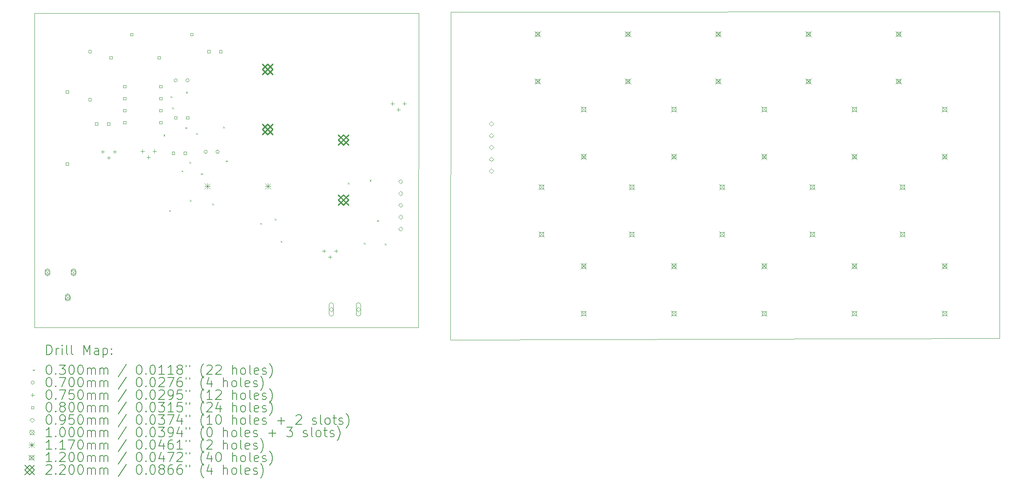
<source format=gbr>
%TF.GenerationSoftware,KiCad,Pcbnew,9.0.1*%
%TF.CreationDate,2025-04-11T16:06:49-05:00*%
%TF.ProjectId,Soundlaser,536f756e-646c-4617-9365-722e6b696361,rev?*%
%TF.SameCoordinates,Original*%
%TF.FileFunction,Drillmap*%
%TF.FilePolarity,Positive*%
%FSLAX45Y45*%
G04 Gerber Fmt 4.5, Leading zero omitted, Abs format (unit mm)*
G04 Created by KiCad (PCBNEW 9.0.1) date 2025-04-11 16:06:49*
%MOMM*%
%LPD*%
G01*
G04 APERTURE LIST*
%ADD10C,0.050000*%
%ADD11C,0.200000*%
%ADD12C,0.100000*%
%ADD13C,0.117000*%
%ADD14C,0.120000*%
%ADD15C,0.220000*%
G04 APERTURE END LIST*
D10*
X20985284Y-16870000D02*
X12880000Y-16870000D01*
X12880000Y-10220000D02*
X20990000Y-10220000D01*
X21667125Y-10192000D02*
X21662098Y-17125000D01*
X21662098Y-17125000D02*
X33250000Y-17095000D01*
X20990000Y-10220000D02*
X20985284Y-16870000D01*
X33250000Y-10185000D02*
X21667125Y-10192000D01*
X12880000Y-16870000D02*
X12880000Y-10220000D01*
X33250000Y-17095000D02*
X33250000Y-10185000D01*
D11*
D12*
X15605000Y-12789319D02*
X15635000Y-12819319D01*
X15635000Y-12789319D02*
X15605000Y-12819319D01*
X15725284Y-14385000D02*
X15755284Y-14415000D01*
X15755284Y-14385000D02*
X15725284Y-14415000D01*
X15752364Y-11975000D02*
X15782364Y-12005000D01*
X15782364Y-11975000D02*
X15752364Y-12005000D01*
X15785000Y-12210000D02*
X15815000Y-12240000D01*
X15815000Y-12210000D02*
X15785000Y-12240000D01*
X15985284Y-13545000D02*
X16015284Y-13575000D01*
X16015284Y-13545000D02*
X15985284Y-13575000D01*
X16065000Y-12630000D02*
X16095000Y-12660000D01*
X16095000Y-12630000D02*
X16065000Y-12660000D01*
X16080000Y-11880000D02*
X16110000Y-11910000D01*
X16110000Y-11880000D02*
X16080000Y-11910000D01*
X16150000Y-13365000D02*
X16180000Y-13395000D01*
X16180000Y-13365000D02*
X16150000Y-13395000D01*
X16161486Y-14166561D02*
X16191486Y-14196561D01*
X16191486Y-14166561D02*
X16161486Y-14196561D01*
X16295000Y-12755000D02*
X16325000Y-12785000D01*
X16325000Y-12755000D02*
X16295000Y-12785000D01*
X16395284Y-13605000D02*
X16425284Y-13635000D01*
X16425284Y-13605000D02*
X16395284Y-13635000D01*
X16635284Y-14245000D02*
X16665284Y-14275000D01*
X16665284Y-14245000D02*
X16635284Y-14275000D01*
X16860000Y-12620000D02*
X16890000Y-12650000D01*
X16890000Y-12620000D02*
X16860000Y-12650000D01*
X16920000Y-13335000D02*
X16950000Y-13365000D01*
X16950000Y-13335000D02*
X16920000Y-13365000D01*
X17645284Y-14655000D02*
X17675284Y-14685000D01*
X17675284Y-14655000D02*
X17645284Y-14685000D01*
X17955284Y-14565000D02*
X17985284Y-14595000D01*
X17985284Y-14565000D02*
X17955284Y-14595000D01*
X18075284Y-15035000D02*
X18105284Y-15065000D01*
X18105284Y-15035000D02*
X18075284Y-15065000D01*
X19495284Y-13805000D02*
X19525284Y-13835000D01*
X19525284Y-13805000D02*
X19495284Y-13835000D01*
X19835284Y-15075000D02*
X19865284Y-15105000D01*
X19865284Y-15075000D02*
X19835284Y-15105000D01*
X19955284Y-13745000D02*
X19985284Y-13775000D01*
X19985284Y-13745000D02*
X19955284Y-13775000D01*
X20115000Y-14595000D02*
X20145000Y-14625000D01*
X20145000Y-14595000D02*
X20115000Y-14625000D01*
X20275000Y-15090000D02*
X20305000Y-15120000D01*
X20305000Y-15090000D02*
X20275000Y-15120000D01*
X15895284Y-11640000D02*
G75*
G02*
X15825284Y-11640000I-35000J0D01*
G01*
X15825284Y-11640000D02*
G75*
G02*
X15895284Y-11640000I35000J0D01*
G01*
X16145284Y-11640000D02*
G75*
G02*
X16075284Y-11640000I-35000J0D01*
G01*
X16075284Y-11640000D02*
G75*
G02*
X16145284Y-11640000I35000J0D01*
G01*
X16530284Y-13150000D02*
G75*
G02*
X16460284Y-13150000I-35000J0D01*
G01*
X16460284Y-13150000D02*
G75*
G02*
X16530284Y-13150000I35000J0D01*
G01*
X16780284Y-13150000D02*
G75*
G02*
X16710284Y-13150000I-35000J0D01*
G01*
X16710284Y-13150000D02*
G75*
G02*
X16780284Y-13150000I35000J0D01*
G01*
X14320284Y-13112500D02*
X14320284Y-13187500D01*
X14282784Y-13150000D02*
X14357784Y-13150000D01*
X14447284Y-13239500D02*
X14447284Y-13314500D01*
X14409784Y-13277000D02*
X14484784Y-13277000D01*
X14574284Y-13112500D02*
X14574284Y-13187500D01*
X14536784Y-13150000D02*
X14611784Y-13150000D01*
X15160284Y-13102500D02*
X15160284Y-13177500D01*
X15122784Y-13140000D02*
X15197784Y-13140000D01*
X15287284Y-13229500D02*
X15287284Y-13304500D01*
X15249784Y-13267000D02*
X15324784Y-13267000D01*
X15414284Y-13102500D02*
X15414284Y-13177500D01*
X15376784Y-13140000D02*
X15451784Y-13140000D01*
X18990284Y-15212500D02*
X18990284Y-15287500D01*
X18952784Y-15250000D02*
X19027784Y-15250000D01*
X19117284Y-15339500D02*
X19117284Y-15414500D01*
X19079784Y-15377000D02*
X19154784Y-15377000D01*
X19244284Y-15212500D02*
X19244284Y-15287500D01*
X19206784Y-15250000D02*
X19281784Y-15250000D01*
X20436284Y-12092500D02*
X20436284Y-12167500D01*
X20398784Y-12130000D02*
X20473784Y-12130000D01*
X20563284Y-12219500D02*
X20563284Y-12294500D01*
X20525784Y-12257000D02*
X20600784Y-12257000D01*
X20690284Y-12092500D02*
X20690284Y-12167500D01*
X20652784Y-12130000D02*
X20727784Y-12130000D01*
X13598568Y-11914284D02*
X13598568Y-11857715D01*
X13541999Y-11857715D01*
X13541999Y-11914284D01*
X13598568Y-11914284D01*
X13598568Y-13438284D02*
X13598568Y-13381715D01*
X13541999Y-13381715D01*
X13541999Y-13438284D01*
X13598568Y-13438284D01*
X14078568Y-11058285D02*
X14078568Y-11001716D01*
X14021999Y-11001716D01*
X14021999Y-11058285D01*
X14078568Y-11058285D01*
X14078568Y-12074284D02*
X14078568Y-12017715D01*
X14021999Y-12017715D01*
X14021999Y-12074284D01*
X14078568Y-12074284D01*
X14218568Y-12588284D02*
X14218568Y-12531715D01*
X14161999Y-12531715D01*
X14161999Y-12588284D01*
X14218568Y-12588284D01*
X14468568Y-12588284D02*
X14468568Y-12531715D01*
X14411999Y-12531715D01*
X14411999Y-12588284D01*
X14468568Y-12588284D01*
X14522568Y-11188284D02*
X14522568Y-11131716D01*
X14465999Y-11131716D01*
X14465999Y-11188284D01*
X14522568Y-11188284D01*
X14808068Y-11797284D02*
X14808068Y-11740715D01*
X14751499Y-11740715D01*
X14751499Y-11797284D01*
X14808068Y-11797284D01*
X14808068Y-12051284D02*
X14808068Y-11994715D01*
X14751499Y-11994715D01*
X14751499Y-12051284D01*
X14808068Y-12051284D01*
X14808068Y-12305284D02*
X14808068Y-12248715D01*
X14751499Y-12248715D01*
X14751499Y-12305284D01*
X14808068Y-12305284D01*
X14808068Y-12559284D02*
X14808068Y-12502715D01*
X14751499Y-12502715D01*
X14751499Y-12559284D01*
X14808068Y-12559284D01*
X14958568Y-10698285D02*
X14958568Y-10641716D01*
X14901999Y-10641716D01*
X14901999Y-10698285D01*
X14958568Y-10698285D01*
X15538568Y-11188284D02*
X15538568Y-11131716D01*
X15481999Y-11131716D01*
X15481999Y-11188284D01*
X15538568Y-11188284D01*
X15570068Y-11797284D02*
X15570068Y-11740715D01*
X15513499Y-11740715D01*
X15513499Y-11797284D01*
X15570068Y-11797284D01*
X15570068Y-12051284D02*
X15570068Y-11994715D01*
X15513499Y-11994715D01*
X15513499Y-12051284D01*
X15570068Y-12051284D01*
X15570068Y-12305284D02*
X15570068Y-12248715D01*
X15513499Y-12248715D01*
X15513499Y-12305284D01*
X15570068Y-12305284D01*
X15570068Y-12559284D02*
X15570068Y-12502715D01*
X15513499Y-12502715D01*
X15513499Y-12559284D01*
X15570068Y-12559284D01*
X15838568Y-13208284D02*
X15838568Y-13151715D01*
X15781999Y-13151715D01*
X15781999Y-13208284D01*
X15838568Y-13208284D01*
X15888568Y-12458284D02*
X15888568Y-12401715D01*
X15831999Y-12401715D01*
X15831999Y-12458284D01*
X15888568Y-12458284D01*
X16088568Y-13208284D02*
X16088568Y-13151715D01*
X16031999Y-13151715D01*
X16031999Y-13208284D01*
X16088568Y-13208284D01*
X16138568Y-12458284D02*
X16138568Y-12401715D01*
X16081999Y-12401715D01*
X16081999Y-12458284D01*
X16138568Y-12458284D01*
X16228568Y-10698285D02*
X16228568Y-10641716D01*
X16171999Y-10641716D01*
X16171999Y-10698285D01*
X16228568Y-10698285D01*
X16588568Y-11058285D02*
X16588568Y-11001716D01*
X16531999Y-11001716D01*
X16531999Y-11058285D01*
X16588568Y-11058285D01*
X16838568Y-11058285D02*
X16838568Y-11001716D01*
X16781999Y-11001716D01*
X16781999Y-11058285D01*
X16838568Y-11058285D01*
X19145284Y-16532500D02*
X19192784Y-16485000D01*
X19145284Y-16437500D01*
X19097784Y-16485000D01*
X19145284Y-16532500D01*
X19192784Y-16579500D02*
X19192784Y-16390500D01*
X19097784Y-16390500D02*
G75*
G02*
X19192784Y-16390500I47500J0D01*
G01*
X19097784Y-16390500D02*
X19097784Y-16579500D01*
X19097784Y-16579500D02*
G75*
G03*
X19192784Y-16579500I47500J0D01*
G01*
X19717284Y-16532500D02*
X19764784Y-16485000D01*
X19717284Y-16437500D01*
X19669784Y-16485000D01*
X19717284Y-16532500D01*
X19764784Y-16579500D02*
X19764784Y-16390500D01*
X19669784Y-16390500D02*
G75*
G02*
X19764784Y-16390500I47500J0D01*
G01*
X19669784Y-16390500D02*
X19669784Y-16579500D01*
X19669784Y-16579500D02*
G75*
G03*
X19764784Y-16579500I47500J0D01*
G01*
X20607034Y-13827500D02*
X20654534Y-13780000D01*
X20607034Y-13732500D01*
X20559534Y-13780000D01*
X20607034Y-13827500D01*
X20607034Y-14077500D02*
X20654534Y-14030000D01*
X20607034Y-13982500D01*
X20559534Y-14030000D01*
X20607034Y-14077500D01*
X20607034Y-14327500D02*
X20654534Y-14280000D01*
X20607034Y-14232500D01*
X20559534Y-14280000D01*
X20607034Y-14327500D01*
X20607034Y-14577500D02*
X20654534Y-14530000D01*
X20607034Y-14482500D01*
X20559534Y-14530000D01*
X20607034Y-14577500D01*
X20607034Y-14827500D02*
X20654534Y-14780000D01*
X20607034Y-14732500D01*
X20559534Y-14780000D01*
X20607034Y-14827500D01*
X22525375Y-12604500D02*
X22572875Y-12557000D01*
X22525375Y-12509500D01*
X22477875Y-12557000D01*
X22525375Y-12604500D01*
X22525375Y-12854500D02*
X22572875Y-12807000D01*
X22525375Y-12759500D01*
X22477875Y-12807000D01*
X22525375Y-12854500D01*
X22525375Y-13104500D02*
X22572875Y-13057000D01*
X22525375Y-13009500D01*
X22477875Y-13057000D01*
X22525375Y-13104500D01*
X22525375Y-13354500D02*
X22572875Y-13307000D01*
X22525375Y-13259500D01*
X22477875Y-13307000D01*
X22525375Y-13354500D01*
X22525375Y-13604500D02*
X22572875Y-13557000D01*
X22525375Y-13509500D01*
X22477875Y-13557000D01*
X22525375Y-13604500D01*
X13105284Y-15650000D02*
X13205284Y-15750000D01*
X13205284Y-15650000D02*
X13105284Y-15750000D01*
X13205284Y-15700000D02*
G75*
G02*
X13105284Y-15700000I-50000J0D01*
G01*
X13105284Y-15700000D02*
G75*
G02*
X13205284Y-15700000I50000J0D01*
G01*
X13205284Y-15725000D02*
X13205284Y-15675000D01*
X13105284Y-15675000D02*
G75*
G02*
X13205284Y-15675000I50000J0D01*
G01*
X13105284Y-15675000D02*
X13105284Y-15725000D01*
X13105284Y-15725000D02*
G75*
G03*
X13205284Y-15725000I50000J0D01*
G01*
X13530284Y-16180000D02*
X13630284Y-16280000D01*
X13630284Y-16180000D02*
X13530284Y-16280000D01*
X13630284Y-16230000D02*
G75*
G02*
X13530284Y-16230000I-50000J0D01*
G01*
X13530284Y-16230000D02*
G75*
G02*
X13630284Y-16230000I50000J0D01*
G01*
X13630284Y-16255000D02*
X13630284Y-16205000D01*
X13530284Y-16205000D02*
G75*
G02*
X13630284Y-16205000I50000J0D01*
G01*
X13530284Y-16205000D02*
X13530284Y-16255000D01*
X13530284Y-16255000D02*
G75*
G03*
X13630284Y-16255000I50000J0D01*
G01*
X13655284Y-15650000D02*
X13755284Y-15750000D01*
X13755284Y-15650000D02*
X13655284Y-15750000D01*
X13755284Y-15700000D02*
G75*
G02*
X13655284Y-15700000I-50000J0D01*
G01*
X13655284Y-15700000D02*
G75*
G02*
X13755284Y-15700000I50000J0D01*
G01*
X13755284Y-15725000D02*
X13755284Y-15675000D01*
X13655284Y-15675000D02*
G75*
G02*
X13755284Y-15675000I50000J0D01*
G01*
X13655284Y-15675000D02*
X13655284Y-15725000D01*
X13655284Y-15725000D02*
G75*
G03*
X13755284Y-15725000I50000J0D01*
G01*
D13*
X16471784Y-13821500D02*
X16588784Y-13938500D01*
X16588784Y-13821500D02*
X16471784Y-13938500D01*
X16530284Y-13821500D02*
X16530284Y-13938500D01*
X16471784Y-13880000D02*
X16588784Y-13880000D01*
X17751784Y-13821500D02*
X17868784Y-13938500D01*
X17868784Y-13821500D02*
X17751784Y-13938500D01*
X17810284Y-13821500D02*
X17810284Y-13938500D01*
X17751784Y-13880000D02*
X17868784Y-13880000D01*
D14*
X23442225Y-10602775D02*
X23562225Y-10722775D01*
X23562225Y-10602775D02*
X23442225Y-10722775D01*
X23544652Y-10705202D02*
X23544652Y-10620348D01*
X23459798Y-10620348D01*
X23459798Y-10705202D01*
X23544652Y-10705202D01*
X23442225Y-11602775D02*
X23562225Y-11722775D01*
X23562225Y-11602775D02*
X23442225Y-11722775D01*
X23544652Y-11705202D02*
X23544652Y-11620348D01*
X23459798Y-11620348D01*
X23459798Y-11705202D01*
X23544652Y-11705202D01*
X23522125Y-13837000D02*
X23642125Y-13957000D01*
X23642125Y-13837000D02*
X23522125Y-13957000D01*
X23624552Y-13939427D02*
X23624552Y-13854573D01*
X23539698Y-13854573D01*
X23539698Y-13939427D01*
X23624552Y-13939427D01*
X23522125Y-14837000D02*
X23642125Y-14957000D01*
X23642125Y-14837000D02*
X23522125Y-14957000D01*
X23624552Y-14939427D02*
X23624552Y-14854573D01*
X23539698Y-14854573D01*
X23539698Y-14939427D01*
X23624552Y-14939427D01*
X24412125Y-12195375D02*
X24532125Y-12315375D01*
X24532125Y-12195375D02*
X24412125Y-12315375D01*
X24514552Y-12297802D02*
X24514552Y-12212948D01*
X24429698Y-12212948D01*
X24429698Y-12297802D01*
X24514552Y-12297802D01*
X24412125Y-13195375D02*
X24532125Y-13315375D01*
X24532125Y-13195375D02*
X24412125Y-13315375D01*
X24514552Y-13297802D02*
X24514552Y-13212948D01*
X24429698Y-13212948D01*
X24429698Y-13297802D01*
X24514552Y-13297802D01*
X24412125Y-15507000D02*
X24532125Y-15627000D01*
X24532125Y-15507000D02*
X24412125Y-15627000D01*
X24514552Y-15609427D02*
X24514552Y-15524573D01*
X24429698Y-15524573D01*
X24429698Y-15609427D01*
X24514552Y-15609427D01*
X24412125Y-16507000D02*
X24532125Y-16627000D01*
X24532125Y-16507000D02*
X24412125Y-16627000D01*
X24514552Y-16609427D02*
X24514552Y-16524573D01*
X24429698Y-16524573D01*
X24429698Y-16609427D01*
X24514552Y-16609427D01*
X25347225Y-10602775D02*
X25467225Y-10722775D01*
X25467225Y-10602775D02*
X25347225Y-10722775D01*
X25449652Y-10705202D02*
X25449652Y-10620348D01*
X25364798Y-10620348D01*
X25364798Y-10705202D01*
X25449652Y-10705202D01*
X25347225Y-11602775D02*
X25467225Y-11722775D01*
X25467225Y-11602775D02*
X25347225Y-11722775D01*
X25449652Y-11705202D02*
X25449652Y-11620348D01*
X25364798Y-11620348D01*
X25364798Y-11705202D01*
X25449652Y-11705202D01*
X25427125Y-13837000D02*
X25547125Y-13957000D01*
X25547125Y-13837000D02*
X25427125Y-13957000D01*
X25529552Y-13939427D02*
X25529552Y-13854573D01*
X25444698Y-13854573D01*
X25444698Y-13939427D01*
X25529552Y-13939427D01*
X25427125Y-14837000D02*
X25547125Y-14957000D01*
X25547125Y-14837000D02*
X25427125Y-14957000D01*
X25529552Y-14939427D02*
X25529552Y-14854573D01*
X25444698Y-14854573D01*
X25444698Y-14939427D01*
X25529552Y-14939427D01*
X26317125Y-12195375D02*
X26437125Y-12315375D01*
X26437125Y-12195375D02*
X26317125Y-12315375D01*
X26419552Y-12297802D02*
X26419552Y-12212948D01*
X26334698Y-12212948D01*
X26334698Y-12297802D01*
X26419552Y-12297802D01*
X26317125Y-13195375D02*
X26437125Y-13315375D01*
X26437125Y-13195375D02*
X26317125Y-13315375D01*
X26419552Y-13297802D02*
X26419552Y-13212948D01*
X26334698Y-13212948D01*
X26334698Y-13297802D01*
X26419552Y-13297802D01*
X26317125Y-15507000D02*
X26437125Y-15627000D01*
X26437125Y-15507000D02*
X26317125Y-15627000D01*
X26419552Y-15609427D02*
X26419552Y-15524573D01*
X26334698Y-15524573D01*
X26334698Y-15609427D01*
X26419552Y-15609427D01*
X26317125Y-16507000D02*
X26437125Y-16627000D01*
X26437125Y-16507000D02*
X26317125Y-16627000D01*
X26419552Y-16609427D02*
X26419552Y-16524573D01*
X26334698Y-16524573D01*
X26334698Y-16609427D01*
X26419552Y-16609427D01*
X27252225Y-10602775D02*
X27372225Y-10722775D01*
X27372225Y-10602775D02*
X27252225Y-10722775D01*
X27354652Y-10705202D02*
X27354652Y-10620348D01*
X27269798Y-10620348D01*
X27269798Y-10705202D01*
X27354652Y-10705202D01*
X27252225Y-11602775D02*
X27372225Y-11722775D01*
X27372225Y-11602775D02*
X27252225Y-11722775D01*
X27354652Y-11705202D02*
X27354652Y-11620348D01*
X27269798Y-11620348D01*
X27269798Y-11705202D01*
X27354652Y-11705202D01*
X27332125Y-13837000D02*
X27452125Y-13957000D01*
X27452125Y-13837000D02*
X27332125Y-13957000D01*
X27434552Y-13939427D02*
X27434552Y-13854573D01*
X27349698Y-13854573D01*
X27349698Y-13939427D01*
X27434552Y-13939427D01*
X27332125Y-14837000D02*
X27452125Y-14957000D01*
X27452125Y-14837000D02*
X27332125Y-14957000D01*
X27434552Y-14939427D02*
X27434552Y-14854573D01*
X27349698Y-14854573D01*
X27349698Y-14939427D01*
X27434552Y-14939427D01*
X28222125Y-12195375D02*
X28342125Y-12315375D01*
X28342125Y-12195375D02*
X28222125Y-12315375D01*
X28324552Y-12297802D02*
X28324552Y-12212948D01*
X28239698Y-12212948D01*
X28239698Y-12297802D01*
X28324552Y-12297802D01*
X28222125Y-13195375D02*
X28342125Y-13315375D01*
X28342125Y-13195375D02*
X28222125Y-13315375D01*
X28324552Y-13297802D02*
X28324552Y-13212948D01*
X28239698Y-13212948D01*
X28239698Y-13297802D01*
X28324552Y-13297802D01*
X28222125Y-15507000D02*
X28342125Y-15627000D01*
X28342125Y-15507000D02*
X28222125Y-15627000D01*
X28324552Y-15609427D02*
X28324552Y-15524573D01*
X28239698Y-15524573D01*
X28239698Y-15609427D01*
X28324552Y-15609427D01*
X28222125Y-16507000D02*
X28342125Y-16627000D01*
X28342125Y-16507000D02*
X28222125Y-16627000D01*
X28324552Y-16609427D02*
X28324552Y-16524573D01*
X28239698Y-16524573D01*
X28239698Y-16609427D01*
X28324552Y-16609427D01*
X29157225Y-10602775D02*
X29277225Y-10722775D01*
X29277225Y-10602775D02*
X29157225Y-10722775D01*
X29259652Y-10705202D02*
X29259652Y-10620348D01*
X29174798Y-10620348D01*
X29174798Y-10705202D01*
X29259652Y-10705202D01*
X29157225Y-11602775D02*
X29277225Y-11722775D01*
X29277225Y-11602775D02*
X29157225Y-11722775D01*
X29259652Y-11705202D02*
X29259652Y-11620348D01*
X29174798Y-11620348D01*
X29174798Y-11705202D01*
X29259652Y-11705202D01*
X29237125Y-13837000D02*
X29357125Y-13957000D01*
X29357125Y-13837000D02*
X29237125Y-13957000D01*
X29339552Y-13939427D02*
X29339552Y-13854573D01*
X29254698Y-13854573D01*
X29254698Y-13939427D01*
X29339552Y-13939427D01*
X29237125Y-14837000D02*
X29357125Y-14957000D01*
X29357125Y-14837000D02*
X29237125Y-14957000D01*
X29339552Y-14939427D02*
X29339552Y-14854573D01*
X29254698Y-14854573D01*
X29254698Y-14939427D01*
X29339552Y-14939427D01*
X30127125Y-12195375D02*
X30247125Y-12315375D01*
X30247125Y-12195375D02*
X30127125Y-12315375D01*
X30229552Y-12297802D02*
X30229552Y-12212948D01*
X30144698Y-12212948D01*
X30144698Y-12297802D01*
X30229552Y-12297802D01*
X30127125Y-13195375D02*
X30247125Y-13315375D01*
X30247125Y-13195375D02*
X30127125Y-13315375D01*
X30229552Y-13297802D02*
X30229552Y-13212948D01*
X30144698Y-13212948D01*
X30144698Y-13297802D01*
X30229552Y-13297802D01*
X30127125Y-15507000D02*
X30247125Y-15627000D01*
X30247125Y-15507000D02*
X30127125Y-15627000D01*
X30229552Y-15609427D02*
X30229552Y-15524573D01*
X30144698Y-15524573D01*
X30144698Y-15609427D01*
X30229552Y-15609427D01*
X30127125Y-16507000D02*
X30247125Y-16627000D01*
X30247125Y-16507000D02*
X30127125Y-16627000D01*
X30229552Y-16609427D02*
X30229552Y-16524573D01*
X30144698Y-16524573D01*
X30144698Y-16609427D01*
X30229552Y-16609427D01*
X31062225Y-10602775D02*
X31182225Y-10722775D01*
X31182225Y-10602775D02*
X31062225Y-10722775D01*
X31164652Y-10705202D02*
X31164652Y-10620348D01*
X31079798Y-10620348D01*
X31079798Y-10705202D01*
X31164652Y-10705202D01*
X31062225Y-11602775D02*
X31182225Y-11722775D01*
X31182225Y-11602775D02*
X31062225Y-11722775D01*
X31164652Y-11705202D02*
X31164652Y-11620348D01*
X31079798Y-11620348D01*
X31079798Y-11705202D01*
X31164652Y-11705202D01*
X31142125Y-13837000D02*
X31262125Y-13957000D01*
X31262125Y-13837000D02*
X31142125Y-13957000D01*
X31244552Y-13939427D02*
X31244552Y-13854573D01*
X31159698Y-13854573D01*
X31159698Y-13939427D01*
X31244552Y-13939427D01*
X31142125Y-14837000D02*
X31262125Y-14957000D01*
X31262125Y-14837000D02*
X31142125Y-14957000D01*
X31244552Y-14939427D02*
X31244552Y-14854573D01*
X31159698Y-14854573D01*
X31159698Y-14939427D01*
X31244552Y-14939427D01*
X32032125Y-12195375D02*
X32152125Y-12315375D01*
X32152125Y-12195375D02*
X32032125Y-12315375D01*
X32134552Y-12297802D02*
X32134552Y-12212948D01*
X32049698Y-12212948D01*
X32049698Y-12297802D01*
X32134552Y-12297802D01*
X32032125Y-13195375D02*
X32152125Y-13315375D01*
X32152125Y-13195375D02*
X32032125Y-13315375D01*
X32134552Y-13297802D02*
X32134552Y-13212948D01*
X32049698Y-13212948D01*
X32049698Y-13297802D01*
X32134552Y-13297802D01*
X32032125Y-15507000D02*
X32152125Y-15627000D01*
X32152125Y-15507000D02*
X32032125Y-15627000D01*
X32134552Y-15609427D02*
X32134552Y-15524573D01*
X32049698Y-15524573D01*
X32049698Y-15609427D01*
X32134552Y-15609427D01*
X32032125Y-16507000D02*
X32152125Y-16627000D01*
X32152125Y-16507000D02*
X32032125Y-16627000D01*
X32134552Y-16609427D02*
X32134552Y-16524573D01*
X32049698Y-16524573D01*
X32049698Y-16609427D01*
X32134552Y-16609427D01*
D15*
X17690284Y-11295000D02*
X17910284Y-11515000D01*
X17910284Y-11295000D02*
X17690284Y-11515000D01*
X17800284Y-11515000D02*
X17910284Y-11405000D01*
X17800284Y-11295000D01*
X17690284Y-11405000D01*
X17800284Y-11515000D01*
X17690284Y-12565000D02*
X17910284Y-12785000D01*
X17910284Y-12565000D02*
X17690284Y-12785000D01*
X17800284Y-12785000D02*
X17910284Y-12675000D01*
X17800284Y-12565000D01*
X17690284Y-12675000D01*
X17800284Y-12785000D01*
X19290284Y-12790000D02*
X19510284Y-13010000D01*
X19510284Y-12790000D02*
X19290284Y-13010000D01*
X19400284Y-13010000D02*
X19510284Y-12900000D01*
X19400284Y-12790000D01*
X19290284Y-12900000D01*
X19400284Y-13010000D01*
X19290284Y-14060000D02*
X19510284Y-14280000D01*
X19510284Y-14060000D02*
X19290284Y-14280000D01*
X19400284Y-14280000D02*
X19510284Y-14170000D01*
X19400284Y-14060000D01*
X19290284Y-14170000D01*
X19400284Y-14280000D01*
D11*
X13138277Y-17438984D02*
X13138277Y-17238984D01*
X13138277Y-17238984D02*
X13185896Y-17238984D01*
X13185896Y-17238984D02*
X13214467Y-17248508D01*
X13214467Y-17248508D02*
X13233515Y-17267555D01*
X13233515Y-17267555D02*
X13243039Y-17286603D01*
X13243039Y-17286603D02*
X13252562Y-17324698D01*
X13252562Y-17324698D02*
X13252562Y-17353270D01*
X13252562Y-17353270D02*
X13243039Y-17391365D01*
X13243039Y-17391365D02*
X13233515Y-17410412D01*
X13233515Y-17410412D02*
X13214467Y-17429460D01*
X13214467Y-17429460D02*
X13185896Y-17438984D01*
X13185896Y-17438984D02*
X13138277Y-17438984D01*
X13338277Y-17438984D02*
X13338277Y-17305650D01*
X13338277Y-17343746D02*
X13347801Y-17324698D01*
X13347801Y-17324698D02*
X13357324Y-17315174D01*
X13357324Y-17315174D02*
X13376372Y-17305650D01*
X13376372Y-17305650D02*
X13395420Y-17305650D01*
X13462086Y-17438984D02*
X13462086Y-17305650D01*
X13462086Y-17238984D02*
X13452562Y-17248508D01*
X13452562Y-17248508D02*
X13462086Y-17258031D01*
X13462086Y-17258031D02*
X13471610Y-17248508D01*
X13471610Y-17248508D02*
X13462086Y-17238984D01*
X13462086Y-17238984D02*
X13462086Y-17258031D01*
X13585896Y-17438984D02*
X13566848Y-17429460D01*
X13566848Y-17429460D02*
X13557324Y-17410412D01*
X13557324Y-17410412D02*
X13557324Y-17238984D01*
X13690658Y-17438984D02*
X13671610Y-17429460D01*
X13671610Y-17429460D02*
X13662086Y-17410412D01*
X13662086Y-17410412D02*
X13662086Y-17238984D01*
X13919229Y-17438984D02*
X13919229Y-17238984D01*
X13919229Y-17238984D02*
X13985896Y-17381841D01*
X13985896Y-17381841D02*
X14052562Y-17238984D01*
X14052562Y-17238984D02*
X14052562Y-17438984D01*
X14233515Y-17438984D02*
X14233515Y-17334222D01*
X14233515Y-17334222D02*
X14223991Y-17315174D01*
X14223991Y-17315174D02*
X14204943Y-17305650D01*
X14204943Y-17305650D02*
X14166848Y-17305650D01*
X14166848Y-17305650D02*
X14147801Y-17315174D01*
X14233515Y-17429460D02*
X14214467Y-17438984D01*
X14214467Y-17438984D02*
X14166848Y-17438984D01*
X14166848Y-17438984D02*
X14147801Y-17429460D01*
X14147801Y-17429460D02*
X14138277Y-17410412D01*
X14138277Y-17410412D02*
X14138277Y-17391365D01*
X14138277Y-17391365D02*
X14147801Y-17372317D01*
X14147801Y-17372317D02*
X14166848Y-17362793D01*
X14166848Y-17362793D02*
X14214467Y-17362793D01*
X14214467Y-17362793D02*
X14233515Y-17353270D01*
X14328753Y-17305650D02*
X14328753Y-17505650D01*
X14328753Y-17315174D02*
X14347801Y-17305650D01*
X14347801Y-17305650D02*
X14385896Y-17305650D01*
X14385896Y-17305650D02*
X14404943Y-17315174D01*
X14404943Y-17315174D02*
X14414467Y-17324698D01*
X14414467Y-17324698D02*
X14423991Y-17343746D01*
X14423991Y-17343746D02*
X14423991Y-17400889D01*
X14423991Y-17400889D02*
X14414467Y-17419936D01*
X14414467Y-17419936D02*
X14404943Y-17429460D01*
X14404943Y-17429460D02*
X14385896Y-17438984D01*
X14385896Y-17438984D02*
X14347801Y-17438984D01*
X14347801Y-17438984D02*
X14328753Y-17429460D01*
X14509705Y-17419936D02*
X14519229Y-17429460D01*
X14519229Y-17429460D02*
X14509705Y-17438984D01*
X14509705Y-17438984D02*
X14500182Y-17429460D01*
X14500182Y-17429460D02*
X14509705Y-17419936D01*
X14509705Y-17419936D02*
X14509705Y-17438984D01*
X14509705Y-17315174D02*
X14519229Y-17324698D01*
X14519229Y-17324698D02*
X14509705Y-17334222D01*
X14509705Y-17334222D02*
X14500182Y-17324698D01*
X14500182Y-17324698D02*
X14509705Y-17315174D01*
X14509705Y-17315174D02*
X14509705Y-17334222D01*
D12*
X12847500Y-17752500D02*
X12877500Y-17782500D01*
X12877500Y-17752500D02*
X12847500Y-17782500D01*
D11*
X13176372Y-17658984D02*
X13195420Y-17658984D01*
X13195420Y-17658984D02*
X13214467Y-17668508D01*
X13214467Y-17668508D02*
X13223991Y-17678031D01*
X13223991Y-17678031D02*
X13233515Y-17697079D01*
X13233515Y-17697079D02*
X13243039Y-17735174D01*
X13243039Y-17735174D02*
X13243039Y-17782793D01*
X13243039Y-17782793D02*
X13233515Y-17820889D01*
X13233515Y-17820889D02*
X13223991Y-17839936D01*
X13223991Y-17839936D02*
X13214467Y-17849460D01*
X13214467Y-17849460D02*
X13195420Y-17858984D01*
X13195420Y-17858984D02*
X13176372Y-17858984D01*
X13176372Y-17858984D02*
X13157324Y-17849460D01*
X13157324Y-17849460D02*
X13147801Y-17839936D01*
X13147801Y-17839936D02*
X13138277Y-17820889D01*
X13138277Y-17820889D02*
X13128753Y-17782793D01*
X13128753Y-17782793D02*
X13128753Y-17735174D01*
X13128753Y-17735174D02*
X13138277Y-17697079D01*
X13138277Y-17697079D02*
X13147801Y-17678031D01*
X13147801Y-17678031D02*
X13157324Y-17668508D01*
X13157324Y-17668508D02*
X13176372Y-17658984D01*
X13328753Y-17839936D02*
X13338277Y-17849460D01*
X13338277Y-17849460D02*
X13328753Y-17858984D01*
X13328753Y-17858984D02*
X13319229Y-17849460D01*
X13319229Y-17849460D02*
X13328753Y-17839936D01*
X13328753Y-17839936D02*
X13328753Y-17858984D01*
X13404943Y-17658984D02*
X13528753Y-17658984D01*
X13528753Y-17658984D02*
X13462086Y-17735174D01*
X13462086Y-17735174D02*
X13490658Y-17735174D01*
X13490658Y-17735174D02*
X13509705Y-17744698D01*
X13509705Y-17744698D02*
X13519229Y-17754222D01*
X13519229Y-17754222D02*
X13528753Y-17773270D01*
X13528753Y-17773270D02*
X13528753Y-17820889D01*
X13528753Y-17820889D02*
X13519229Y-17839936D01*
X13519229Y-17839936D02*
X13509705Y-17849460D01*
X13509705Y-17849460D02*
X13490658Y-17858984D01*
X13490658Y-17858984D02*
X13433515Y-17858984D01*
X13433515Y-17858984D02*
X13414467Y-17849460D01*
X13414467Y-17849460D02*
X13404943Y-17839936D01*
X13652562Y-17658984D02*
X13671610Y-17658984D01*
X13671610Y-17658984D02*
X13690658Y-17668508D01*
X13690658Y-17668508D02*
X13700182Y-17678031D01*
X13700182Y-17678031D02*
X13709705Y-17697079D01*
X13709705Y-17697079D02*
X13719229Y-17735174D01*
X13719229Y-17735174D02*
X13719229Y-17782793D01*
X13719229Y-17782793D02*
X13709705Y-17820889D01*
X13709705Y-17820889D02*
X13700182Y-17839936D01*
X13700182Y-17839936D02*
X13690658Y-17849460D01*
X13690658Y-17849460D02*
X13671610Y-17858984D01*
X13671610Y-17858984D02*
X13652562Y-17858984D01*
X13652562Y-17858984D02*
X13633515Y-17849460D01*
X13633515Y-17849460D02*
X13623991Y-17839936D01*
X13623991Y-17839936D02*
X13614467Y-17820889D01*
X13614467Y-17820889D02*
X13604943Y-17782793D01*
X13604943Y-17782793D02*
X13604943Y-17735174D01*
X13604943Y-17735174D02*
X13614467Y-17697079D01*
X13614467Y-17697079D02*
X13623991Y-17678031D01*
X13623991Y-17678031D02*
X13633515Y-17668508D01*
X13633515Y-17668508D02*
X13652562Y-17658984D01*
X13843039Y-17658984D02*
X13862086Y-17658984D01*
X13862086Y-17658984D02*
X13881134Y-17668508D01*
X13881134Y-17668508D02*
X13890658Y-17678031D01*
X13890658Y-17678031D02*
X13900182Y-17697079D01*
X13900182Y-17697079D02*
X13909705Y-17735174D01*
X13909705Y-17735174D02*
X13909705Y-17782793D01*
X13909705Y-17782793D02*
X13900182Y-17820889D01*
X13900182Y-17820889D02*
X13890658Y-17839936D01*
X13890658Y-17839936D02*
X13881134Y-17849460D01*
X13881134Y-17849460D02*
X13862086Y-17858984D01*
X13862086Y-17858984D02*
X13843039Y-17858984D01*
X13843039Y-17858984D02*
X13823991Y-17849460D01*
X13823991Y-17849460D02*
X13814467Y-17839936D01*
X13814467Y-17839936D02*
X13804943Y-17820889D01*
X13804943Y-17820889D02*
X13795420Y-17782793D01*
X13795420Y-17782793D02*
X13795420Y-17735174D01*
X13795420Y-17735174D02*
X13804943Y-17697079D01*
X13804943Y-17697079D02*
X13814467Y-17678031D01*
X13814467Y-17678031D02*
X13823991Y-17668508D01*
X13823991Y-17668508D02*
X13843039Y-17658984D01*
X13995420Y-17858984D02*
X13995420Y-17725650D01*
X13995420Y-17744698D02*
X14004943Y-17735174D01*
X14004943Y-17735174D02*
X14023991Y-17725650D01*
X14023991Y-17725650D02*
X14052563Y-17725650D01*
X14052563Y-17725650D02*
X14071610Y-17735174D01*
X14071610Y-17735174D02*
X14081134Y-17754222D01*
X14081134Y-17754222D02*
X14081134Y-17858984D01*
X14081134Y-17754222D02*
X14090658Y-17735174D01*
X14090658Y-17735174D02*
X14109705Y-17725650D01*
X14109705Y-17725650D02*
X14138277Y-17725650D01*
X14138277Y-17725650D02*
X14157324Y-17735174D01*
X14157324Y-17735174D02*
X14166848Y-17754222D01*
X14166848Y-17754222D02*
X14166848Y-17858984D01*
X14262086Y-17858984D02*
X14262086Y-17725650D01*
X14262086Y-17744698D02*
X14271610Y-17735174D01*
X14271610Y-17735174D02*
X14290658Y-17725650D01*
X14290658Y-17725650D02*
X14319229Y-17725650D01*
X14319229Y-17725650D02*
X14338277Y-17735174D01*
X14338277Y-17735174D02*
X14347801Y-17754222D01*
X14347801Y-17754222D02*
X14347801Y-17858984D01*
X14347801Y-17754222D02*
X14357324Y-17735174D01*
X14357324Y-17735174D02*
X14376372Y-17725650D01*
X14376372Y-17725650D02*
X14404943Y-17725650D01*
X14404943Y-17725650D02*
X14423991Y-17735174D01*
X14423991Y-17735174D02*
X14433515Y-17754222D01*
X14433515Y-17754222D02*
X14433515Y-17858984D01*
X14823991Y-17649460D02*
X14652563Y-17906603D01*
X15081134Y-17658984D02*
X15100182Y-17658984D01*
X15100182Y-17658984D02*
X15119229Y-17668508D01*
X15119229Y-17668508D02*
X15128753Y-17678031D01*
X15128753Y-17678031D02*
X15138277Y-17697079D01*
X15138277Y-17697079D02*
X15147801Y-17735174D01*
X15147801Y-17735174D02*
X15147801Y-17782793D01*
X15147801Y-17782793D02*
X15138277Y-17820889D01*
X15138277Y-17820889D02*
X15128753Y-17839936D01*
X15128753Y-17839936D02*
X15119229Y-17849460D01*
X15119229Y-17849460D02*
X15100182Y-17858984D01*
X15100182Y-17858984D02*
X15081134Y-17858984D01*
X15081134Y-17858984D02*
X15062086Y-17849460D01*
X15062086Y-17849460D02*
X15052563Y-17839936D01*
X15052563Y-17839936D02*
X15043039Y-17820889D01*
X15043039Y-17820889D02*
X15033515Y-17782793D01*
X15033515Y-17782793D02*
X15033515Y-17735174D01*
X15033515Y-17735174D02*
X15043039Y-17697079D01*
X15043039Y-17697079D02*
X15052563Y-17678031D01*
X15052563Y-17678031D02*
X15062086Y-17668508D01*
X15062086Y-17668508D02*
X15081134Y-17658984D01*
X15233515Y-17839936D02*
X15243039Y-17849460D01*
X15243039Y-17849460D02*
X15233515Y-17858984D01*
X15233515Y-17858984D02*
X15223991Y-17849460D01*
X15223991Y-17849460D02*
X15233515Y-17839936D01*
X15233515Y-17839936D02*
X15233515Y-17858984D01*
X15366848Y-17658984D02*
X15385896Y-17658984D01*
X15385896Y-17658984D02*
X15404944Y-17668508D01*
X15404944Y-17668508D02*
X15414467Y-17678031D01*
X15414467Y-17678031D02*
X15423991Y-17697079D01*
X15423991Y-17697079D02*
X15433515Y-17735174D01*
X15433515Y-17735174D02*
X15433515Y-17782793D01*
X15433515Y-17782793D02*
X15423991Y-17820889D01*
X15423991Y-17820889D02*
X15414467Y-17839936D01*
X15414467Y-17839936D02*
X15404944Y-17849460D01*
X15404944Y-17849460D02*
X15385896Y-17858984D01*
X15385896Y-17858984D02*
X15366848Y-17858984D01*
X15366848Y-17858984D02*
X15347801Y-17849460D01*
X15347801Y-17849460D02*
X15338277Y-17839936D01*
X15338277Y-17839936D02*
X15328753Y-17820889D01*
X15328753Y-17820889D02*
X15319229Y-17782793D01*
X15319229Y-17782793D02*
X15319229Y-17735174D01*
X15319229Y-17735174D02*
X15328753Y-17697079D01*
X15328753Y-17697079D02*
X15338277Y-17678031D01*
X15338277Y-17678031D02*
X15347801Y-17668508D01*
X15347801Y-17668508D02*
X15366848Y-17658984D01*
X15623991Y-17858984D02*
X15509706Y-17858984D01*
X15566848Y-17858984D02*
X15566848Y-17658984D01*
X15566848Y-17658984D02*
X15547801Y-17687555D01*
X15547801Y-17687555D02*
X15528753Y-17706603D01*
X15528753Y-17706603D02*
X15509706Y-17716127D01*
X15814467Y-17858984D02*
X15700182Y-17858984D01*
X15757325Y-17858984D02*
X15757325Y-17658984D01*
X15757325Y-17658984D02*
X15738277Y-17687555D01*
X15738277Y-17687555D02*
X15719229Y-17706603D01*
X15719229Y-17706603D02*
X15700182Y-17716127D01*
X15928753Y-17744698D02*
X15909706Y-17735174D01*
X15909706Y-17735174D02*
X15900182Y-17725650D01*
X15900182Y-17725650D02*
X15890658Y-17706603D01*
X15890658Y-17706603D02*
X15890658Y-17697079D01*
X15890658Y-17697079D02*
X15900182Y-17678031D01*
X15900182Y-17678031D02*
X15909706Y-17668508D01*
X15909706Y-17668508D02*
X15928753Y-17658984D01*
X15928753Y-17658984D02*
X15966848Y-17658984D01*
X15966848Y-17658984D02*
X15985896Y-17668508D01*
X15985896Y-17668508D02*
X15995420Y-17678031D01*
X15995420Y-17678031D02*
X16004944Y-17697079D01*
X16004944Y-17697079D02*
X16004944Y-17706603D01*
X16004944Y-17706603D02*
X15995420Y-17725650D01*
X15995420Y-17725650D02*
X15985896Y-17735174D01*
X15985896Y-17735174D02*
X15966848Y-17744698D01*
X15966848Y-17744698D02*
X15928753Y-17744698D01*
X15928753Y-17744698D02*
X15909706Y-17754222D01*
X15909706Y-17754222D02*
X15900182Y-17763746D01*
X15900182Y-17763746D02*
X15890658Y-17782793D01*
X15890658Y-17782793D02*
X15890658Y-17820889D01*
X15890658Y-17820889D02*
X15900182Y-17839936D01*
X15900182Y-17839936D02*
X15909706Y-17849460D01*
X15909706Y-17849460D02*
X15928753Y-17858984D01*
X15928753Y-17858984D02*
X15966848Y-17858984D01*
X15966848Y-17858984D02*
X15985896Y-17849460D01*
X15985896Y-17849460D02*
X15995420Y-17839936D01*
X15995420Y-17839936D02*
X16004944Y-17820889D01*
X16004944Y-17820889D02*
X16004944Y-17782793D01*
X16004944Y-17782793D02*
X15995420Y-17763746D01*
X15995420Y-17763746D02*
X15985896Y-17754222D01*
X15985896Y-17754222D02*
X15966848Y-17744698D01*
X16081134Y-17658984D02*
X16081134Y-17697079D01*
X16157325Y-17658984D02*
X16157325Y-17697079D01*
X16452563Y-17935174D02*
X16443039Y-17925650D01*
X16443039Y-17925650D02*
X16423991Y-17897079D01*
X16423991Y-17897079D02*
X16414468Y-17878031D01*
X16414468Y-17878031D02*
X16404944Y-17849460D01*
X16404944Y-17849460D02*
X16395420Y-17801841D01*
X16395420Y-17801841D02*
X16395420Y-17763746D01*
X16395420Y-17763746D02*
X16404944Y-17716127D01*
X16404944Y-17716127D02*
X16414468Y-17687555D01*
X16414468Y-17687555D02*
X16423991Y-17668508D01*
X16423991Y-17668508D02*
X16443039Y-17639936D01*
X16443039Y-17639936D02*
X16452563Y-17630412D01*
X16519229Y-17678031D02*
X16528753Y-17668508D01*
X16528753Y-17668508D02*
X16547801Y-17658984D01*
X16547801Y-17658984D02*
X16595420Y-17658984D01*
X16595420Y-17658984D02*
X16614468Y-17668508D01*
X16614468Y-17668508D02*
X16623991Y-17678031D01*
X16623991Y-17678031D02*
X16633515Y-17697079D01*
X16633515Y-17697079D02*
X16633515Y-17716127D01*
X16633515Y-17716127D02*
X16623991Y-17744698D01*
X16623991Y-17744698D02*
X16509706Y-17858984D01*
X16509706Y-17858984D02*
X16633515Y-17858984D01*
X16709706Y-17678031D02*
X16719229Y-17668508D01*
X16719229Y-17668508D02*
X16738277Y-17658984D01*
X16738277Y-17658984D02*
X16785896Y-17658984D01*
X16785896Y-17658984D02*
X16804944Y-17668508D01*
X16804944Y-17668508D02*
X16814468Y-17678031D01*
X16814468Y-17678031D02*
X16823991Y-17697079D01*
X16823991Y-17697079D02*
X16823991Y-17716127D01*
X16823991Y-17716127D02*
X16814468Y-17744698D01*
X16814468Y-17744698D02*
X16700182Y-17858984D01*
X16700182Y-17858984D02*
X16823991Y-17858984D01*
X17062087Y-17858984D02*
X17062087Y-17658984D01*
X17147801Y-17858984D02*
X17147801Y-17754222D01*
X17147801Y-17754222D02*
X17138277Y-17735174D01*
X17138277Y-17735174D02*
X17119230Y-17725650D01*
X17119230Y-17725650D02*
X17090658Y-17725650D01*
X17090658Y-17725650D02*
X17071611Y-17735174D01*
X17071611Y-17735174D02*
X17062087Y-17744698D01*
X17271611Y-17858984D02*
X17252563Y-17849460D01*
X17252563Y-17849460D02*
X17243039Y-17839936D01*
X17243039Y-17839936D02*
X17233515Y-17820889D01*
X17233515Y-17820889D02*
X17233515Y-17763746D01*
X17233515Y-17763746D02*
X17243039Y-17744698D01*
X17243039Y-17744698D02*
X17252563Y-17735174D01*
X17252563Y-17735174D02*
X17271611Y-17725650D01*
X17271611Y-17725650D02*
X17300182Y-17725650D01*
X17300182Y-17725650D02*
X17319230Y-17735174D01*
X17319230Y-17735174D02*
X17328753Y-17744698D01*
X17328753Y-17744698D02*
X17338277Y-17763746D01*
X17338277Y-17763746D02*
X17338277Y-17820889D01*
X17338277Y-17820889D02*
X17328753Y-17839936D01*
X17328753Y-17839936D02*
X17319230Y-17849460D01*
X17319230Y-17849460D02*
X17300182Y-17858984D01*
X17300182Y-17858984D02*
X17271611Y-17858984D01*
X17452563Y-17858984D02*
X17433515Y-17849460D01*
X17433515Y-17849460D02*
X17423992Y-17830412D01*
X17423992Y-17830412D02*
X17423992Y-17658984D01*
X17604944Y-17849460D02*
X17585896Y-17858984D01*
X17585896Y-17858984D02*
X17547801Y-17858984D01*
X17547801Y-17858984D02*
X17528753Y-17849460D01*
X17528753Y-17849460D02*
X17519230Y-17830412D01*
X17519230Y-17830412D02*
X17519230Y-17754222D01*
X17519230Y-17754222D02*
X17528753Y-17735174D01*
X17528753Y-17735174D02*
X17547801Y-17725650D01*
X17547801Y-17725650D02*
X17585896Y-17725650D01*
X17585896Y-17725650D02*
X17604944Y-17735174D01*
X17604944Y-17735174D02*
X17614468Y-17754222D01*
X17614468Y-17754222D02*
X17614468Y-17773270D01*
X17614468Y-17773270D02*
X17519230Y-17792317D01*
X17690658Y-17849460D02*
X17709706Y-17858984D01*
X17709706Y-17858984D02*
X17747801Y-17858984D01*
X17747801Y-17858984D02*
X17766849Y-17849460D01*
X17766849Y-17849460D02*
X17776373Y-17830412D01*
X17776373Y-17830412D02*
X17776373Y-17820889D01*
X17776373Y-17820889D02*
X17766849Y-17801841D01*
X17766849Y-17801841D02*
X17747801Y-17792317D01*
X17747801Y-17792317D02*
X17719230Y-17792317D01*
X17719230Y-17792317D02*
X17700182Y-17782793D01*
X17700182Y-17782793D02*
X17690658Y-17763746D01*
X17690658Y-17763746D02*
X17690658Y-17754222D01*
X17690658Y-17754222D02*
X17700182Y-17735174D01*
X17700182Y-17735174D02*
X17719230Y-17725650D01*
X17719230Y-17725650D02*
X17747801Y-17725650D01*
X17747801Y-17725650D02*
X17766849Y-17735174D01*
X17843039Y-17935174D02*
X17852563Y-17925650D01*
X17852563Y-17925650D02*
X17871611Y-17897079D01*
X17871611Y-17897079D02*
X17881134Y-17878031D01*
X17881134Y-17878031D02*
X17890658Y-17849460D01*
X17890658Y-17849460D02*
X17900182Y-17801841D01*
X17900182Y-17801841D02*
X17900182Y-17763746D01*
X17900182Y-17763746D02*
X17890658Y-17716127D01*
X17890658Y-17716127D02*
X17881134Y-17687555D01*
X17881134Y-17687555D02*
X17871611Y-17668508D01*
X17871611Y-17668508D02*
X17852563Y-17639936D01*
X17852563Y-17639936D02*
X17843039Y-17630412D01*
D12*
X12877500Y-18031500D02*
G75*
G02*
X12807500Y-18031500I-35000J0D01*
G01*
X12807500Y-18031500D02*
G75*
G02*
X12877500Y-18031500I35000J0D01*
G01*
D11*
X13176372Y-17922984D02*
X13195420Y-17922984D01*
X13195420Y-17922984D02*
X13214467Y-17932508D01*
X13214467Y-17932508D02*
X13223991Y-17942031D01*
X13223991Y-17942031D02*
X13233515Y-17961079D01*
X13233515Y-17961079D02*
X13243039Y-17999174D01*
X13243039Y-17999174D02*
X13243039Y-18046793D01*
X13243039Y-18046793D02*
X13233515Y-18084889D01*
X13233515Y-18084889D02*
X13223991Y-18103936D01*
X13223991Y-18103936D02*
X13214467Y-18113460D01*
X13214467Y-18113460D02*
X13195420Y-18122984D01*
X13195420Y-18122984D02*
X13176372Y-18122984D01*
X13176372Y-18122984D02*
X13157324Y-18113460D01*
X13157324Y-18113460D02*
X13147801Y-18103936D01*
X13147801Y-18103936D02*
X13138277Y-18084889D01*
X13138277Y-18084889D02*
X13128753Y-18046793D01*
X13128753Y-18046793D02*
X13128753Y-17999174D01*
X13128753Y-17999174D02*
X13138277Y-17961079D01*
X13138277Y-17961079D02*
X13147801Y-17942031D01*
X13147801Y-17942031D02*
X13157324Y-17932508D01*
X13157324Y-17932508D02*
X13176372Y-17922984D01*
X13328753Y-18103936D02*
X13338277Y-18113460D01*
X13338277Y-18113460D02*
X13328753Y-18122984D01*
X13328753Y-18122984D02*
X13319229Y-18113460D01*
X13319229Y-18113460D02*
X13328753Y-18103936D01*
X13328753Y-18103936D02*
X13328753Y-18122984D01*
X13404943Y-17922984D02*
X13538277Y-17922984D01*
X13538277Y-17922984D02*
X13452562Y-18122984D01*
X13652562Y-17922984D02*
X13671610Y-17922984D01*
X13671610Y-17922984D02*
X13690658Y-17932508D01*
X13690658Y-17932508D02*
X13700182Y-17942031D01*
X13700182Y-17942031D02*
X13709705Y-17961079D01*
X13709705Y-17961079D02*
X13719229Y-17999174D01*
X13719229Y-17999174D02*
X13719229Y-18046793D01*
X13719229Y-18046793D02*
X13709705Y-18084889D01*
X13709705Y-18084889D02*
X13700182Y-18103936D01*
X13700182Y-18103936D02*
X13690658Y-18113460D01*
X13690658Y-18113460D02*
X13671610Y-18122984D01*
X13671610Y-18122984D02*
X13652562Y-18122984D01*
X13652562Y-18122984D02*
X13633515Y-18113460D01*
X13633515Y-18113460D02*
X13623991Y-18103936D01*
X13623991Y-18103936D02*
X13614467Y-18084889D01*
X13614467Y-18084889D02*
X13604943Y-18046793D01*
X13604943Y-18046793D02*
X13604943Y-17999174D01*
X13604943Y-17999174D02*
X13614467Y-17961079D01*
X13614467Y-17961079D02*
X13623991Y-17942031D01*
X13623991Y-17942031D02*
X13633515Y-17932508D01*
X13633515Y-17932508D02*
X13652562Y-17922984D01*
X13843039Y-17922984D02*
X13862086Y-17922984D01*
X13862086Y-17922984D02*
X13881134Y-17932508D01*
X13881134Y-17932508D02*
X13890658Y-17942031D01*
X13890658Y-17942031D02*
X13900182Y-17961079D01*
X13900182Y-17961079D02*
X13909705Y-17999174D01*
X13909705Y-17999174D02*
X13909705Y-18046793D01*
X13909705Y-18046793D02*
X13900182Y-18084889D01*
X13900182Y-18084889D02*
X13890658Y-18103936D01*
X13890658Y-18103936D02*
X13881134Y-18113460D01*
X13881134Y-18113460D02*
X13862086Y-18122984D01*
X13862086Y-18122984D02*
X13843039Y-18122984D01*
X13843039Y-18122984D02*
X13823991Y-18113460D01*
X13823991Y-18113460D02*
X13814467Y-18103936D01*
X13814467Y-18103936D02*
X13804943Y-18084889D01*
X13804943Y-18084889D02*
X13795420Y-18046793D01*
X13795420Y-18046793D02*
X13795420Y-17999174D01*
X13795420Y-17999174D02*
X13804943Y-17961079D01*
X13804943Y-17961079D02*
X13814467Y-17942031D01*
X13814467Y-17942031D02*
X13823991Y-17932508D01*
X13823991Y-17932508D02*
X13843039Y-17922984D01*
X13995420Y-18122984D02*
X13995420Y-17989650D01*
X13995420Y-18008698D02*
X14004943Y-17999174D01*
X14004943Y-17999174D02*
X14023991Y-17989650D01*
X14023991Y-17989650D02*
X14052563Y-17989650D01*
X14052563Y-17989650D02*
X14071610Y-17999174D01*
X14071610Y-17999174D02*
X14081134Y-18018222D01*
X14081134Y-18018222D02*
X14081134Y-18122984D01*
X14081134Y-18018222D02*
X14090658Y-17999174D01*
X14090658Y-17999174D02*
X14109705Y-17989650D01*
X14109705Y-17989650D02*
X14138277Y-17989650D01*
X14138277Y-17989650D02*
X14157324Y-17999174D01*
X14157324Y-17999174D02*
X14166848Y-18018222D01*
X14166848Y-18018222D02*
X14166848Y-18122984D01*
X14262086Y-18122984D02*
X14262086Y-17989650D01*
X14262086Y-18008698D02*
X14271610Y-17999174D01*
X14271610Y-17999174D02*
X14290658Y-17989650D01*
X14290658Y-17989650D02*
X14319229Y-17989650D01*
X14319229Y-17989650D02*
X14338277Y-17999174D01*
X14338277Y-17999174D02*
X14347801Y-18018222D01*
X14347801Y-18018222D02*
X14347801Y-18122984D01*
X14347801Y-18018222D02*
X14357324Y-17999174D01*
X14357324Y-17999174D02*
X14376372Y-17989650D01*
X14376372Y-17989650D02*
X14404943Y-17989650D01*
X14404943Y-17989650D02*
X14423991Y-17999174D01*
X14423991Y-17999174D02*
X14433515Y-18018222D01*
X14433515Y-18018222D02*
X14433515Y-18122984D01*
X14823991Y-17913460D02*
X14652563Y-18170603D01*
X15081134Y-17922984D02*
X15100182Y-17922984D01*
X15100182Y-17922984D02*
X15119229Y-17932508D01*
X15119229Y-17932508D02*
X15128753Y-17942031D01*
X15128753Y-17942031D02*
X15138277Y-17961079D01*
X15138277Y-17961079D02*
X15147801Y-17999174D01*
X15147801Y-17999174D02*
X15147801Y-18046793D01*
X15147801Y-18046793D02*
X15138277Y-18084889D01*
X15138277Y-18084889D02*
X15128753Y-18103936D01*
X15128753Y-18103936D02*
X15119229Y-18113460D01*
X15119229Y-18113460D02*
X15100182Y-18122984D01*
X15100182Y-18122984D02*
X15081134Y-18122984D01*
X15081134Y-18122984D02*
X15062086Y-18113460D01*
X15062086Y-18113460D02*
X15052563Y-18103936D01*
X15052563Y-18103936D02*
X15043039Y-18084889D01*
X15043039Y-18084889D02*
X15033515Y-18046793D01*
X15033515Y-18046793D02*
X15033515Y-17999174D01*
X15033515Y-17999174D02*
X15043039Y-17961079D01*
X15043039Y-17961079D02*
X15052563Y-17942031D01*
X15052563Y-17942031D02*
X15062086Y-17932508D01*
X15062086Y-17932508D02*
X15081134Y-17922984D01*
X15233515Y-18103936D02*
X15243039Y-18113460D01*
X15243039Y-18113460D02*
X15233515Y-18122984D01*
X15233515Y-18122984D02*
X15223991Y-18113460D01*
X15223991Y-18113460D02*
X15233515Y-18103936D01*
X15233515Y-18103936D02*
X15233515Y-18122984D01*
X15366848Y-17922984D02*
X15385896Y-17922984D01*
X15385896Y-17922984D02*
X15404944Y-17932508D01*
X15404944Y-17932508D02*
X15414467Y-17942031D01*
X15414467Y-17942031D02*
X15423991Y-17961079D01*
X15423991Y-17961079D02*
X15433515Y-17999174D01*
X15433515Y-17999174D02*
X15433515Y-18046793D01*
X15433515Y-18046793D02*
X15423991Y-18084889D01*
X15423991Y-18084889D02*
X15414467Y-18103936D01*
X15414467Y-18103936D02*
X15404944Y-18113460D01*
X15404944Y-18113460D02*
X15385896Y-18122984D01*
X15385896Y-18122984D02*
X15366848Y-18122984D01*
X15366848Y-18122984D02*
X15347801Y-18113460D01*
X15347801Y-18113460D02*
X15338277Y-18103936D01*
X15338277Y-18103936D02*
X15328753Y-18084889D01*
X15328753Y-18084889D02*
X15319229Y-18046793D01*
X15319229Y-18046793D02*
X15319229Y-17999174D01*
X15319229Y-17999174D02*
X15328753Y-17961079D01*
X15328753Y-17961079D02*
X15338277Y-17942031D01*
X15338277Y-17942031D02*
X15347801Y-17932508D01*
X15347801Y-17932508D02*
X15366848Y-17922984D01*
X15509706Y-17942031D02*
X15519229Y-17932508D01*
X15519229Y-17932508D02*
X15538277Y-17922984D01*
X15538277Y-17922984D02*
X15585896Y-17922984D01*
X15585896Y-17922984D02*
X15604944Y-17932508D01*
X15604944Y-17932508D02*
X15614467Y-17942031D01*
X15614467Y-17942031D02*
X15623991Y-17961079D01*
X15623991Y-17961079D02*
X15623991Y-17980127D01*
X15623991Y-17980127D02*
X15614467Y-18008698D01*
X15614467Y-18008698D02*
X15500182Y-18122984D01*
X15500182Y-18122984D02*
X15623991Y-18122984D01*
X15690658Y-17922984D02*
X15823991Y-17922984D01*
X15823991Y-17922984D02*
X15738277Y-18122984D01*
X15985896Y-17922984D02*
X15947801Y-17922984D01*
X15947801Y-17922984D02*
X15928753Y-17932508D01*
X15928753Y-17932508D02*
X15919229Y-17942031D01*
X15919229Y-17942031D02*
X15900182Y-17970603D01*
X15900182Y-17970603D02*
X15890658Y-18008698D01*
X15890658Y-18008698D02*
X15890658Y-18084889D01*
X15890658Y-18084889D02*
X15900182Y-18103936D01*
X15900182Y-18103936D02*
X15909706Y-18113460D01*
X15909706Y-18113460D02*
X15928753Y-18122984D01*
X15928753Y-18122984D02*
X15966848Y-18122984D01*
X15966848Y-18122984D02*
X15985896Y-18113460D01*
X15985896Y-18113460D02*
X15995420Y-18103936D01*
X15995420Y-18103936D02*
X16004944Y-18084889D01*
X16004944Y-18084889D02*
X16004944Y-18037270D01*
X16004944Y-18037270D02*
X15995420Y-18018222D01*
X15995420Y-18018222D02*
X15985896Y-18008698D01*
X15985896Y-18008698D02*
X15966848Y-17999174D01*
X15966848Y-17999174D02*
X15928753Y-17999174D01*
X15928753Y-17999174D02*
X15909706Y-18008698D01*
X15909706Y-18008698D02*
X15900182Y-18018222D01*
X15900182Y-18018222D02*
X15890658Y-18037270D01*
X16081134Y-17922984D02*
X16081134Y-17961079D01*
X16157325Y-17922984D02*
X16157325Y-17961079D01*
X16452563Y-18199174D02*
X16443039Y-18189650D01*
X16443039Y-18189650D02*
X16423991Y-18161079D01*
X16423991Y-18161079D02*
X16414468Y-18142031D01*
X16414468Y-18142031D02*
X16404944Y-18113460D01*
X16404944Y-18113460D02*
X16395420Y-18065841D01*
X16395420Y-18065841D02*
X16395420Y-18027746D01*
X16395420Y-18027746D02*
X16404944Y-17980127D01*
X16404944Y-17980127D02*
X16414468Y-17951555D01*
X16414468Y-17951555D02*
X16423991Y-17932508D01*
X16423991Y-17932508D02*
X16443039Y-17903936D01*
X16443039Y-17903936D02*
X16452563Y-17894412D01*
X16614468Y-17989650D02*
X16614468Y-18122984D01*
X16566848Y-17913460D02*
X16519229Y-18056317D01*
X16519229Y-18056317D02*
X16643039Y-18056317D01*
X16871611Y-18122984D02*
X16871611Y-17922984D01*
X16957325Y-18122984D02*
X16957325Y-18018222D01*
X16957325Y-18018222D02*
X16947801Y-17999174D01*
X16947801Y-17999174D02*
X16928753Y-17989650D01*
X16928753Y-17989650D02*
X16900182Y-17989650D01*
X16900182Y-17989650D02*
X16881134Y-17999174D01*
X16881134Y-17999174D02*
X16871611Y-18008698D01*
X17081134Y-18122984D02*
X17062087Y-18113460D01*
X17062087Y-18113460D02*
X17052563Y-18103936D01*
X17052563Y-18103936D02*
X17043039Y-18084889D01*
X17043039Y-18084889D02*
X17043039Y-18027746D01*
X17043039Y-18027746D02*
X17052563Y-18008698D01*
X17052563Y-18008698D02*
X17062087Y-17999174D01*
X17062087Y-17999174D02*
X17081134Y-17989650D01*
X17081134Y-17989650D02*
X17109706Y-17989650D01*
X17109706Y-17989650D02*
X17128753Y-17999174D01*
X17128753Y-17999174D02*
X17138277Y-18008698D01*
X17138277Y-18008698D02*
X17147801Y-18027746D01*
X17147801Y-18027746D02*
X17147801Y-18084889D01*
X17147801Y-18084889D02*
X17138277Y-18103936D01*
X17138277Y-18103936D02*
X17128753Y-18113460D01*
X17128753Y-18113460D02*
X17109706Y-18122984D01*
X17109706Y-18122984D02*
X17081134Y-18122984D01*
X17262087Y-18122984D02*
X17243039Y-18113460D01*
X17243039Y-18113460D02*
X17233515Y-18094412D01*
X17233515Y-18094412D02*
X17233515Y-17922984D01*
X17414468Y-18113460D02*
X17395420Y-18122984D01*
X17395420Y-18122984D02*
X17357325Y-18122984D01*
X17357325Y-18122984D02*
X17338277Y-18113460D01*
X17338277Y-18113460D02*
X17328753Y-18094412D01*
X17328753Y-18094412D02*
X17328753Y-18018222D01*
X17328753Y-18018222D02*
X17338277Y-17999174D01*
X17338277Y-17999174D02*
X17357325Y-17989650D01*
X17357325Y-17989650D02*
X17395420Y-17989650D01*
X17395420Y-17989650D02*
X17414468Y-17999174D01*
X17414468Y-17999174D02*
X17423992Y-18018222D01*
X17423992Y-18018222D02*
X17423992Y-18037270D01*
X17423992Y-18037270D02*
X17328753Y-18056317D01*
X17500182Y-18113460D02*
X17519230Y-18122984D01*
X17519230Y-18122984D02*
X17557325Y-18122984D01*
X17557325Y-18122984D02*
X17576373Y-18113460D01*
X17576373Y-18113460D02*
X17585896Y-18094412D01*
X17585896Y-18094412D02*
X17585896Y-18084889D01*
X17585896Y-18084889D02*
X17576373Y-18065841D01*
X17576373Y-18065841D02*
X17557325Y-18056317D01*
X17557325Y-18056317D02*
X17528753Y-18056317D01*
X17528753Y-18056317D02*
X17509706Y-18046793D01*
X17509706Y-18046793D02*
X17500182Y-18027746D01*
X17500182Y-18027746D02*
X17500182Y-18018222D01*
X17500182Y-18018222D02*
X17509706Y-17999174D01*
X17509706Y-17999174D02*
X17528753Y-17989650D01*
X17528753Y-17989650D02*
X17557325Y-17989650D01*
X17557325Y-17989650D02*
X17576373Y-17999174D01*
X17652563Y-18199174D02*
X17662087Y-18189650D01*
X17662087Y-18189650D02*
X17681134Y-18161079D01*
X17681134Y-18161079D02*
X17690658Y-18142031D01*
X17690658Y-18142031D02*
X17700182Y-18113460D01*
X17700182Y-18113460D02*
X17709706Y-18065841D01*
X17709706Y-18065841D02*
X17709706Y-18027746D01*
X17709706Y-18027746D02*
X17700182Y-17980127D01*
X17700182Y-17980127D02*
X17690658Y-17951555D01*
X17690658Y-17951555D02*
X17681134Y-17932508D01*
X17681134Y-17932508D02*
X17662087Y-17903936D01*
X17662087Y-17903936D02*
X17652563Y-17894412D01*
D12*
X12840000Y-18258000D02*
X12840000Y-18333000D01*
X12802500Y-18295500D02*
X12877500Y-18295500D01*
D11*
X13176372Y-18186984D02*
X13195420Y-18186984D01*
X13195420Y-18186984D02*
X13214467Y-18196508D01*
X13214467Y-18196508D02*
X13223991Y-18206031D01*
X13223991Y-18206031D02*
X13233515Y-18225079D01*
X13233515Y-18225079D02*
X13243039Y-18263174D01*
X13243039Y-18263174D02*
X13243039Y-18310793D01*
X13243039Y-18310793D02*
X13233515Y-18348889D01*
X13233515Y-18348889D02*
X13223991Y-18367936D01*
X13223991Y-18367936D02*
X13214467Y-18377460D01*
X13214467Y-18377460D02*
X13195420Y-18386984D01*
X13195420Y-18386984D02*
X13176372Y-18386984D01*
X13176372Y-18386984D02*
X13157324Y-18377460D01*
X13157324Y-18377460D02*
X13147801Y-18367936D01*
X13147801Y-18367936D02*
X13138277Y-18348889D01*
X13138277Y-18348889D02*
X13128753Y-18310793D01*
X13128753Y-18310793D02*
X13128753Y-18263174D01*
X13128753Y-18263174D02*
X13138277Y-18225079D01*
X13138277Y-18225079D02*
X13147801Y-18206031D01*
X13147801Y-18206031D02*
X13157324Y-18196508D01*
X13157324Y-18196508D02*
X13176372Y-18186984D01*
X13328753Y-18367936D02*
X13338277Y-18377460D01*
X13338277Y-18377460D02*
X13328753Y-18386984D01*
X13328753Y-18386984D02*
X13319229Y-18377460D01*
X13319229Y-18377460D02*
X13328753Y-18367936D01*
X13328753Y-18367936D02*
X13328753Y-18386984D01*
X13404943Y-18186984D02*
X13538277Y-18186984D01*
X13538277Y-18186984D02*
X13452562Y-18386984D01*
X13709705Y-18186984D02*
X13614467Y-18186984D01*
X13614467Y-18186984D02*
X13604943Y-18282222D01*
X13604943Y-18282222D02*
X13614467Y-18272698D01*
X13614467Y-18272698D02*
X13633515Y-18263174D01*
X13633515Y-18263174D02*
X13681134Y-18263174D01*
X13681134Y-18263174D02*
X13700182Y-18272698D01*
X13700182Y-18272698D02*
X13709705Y-18282222D01*
X13709705Y-18282222D02*
X13719229Y-18301270D01*
X13719229Y-18301270D02*
X13719229Y-18348889D01*
X13719229Y-18348889D02*
X13709705Y-18367936D01*
X13709705Y-18367936D02*
X13700182Y-18377460D01*
X13700182Y-18377460D02*
X13681134Y-18386984D01*
X13681134Y-18386984D02*
X13633515Y-18386984D01*
X13633515Y-18386984D02*
X13614467Y-18377460D01*
X13614467Y-18377460D02*
X13604943Y-18367936D01*
X13843039Y-18186984D02*
X13862086Y-18186984D01*
X13862086Y-18186984D02*
X13881134Y-18196508D01*
X13881134Y-18196508D02*
X13890658Y-18206031D01*
X13890658Y-18206031D02*
X13900182Y-18225079D01*
X13900182Y-18225079D02*
X13909705Y-18263174D01*
X13909705Y-18263174D02*
X13909705Y-18310793D01*
X13909705Y-18310793D02*
X13900182Y-18348889D01*
X13900182Y-18348889D02*
X13890658Y-18367936D01*
X13890658Y-18367936D02*
X13881134Y-18377460D01*
X13881134Y-18377460D02*
X13862086Y-18386984D01*
X13862086Y-18386984D02*
X13843039Y-18386984D01*
X13843039Y-18386984D02*
X13823991Y-18377460D01*
X13823991Y-18377460D02*
X13814467Y-18367936D01*
X13814467Y-18367936D02*
X13804943Y-18348889D01*
X13804943Y-18348889D02*
X13795420Y-18310793D01*
X13795420Y-18310793D02*
X13795420Y-18263174D01*
X13795420Y-18263174D02*
X13804943Y-18225079D01*
X13804943Y-18225079D02*
X13814467Y-18206031D01*
X13814467Y-18206031D02*
X13823991Y-18196508D01*
X13823991Y-18196508D02*
X13843039Y-18186984D01*
X13995420Y-18386984D02*
X13995420Y-18253650D01*
X13995420Y-18272698D02*
X14004943Y-18263174D01*
X14004943Y-18263174D02*
X14023991Y-18253650D01*
X14023991Y-18253650D02*
X14052563Y-18253650D01*
X14052563Y-18253650D02*
X14071610Y-18263174D01*
X14071610Y-18263174D02*
X14081134Y-18282222D01*
X14081134Y-18282222D02*
X14081134Y-18386984D01*
X14081134Y-18282222D02*
X14090658Y-18263174D01*
X14090658Y-18263174D02*
X14109705Y-18253650D01*
X14109705Y-18253650D02*
X14138277Y-18253650D01*
X14138277Y-18253650D02*
X14157324Y-18263174D01*
X14157324Y-18263174D02*
X14166848Y-18282222D01*
X14166848Y-18282222D02*
X14166848Y-18386984D01*
X14262086Y-18386984D02*
X14262086Y-18253650D01*
X14262086Y-18272698D02*
X14271610Y-18263174D01*
X14271610Y-18263174D02*
X14290658Y-18253650D01*
X14290658Y-18253650D02*
X14319229Y-18253650D01*
X14319229Y-18253650D02*
X14338277Y-18263174D01*
X14338277Y-18263174D02*
X14347801Y-18282222D01*
X14347801Y-18282222D02*
X14347801Y-18386984D01*
X14347801Y-18282222D02*
X14357324Y-18263174D01*
X14357324Y-18263174D02*
X14376372Y-18253650D01*
X14376372Y-18253650D02*
X14404943Y-18253650D01*
X14404943Y-18253650D02*
X14423991Y-18263174D01*
X14423991Y-18263174D02*
X14433515Y-18282222D01*
X14433515Y-18282222D02*
X14433515Y-18386984D01*
X14823991Y-18177460D02*
X14652563Y-18434603D01*
X15081134Y-18186984D02*
X15100182Y-18186984D01*
X15100182Y-18186984D02*
X15119229Y-18196508D01*
X15119229Y-18196508D02*
X15128753Y-18206031D01*
X15128753Y-18206031D02*
X15138277Y-18225079D01*
X15138277Y-18225079D02*
X15147801Y-18263174D01*
X15147801Y-18263174D02*
X15147801Y-18310793D01*
X15147801Y-18310793D02*
X15138277Y-18348889D01*
X15138277Y-18348889D02*
X15128753Y-18367936D01*
X15128753Y-18367936D02*
X15119229Y-18377460D01*
X15119229Y-18377460D02*
X15100182Y-18386984D01*
X15100182Y-18386984D02*
X15081134Y-18386984D01*
X15081134Y-18386984D02*
X15062086Y-18377460D01*
X15062086Y-18377460D02*
X15052563Y-18367936D01*
X15052563Y-18367936D02*
X15043039Y-18348889D01*
X15043039Y-18348889D02*
X15033515Y-18310793D01*
X15033515Y-18310793D02*
X15033515Y-18263174D01*
X15033515Y-18263174D02*
X15043039Y-18225079D01*
X15043039Y-18225079D02*
X15052563Y-18206031D01*
X15052563Y-18206031D02*
X15062086Y-18196508D01*
X15062086Y-18196508D02*
X15081134Y-18186984D01*
X15233515Y-18367936D02*
X15243039Y-18377460D01*
X15243039Y-18377460D02*
X15233515Y-18386984D01*
X15233515Y-18386984D02*
X15223991Y-18377460D01*
X15223991Y-18377460D02*
X15233515Y-18367936D01*
X15233515Y-18367936D02*
X15233515Y-18386984D01*
X15366848Y-18186984D02*
X15385896Y-18186984D01*
X15385896Y-18186984D02*
X15404944Y-18196508D01*
X15404944Y-18196508D02*
X15414467Y-18206031D01*
X15414467Y-18206031D02*
X15423991Y-18225079D01*
X15423991Y-18225079D02*
X15433515Y-18263174D01*
X15433515Y-18263174D02*
X15433515Y-18310793D01*
X15433515Y-18310793D02*
X15423991Y-18348889D01*
X15423991Y-18348889D02*
X15414467Y-18367936D01*
X15414467Y-18367936D02*
X15404944Y-18377460D01*
X15404944Y-18377460D02*
X15385896Y-18386984D01*
X15385896Y-18386984D02*
X15366848Y-18386984D01*
X15366848Y-18386984D02*
X15347801Y-18377460D01*
X15347801Y-18377460D02*
X15338277Y-18367936D01*
X15338277Y-18367936D02*
X15328753Y-18348889D01*
X15328753Y-18348889D02*
X15319229Y-18310793D01*
X15319229Y-18310793D02*
X15319229Y-18263174D01*
X15319229Y-18263174D02*
X15328753Y-18225079D01*
X15328753Y-18225079D02*
X15338277Y-18206031D01*
X15338277Y-18206031D02*
X15347801Y-18196508D01*
X15347801Y-18196508D02*
X15366848Y-18186984D01*
X15509706Y-18206031D02*
X15519229Y-18196508D01*
X15519229Y-18196508D02*
X15538277Y-18186984D01*
X15538277Y-18186984D02*
X15585896Y-18186984D01*
X15585896Y-18186984D02*
X15604944Y-18196508D01*
X15604944Y-18196508D02*
X15614467Y-18206031D01*
X15614467Y-18206031D02*
X15623991Y-18225079D01*
X15623991Y-18225079D02*
X15623991Y-18244127D01*
X15623991Y-18244127D02*
X15614467Y-18272698D01*
X15614467Y-18272698D02*
X15500182Y-18386984D01*
X15500182Y-18386984D02*
X15623991Y-18386984D01*
X15719229Y-18386984D02*
X15757325Y-18386984D01*
X15757325Y-18386984D02*
X15776372Y-18377460D01*
X15776372Y-18377460D02*
X15785896Y-18367936D01*
X15785896Y-18367936D02*
X15804944Y-18339365D01*
X15804944Y-18339365D02*
X15814467Y-18301270D01*
X15814467Y-18301270D02*
X15814467Y-18225079D01*
X15814467Y-18225079D02*
X15804944Y-18206031D01*
X15804944Y-18206031D02*
X15795420Y-18196508D01*
X15795420Y-18196508D02*
X15776372Y-18186984D01*
X15776372Y-18186984D02*
X15738277Y-18186984D01*
X15738277Y-18186984D02*
X15719229Y-18196508D01*
X15719229Y-18196508D02*
X15709706Y-18206031D01*
X15709706Y-18206031D02*
X15700182Y-18225079D01*
X15700182Y-18225079D02*
X15700182Y-18272698D01*
X15700182Y-18272698D02*
X15709706Y-18291746D01*
X15709706Y-18291746D02*
X15719229Y-18301270D01*
X15719229Y-18301270D02*
X15738277Y-18310793D01*
X15738277Y-18310793D02*
X15776372Y-18310793D01*
X15776372Y-18310793D02*
X15795420Y-18301270D01*
X15795420Y-18301270D02*
X15804944Y-18291746D01*
X15804944Y-18291746D02*
X15814467Y-18272698D01*
X15995420Y-18186984D02*
X15900182Y-18186984D01*
X15900182Y-18186984D02*
X15890658Y-18282222D01*
X15890658Y-18282222D02*
X15900182Y-18272698D01*
X15900182Y-18272698D02*
X15919229Y-18263174D01*
X15919229Y-18263174D02*
X15966848Y-18263174D01*
X15966848Y-18263174D02*
X15985896Y-18272698D01*
X15985896Y-18272698D02*
X15995420Y-18282222D01*
X15995420Y-18282222D02*
X16004944Y-18301270D01*
X16004944Y-18301270D02*
X16004944Y-18348889D01*
X16004944Y-18348889D02*
X15995420Y-18367936D01*
X15995420Y-18367936D02*
X15985896Y-18377460D01*
X15985896Y-18377460D02*
X15966848Y-18386984D01*
X15966848Y-18386984D02*
X15919229Y-18386984D01*
X15919229Y-18386984D02*
X15900182Y-18377460D01*
X15900182Y-18377460D02*
X15890658Y-18367936D01*
X16081134Y-18186984D02*
X16081134Y-18225079D01*
X16157325Y-18186984D02*
X16157325Y-18225079D01*
X16452563Y-18463174D02*
X16443039Y-18453650D01*
X16443039Y-18453650D02*
X16423991Y-18425079D01*
X16423991Y-18425079D02*
X16414468Y-18406031D01*
X16414468Y-18406031D02*
X16404944Y-18377460D01*
X16404944Y-18377460D02*
X16395420Y-18329841D01*
X16395420Y-18329841D02*
X16395420Y-18291746D01*
X16395420Y-18291746D02*
X16404944Y-18244127D01*
X16404944Y-18244127D02*
X16414468Y-18215555D01*
X16414468Y-18215555D02*
X16423991Y-18196508D01*
X16423991Y-18196508D02*
X16443039Y-18167936D01*
X16443039Y-18167936D02*
X16452563Y-18158412D01*
X16633515Y-18386984D02*
X16519229Y-18386984D01*
X16576372Y-18386984D02*
X16576372Y-18186984D01*
X16576372Y-18186984D02*
X16557325Y-18215555D01*
X16557325Y-18215555D02*
X16538277Y-18234603D01*
X16538277Y-18234603D02*
X16519229Y-18244127D01*
X16709706Y-18206031D02*
X16719229Y-18196508D01*
X16719229Y-18196508D02*
X16738277Y-18186984D01*
X16738277Y-18186984D02*
X16785896Y-18186984D01*
X16785896Y-18186984D02*
X16804944Y-18196508D01*
X16804944Y-18196508D02*
X16814468Y-18206031D01*
X16814468Y-18206031D02*
X16823991Y-18225079D01*
X16823991Y-18225079D02*
X16823991Y-18244127D01*
X16823991Y-18244127D02*
X16814468Y-18272698D01*
X16814468Y-18272698D02*
X16700182Y-18386984D01*
X16700182Y-18386984D02*
X16823991Y-18386984D01*
X17062087Y-18386984D02*
X17062087Y-18186984D01*
X17147801Y-18386984D02*
X17147801Y-18282222D01*
X17147801Y-18282222D02*
X17138277Y-18263174D01*
X17138277Y-18263174D02*
X17119230Y-18253650D01*
X17119230Y-18253650D02*
X17090658Y-18253650D01*
X17090658Y-18253650D02*
X17071611Y-18263174D01*
X17071611Y-18263174D02*
X17062087Y-18272698D01*
X17271611Y-18386984D02*
X17252563Y-18377460D01*
X17252563Y-18377460D02*
X17243039Y-18367936D01*
X17243039Y-18367936D02*
X17233515Y-18348889D01*
X17233515Y-18348889D02*
X17233515Y-18291746D01*
X17233515Y-18291746D02*
X17243039Y-18272698D01*
X17243039Y-18272698D02*
X17252563Y-18263174D01*
X17252563Y-18263174D02*
X17271611Y-18253650D01*
X17271611Y-18253650D02*
X17300182Y-18253650D01*
X17300182Y-18253650D02*
X17319230Y-18263174D01*
X17319230Y-18263174D02*
X17328753Y-18272698D01*
X17328753Y-18272698D02*
X17338277Y-18291746D01*
X17338277Y-18291746D02*
X17338277Y-18348889D01*
X17338277Y-18348889D02*
X17328753Y-18367936D01*
X17328753Y-18367936D02*
X17319230Y-18377460D01*
X17319230Y-18377460D02*
X17300182Y-18386984D01*
X17300182Y-18386984D02*
X17271611Y-18386984D01*
X17452563Y-18386984D02*
X17433515Y-18377460D01*
X17433515Y-18377460D02*
X17423992Y-18358412D01*
X17423992Y-18358412D02*
X17423992Y-18186984D01*
X17604944Y-18377460D02*
X17585896Y-18386984D01*
X17585896Y-18386984D02*
X17547801Y-18386984D01*
X17547801Y-18386984D02*
X17528753Y-18377460D01*
X17528753Y-18377460D02*
X17519230Y-18358412D01*
X17519230Y-18358412D02*
X17519230Y-18282222D01*
X17519230Y-18282222D02*
X17528753Y-18263174D01*
X17528753Y-18263174D02*
X17547801Y-18253650D01*
X17547801Y-18253650D02*
X17585896Y-18253650D01*
X17585896Y-18253650D02*
X17604944Y-18263174D01*
X17604944Y-18263174D02*
X17614468Y-18282222D01*
X17614468Y-18282222D02*
X17614468Y-18301270D01*
X17614468Y-18301270D02*
X17519230Y-18320317D01*
X17690658Y-18377460D02*
X17709706Y-18386984D01*
X17709706Y-18386984D02*
X17747801Y-18386984D01*
X17747801Y-18386984D02*
X17766849Y-18377460D01*
X17766849Y-18377460D02*
X17776373Y-18358412D01*
X17776373Y-18358412D02*
X17776373Y-18348889D01*
X17776373Y-18348889D02*
X17766849Y-18329841D01*
X17766849Y-18329841D02*
X17747801Y-18320317D01*
X17747801Y-18320317D02*
X17719230Y-18320317D01*
X17719230Y-18320317D02*
X17700182Y-18310793D01*
X17700182Y-18310793D02*
X17690658Y-18291746D01*
X17690658Y-18291746D02*
X17690658Y-18282222D01*
X17690658Y-18282222D02*
X17700182Y-18263174D01*
X17700182Y-18263174D02*
X17719230Y-18253650D01*
X17719230Y-18253650D02*
X17747801Y-18253650D01*
X17747801Y-18253650D02*
X17766849Y-18263174D01*
X17843039Y-18463174D02*
X17852563Y-18453650D01*
X17852563Y-18453650D02*
X17871611Y-18425079D01*
X17871611Y-18425079D02*
X17881134Y-18406031D01*
X17881134Y-18406031D02*
X17890658Y-18377460D01*
X17890658Y-18377460D02*
X17900182Y-18329841D01*
X17900182Y-18329841D02*
X17900182Y-18291746D01*
X17900182Y-18291746D02*
X17890658Y-18244127D01*
X17890658Y-18244127D02*
X17881134Y-18215555D01*
X17881134Y-18215555D02*
X17871611Y-18196508D01*
X17871611Y-18196508D02*
X17852563Y-18167936D01*
X17852563Y-18167936D02*
X17843039Y-18158412D01*
D12*
X12865784Y-18587785D02*
X12865784Y-18531216D01*
X12809215Y-18531216D01*
X12809215Y-18587785D01*
X12865784Y-18587785D01*
D11*
X13176372Y-18450984D02*
X13195420Y-18450984D01*
X13195420Y-18450984D02*
X13214467Y-18460508D01*
X13214467Y-18460508D02*
X13223991Y-18470031D01*
X13223991Y-18470031D02*
X13233515Y-18489079D01*
X13233515Y-18489079D02*
X13243039Y-18527174D01*
X13243039Y-18527174D02*
X13243039Y-18574793D01*
X13243039Y-18574793D02*
X13233515Y-18612889D01*
X13233515Y-18612889D02*
X13223991Y-18631936D01*
X13223991Y-18631936D02*
X13214467Y-18641460D01*
X13214467Y-18641460D02*
X13195420Y-18650984D01*
X13195420Y-18650984D02*
X13176372Y-18650984D01*
X13176372Y-18650984D02*
X13157324Y-18641460D01*
X13157324Y-18641460D02*
X13147801Y-18631936D01*
X13147801Y-18631936D02*
X13138277Y-18612889D01*
X13138277Y-18612889D02*
X13128753Y-18574793D01*
X13128753Y-18574793D02*
X13128753Y-18527174D01*
X13128753Y-18527174D02*
X13138277Y-18489079D01*
X13138277Y-18489079D02*
X13147801Y-18470031D01*
X13147801Y-18470031D02*
X13157324Y-18460508D01*
X13157324Y-18460508D02*
X13176372Y-18450984D01*
X13328753Y-18631936D02*
X13338277Y-18641460D01*
X13338277Y-18641460D02*
X13328753Y-18650984D01*
X13328753Y-18650984D02*
X13319229Y-18641460D01*
X13319229Y-18641460D02*
X13328753Y-18631936D01*
X13328753Y-18631936D02*
X13328753Y-18650984D01*
X13452562Y-18536698D02*
X13433515Y-18527174D01*
X13433515Y-18527174D02*
X13423991Y-18517650D01*
X13423991Y-18517650D02*
X13414467Y-18498603D01*
X13414467Y-18498603D02*
X13414467Y-18489079D01*
X13414467Y-18489079D02*
X13423991Y-18470031D01*
X13423991Y-18470031D02*
X13433515Y-18460508D01*
X13433515Y-18460508D02*
X13452562Y-18450984D01*
X13452562Y-18450984D02*
X13490658Y-18450984D01*
X13490658Y-18450984D02*
X13509705Y-18460508D01*
X13509705Y-18460508D02*
X13519229Y-18470031D01*
X13519229Y-18470031D02*
X13528753Y-18489079D01*
X13528753Y-18489079D02*
X13528753Y-18498603D01*
X13528753Y-18498603D02*
X13519229Y-18517650D01*
X13519229Y-18517650D02*
X13509705Y-18527174D01*
X13509705Y-18527174D02*
X13490658Y-18536698D01*
X13490658Y-18536698D02*
X13452562Y-18536698D01*
X13452562Y-18536698D02*
X13433515Y-18546222D01*
X13433515Y-18546222D02*
X13423991Y-18555746D01*
X13423991Y-18555746D02*
X13414467Y-18574793D01*
X13414467Y-18574793D02*
X13414467Y-18612889D01*
X13414467Y-18612889D02*
X13423991Y-18631936D01*
X13423991Y-18631936D02*
X13433515Y-18641460D01*
X13433515Y-18641460D02*
X13452562Y-18650984D01*
X13452562Y-18650984D02*
X13490658Y-18650984D01*
X13490658Y-18650984D02*
X13509705Y-18641460D01*
X13509705Y-18641460D02*
X13519229Y-18631936D01*
X13519229Y-18631936D02*
X13528753Y-18612889D01*
X13528753Y-18612889D02*
X13528753Y-18574793D01*
X13528753Y-18574793D02*
X13519229Y-18555746D01*
X13519229Y-18555746D02*
X13509705Y-18546222D01*
X13509705Y-18546222D02*
X13490658Y-18536698D01*
X13652562Y-18450984D02*
X13671610Y-18450984D01*
X13671610Y-18450984D02*
X13690658Y-18460508D01*
X13690658Y-18460508D02*
X13700182Y-18470031D01*
X13700182Y-18470031D02*
X13709705Y-18489079D01*
X13709705Y-18489079D02*
X13719229Y-18527174D01*
X13719229Y-18527174D02*
X13719229Y-18574793D01*
X13719229Y-18574793D02*
X13709705Y-18612889D01*
X13709705Y-18612889D02*
X13700182Y-18631936D01*
X13700182Y-18631936D02*
X13690658Y-18641460D01*
X13690658Y-18641460D02*
X13671610Y-18650984D01*
X13671610Y-18650984D02*
X13652562Y-18650984D01*
X13652562Y-18650984D02*
X13633515Y-18641460D01*
X13633515Y-18641460D02*
X13623991Y-18631936D01*
X13623991Y-18631936D02*
X13614467Y-18612889D01*
X13614467Y-18612889D02*
X13604943Y-18574793D01*
X13604943Y-18574793D02*
X13604943Y-18527174D01*
X13604943Y-18527174D02*
X13614467Y-18489079D01*
X13614467Y-18489079D02*
X13623991Y-18470031D01*
X13623991Y-18470031D02*
X13633515Y-18460508D01*
X13633515Y-18460508D02*
X13652562Y-18450984D01*
X13843039Y-18450984D02*
X13862086Y-18450984D01*
X13862086Y-18450984D02*
X13881134Y-18460508D01*
X13881134Y-18460508D02*
X13890658Y-18470031D01*
X13890658Y-18470031D02*
X13900182Y-18489079D01*
X13900182Y-18489079D02*
X13909705Y-18527174D01*
X13909705Y-18527174D02*
X13909705Y-18574793D01*
X13909705Y-18574793D02*
X13900182Y-18612889D01*
X13900182Y-18612889D02*
X13890658Y-18631936D01*
X13890658Y-18631936D02*
X13881134Y-18641460D01*
X13881134Y-18641460D02*
X13862086Y-18650984D01*
X13862086Y-18650984D02*
X13843039Y-18650984D01*
X13843039Y-18650984D02*
X13823991Y-18641460D01*
X13823991Y-18641460D02*
X13814467Y-18631936D01*
X13814467Y-18631936D02*
X13804943Y-18612889D01*
X13804943Y-18612889D02*
X13795420Y-18574793D01*
X13795420Y-18574793D02*
X13795420Y-18527174D01*
X13795420Y-18527174D02*
X13804943Y-18489079D01*
X13804943Y-18489079D02*
X13814467Y-18470031D01*
X13814467Y-18470031D02*
X13823991Y-18460508D01*
X13823991Y-18460508D02*
X13843039Y-18450984D01*
X13995420Y-18650984D02*
X13995420Y-18517650D01*
X13995420Y-18536698D02*
X14004943Y-18527174D01*
X14004943Y-18527174D02*
X14023991Y-18517650D01*
X14023991Y-18517650D02*
X14052563Y-18517650D01*
X14052563Y-18517650D02*
X14071610Y-18527174D01*
X14071610Y-18527174D02*
X14081134Y-18546222D01*
X14081134Y-18546222D02*
X14081134Y-18650984D01*
X14081134Y-18546222D02*
X14090658Y-18527174D01*
X14090658Y-18527174D02*
X14109705Y-18517650D01*
X14109705Y-18517650D02*
X14138277Y-18517650D01*
X14138277Y-18517650D02*
X14157324Y-18527174D01*
X14157324Y-18527174D02*
X14166848Y-18546222D01*
X14166848Y-18546222D02*
X14166848Y-18650984D01*
X14262086Y-18650984D02*
X14262086Y-18517650D01*
X14262086Y-18536698D02*
X14271610Y-18527174D01*
X14271610Y-18527174D02*
X14290658Y-18517650D01*
X14290658Y-18517650D02*
X14319229Y-18517650D01*
X14319229Y-18517650D02*
X14338277Y-18527174D01*
X14338277Y-18527174D02*
X14347801Y-18546222D01*
X14347801Y-18546222D02*
X14347801Y-18650984D01*
X14347801Y-18546222D02*
X14357324Y-18527174D01*
X14357324Y-18527174D02*
X14376372Y-18517650D01*
X14376372Y-18517650D02*
X14404943Y-18517650D01*
X14404943Y-18517650D02*
X14423991Y-18527174D01*
X14423991Y-18527174D02*
X14433515Y-18546222D01*
X14433515Y-18546222D02*
X14433515Y-18650984D01*
X14823991Y-18441460D02*
X14652563Y-18698603D01*
X15081134Y-18450984D02*
X15100182Y-18450984D01*
X15100182Y-18450984D02*
X15119229Y-18460508D01*
X15119229Y-18460508D02*
X15128753Y-18470031D01*
X15128753Y-18470031D02*
X15138277Y-18489079D01*
X15138277Y-18489079D02*
X15147801Y-18527174D01*
X15147801Y-18527174D02*
X15147801Y-18574793D01*
X15147801Y-18574793D02*
X15138277Y-18612889D01*
X15138277Y-18612889D02*
X15128753Y-18631936D01*
X15128753Y-18631936D02*
X15119229Y-18641460D01*
X15119229Y-18641460D02*
X15100182Y-18650984D01*
X15100182Y-18650984D02*
X15081134Y-18650984D01*
X15081134Y-18650984D02*
X15062086Y-18641460D01*
X15062086Y-18641460D02*
X15052563Y-18631936D01*
X15052563Y-18631936D02*
X15043039Y-18612889D01*
X15043039Y-18612889D02*
X15033515Y-18574793D01*
X15033515Y-18574793D02*
X15033515Y-18527174D01*
X15033515Y-18527174D02*
X15043039Y-18489079D01*
X15043039Y-18489079D02*
X15052563Y-18470031D01*
X15052563Y-18470031D02*
X15062086Y-18460508D01*
X15062086Y-18460508D02*
X15081134Y-18450984D01*
X15233515Y-18631936D02*
X15243039Y-18641460D01*
X15243039Y-18641460D02*
X15233515Y-18650984D01*
X15233515Y-18650984D02*
X15223991Y-18641460D01*
X15223991Y-18641460D02*
X15233515Y-18631936D01*
X15233515Y-18631936D02*
X15233515Y-18650984D01*
X15366848Y-18450984D02*
X15385896Y-18450984D01*
X15385896Y-18450984D02*
X15404944Y-18460508D01*
X15404944Y-18460508D02*
X15414467Y-18470031D01*
X15414467Y-18470031D02*
X15423991Y-18489079D01*
X15423991Y-18489079D02*
X15433515Y-18527174D01*
X15433515Y-18527174D02*
X15433515Y-18574793D01*
X15433515Y-18574793D02*
X15423991Y-18612889D01*
X15423991Y-18612889D02*
X15414467Y-18631936D01*
X15414467Y-18631936D02*
X15404944Y-18641460D01*
X15404944Y-18641460D02*
X15385896Y-18650984D01*
X15385896Y-18650984D02*
X15366848Y-18650984D01*
X15366848Y-18650984D02*
X15347801Y-18641460D01*
X15347801Y-18641460D02*
X15338277Y-18631936D01*
X15338277Y-18631936D02*
X15328753Y-18612889D01*
X15328753Y-18612889D02*
X15319229Y-18574793D01*
X15319229Y-18574793D02*
X15319229Y-18527174D01*
X15319229Y-18527174D02*
X15328753Y-18489079D01*
X15328753Y-18489079D02*
X15338277Y-18470031D01*
X15338277Y-18470031D02*
X15347801Y-18460508D01*
X15347801Y-18460508D02*
X15366848Y-18450984D01*
X15500182Y-18450984D02*
X15623991Y-18450984D01*
X15623991Y-18450984D02*
X15557325Y-18527174D01*
X15557325Y-18527174D02*
X15585896Y-18527174D01*
X15585896Y-18527174D02*
X15604944Y-18536698D01*
X15604944Y-18536698D02*
X15614467Y-18546222D01*
X15614467Y-18546222D02*
X15623991Y-18565270D01*
X15623991Y-18565270D02*
X15623991Y-18612889D01*
X15623991Y-18612889D02*
X15614467Y-18631936D01*
X15614467Y-18631936D02*
X15604944Y-18641460D01*
X15604944Y-18641460D02*
X15585896Y-18650984D01*
X15585896Y-18650984D02*
X15528753Y-18650984D01*
X15528753Y-18650984D02*
X15509706Y-18641460D01*
X15509706Y-18641460D02*
X15500182Y-18631936D01*
X15814467Y-18650984D02*
X15700182Y-18650984D01*
X15757325Y-18650984D02*
X15757325Y-18450984D01*
X15757325Y-18450984D02*
X15738277Y-18479555D01*
X15738277Y-18479555D02*
X15719229Y-18498603D01*
X15719229Y-18498603D02*
X15700182Y-18508127D01*
X15995420Y-18450984D02*
X15900182Y-18450984D01*
X15900182Y-18450984D02*
X15890658Y-18546222D01*
X15890658Y-18546222D02*
X15900182Y-18536698D01*
X15900182Y-18536698D02*
X15919229Y-18527174D01*
X15919229Y-18527174D02*
X15966848Y-18527174D01*
X15966848Y-18527174D02*
X15985896Y-18536698D01*
X15985896Y-18536698D02*
X15995420Y-18546222D01*
X15995420Y-18546222D02*
X16004944Y-18565270D01*
X16004944Y-18565270D02*
X16004944Y-18612889D01*
X16004944Y-18612889D02*
X15995420Y-18631936D01*
X15995420Y-18631936D02*
X15985896Y-18641460D01*
X15985896Y-18641460D02*
X15966848Y-18650984D01*
X15966848Y-18650984D02*
X15919229Y-18650984D01*
X15919229Y-18650984D02*
X15900182Y-18641460D01*
X15900182Y-18641460D02*
X15890658Y-18631936D01*
X16081134Y-18450984D02*
X16081134Y-18489079D01*
X16157325Y-18450984D02*
X16157325Y-18489079D01*
X16452563Y-18727174D02*
X16443039Y-18717650D01*
X16443039Y-18717650D02*
X16423991Y-18689079D01*
X16423991Y-18689079D02*
X16414468Y-18670031D01*
X16414468Y-18670031D02*
X16404944Y-18641460D01*
X16404944Y-18641460D02*
X16395420Y-18593841D01*
X16395420Y-18593841D02*
X16395420Y-18555746D01*
X16395420Y-18555746D02*
X16404944Y-18508127D01*
X16404944Y-18508127D02*
X16414468Y-18479555D01*
X16414468Y-18479555D02*
X16423991Y-18460508D01*
X16423991Y-18460508D02*
X16443039Y-18431936D01*
X16443039Y-18431936D02*
X16452563Y-18422412D01*
X16519229Y-18470031D02*
X16528753Y-18460508D01*
X16528753Y-18460508D02*
X16547801Y-18450984D01*
X16547801Y-18450984D02*
X16595420Y-18450984D01*
X16595420Y-18450984D02*
X16614468Y-18460508D01*
X16614468Y-18460508D02*
X16623991Y-18470031D01*
X16623991Y-18470031D02*
X16633515Y-18489079D01*
X16633515Y-18489079D02*
X16633515Y-18508127D01*
X16633515Y-18508127D02*
X16623991Y-18536698D01*
X16623991Y-18536698D02*
X16509706Y-18650984D01*
X16509706Y-18650984D02*
X16633515Y-18650984D01*
X16804944Y-18517650D02*
X16804944Y-18650984D01*
X16757325Y-18441460D02*
X16709706Y-18584317D01*
X16709706Y-18584317D02*
X16833515Y-18584317D01*
X17062087Y-18650984D02*
X17062087Y-18450984D01*
X17147801Y-18650984D02*
X17147801Y-18546222D01*
X17147801Y-18546222D02*
X17138277Y-18527174D01*
X17138277Y-18527174D02*
X17119230Y-18517650D01*
X17119230Y-18517650D02*
X17090658Y-18517650D01*
X17090658Y-18517650D02*
X17071611Y-18527174D01*
X17071611Y-18527174D02*
X17062087Y-18536698D01*
X17271611Y-18650984D02*
X17252563Y-18641460D01*
X17252563Y-18641460D02*
X17243039Y-18631936D01*
X17243039Y-18631936D02*
X17233515Y-18612889D01*
X17233515Y-18612889D02*
X17233515Y-18555746D01*
X17233515Y-18555746D02*
X17243039Y-18536698D01*
X17243039Y-18536698D02*
X17252563Y-18527174D01*
X17252563Y-18527174D02*
X17271611Y-18517650D01*
X17271611Y-18517650D02*
X17300182Y-18517650D01*
X17300182Y-18517650D02*
X17319230Y-18527174D01*
X17319230Y-18527174D02*
X17328753Y-18536698D01*
X17328753Y-18536698D02*
X17338277Y-18555746D01*
X17338277Y-18555746D02*
X17338277Y-18612889D01*
X17338277Y-18612889D02*
X17328753Y-18631936D01*
X17328753Y-18631936D02*
X17319230Y-18641460D01*
X17319230Y-18641460D02*
X17300182Y-18650984D01*
X17300182Y-18650984D02*
X17271611Y-18650984D01*
X17452563Y-18650984D02*
X17433515Y-18641460D01*
X17433515Y-18641460D02*
X17423992Y-18622412D01*
X17423992Y-18622412D02*
X17423992Y-18450984D01*
X17604944Y-18641460D02*
X17585896Y-18650984D01*
X17585896Y-18650984D02*
X17547801Y-18650984D01*
X17547801Y-18650984D02*
X17528753Y-18641460D01*
X17528753Y-18641460D02*
X17519230Y-18622412D01*
X17519230Y-18622412D02*
X17519230Y-18546222D01*
X17519230Y-18546222D02*
X17528753Y-18527174D01*
X17528753Y-18527174D02*
X17547801Y-18517650D01*
X17547801Y-18517650D02*
X17585896Y-18517650D01*
X17585896Y-18517650D02*
X17604944Y-18527174D01*
X17604944Y-18527174D02*
X17614468Y-18546222D01*
X17614468Y-18546222D02*
X17614468Y-18565270D01*
X17614468Y-18565270D02*
X17519230Y-18584317D01*
X17690658Y-18641460D02*
X17709706Y-18650984D01*
X17709706Y-18650984D02*
X17747801Y-18650984D01*
X17747801Y-18650984D02*
X17766849Y-18641460D01*
X17766849Y-18641460D02*
X17776373Y-18622412D01*
X17776373Y-18622412D02*
X17776373Y-18612889D01*
X17776373Y-18612889D02*
X17766849Y-18593841D01*
X17766849Y-18593841D02*
X17747801Y-18584317D01*
X17747801Y-18584317D02*
X17719230Y-18584317D01*
X17719230Y-18584317D02*
X17700182Y-18574793D01*
X17700182Y-18574793D02*
X17690658Y-18555746D01*
X17690658Y-18555746D02*
X17690658Y-18546222D01*
X17690658Y-18546222D02*
X17700182Y-18527174D01*
X17700182Y-18527174D02*
X17719230Y-18517650D01*
X17719230Y-18517650D02*
X17747801Y-18517650D01*
X17747801Y-18517650D02*
X17766849Y-18527174D01*
X17843039Y-18727174D02*
X17852563Y-18717650D01*
X17852563Y-18717650D02*
X17871611Y-18689079D01*
X17871611Y-18689079D02*
X17881134Y-18670031D01*
X17881134Y-18670031D02*
X17890658Y-18641460D01*
X17890658Y-18641460D02*
X17900182Y-18593841D01*
X17900182Y-18593841D02*
X17900182Y-18555746D01*
X17900182Y-18555746D02*
X17890658Y-18508127D01*
X17890658Y-18508127D02*
X17881134Y-18479555D01*
X17881134Y-18479555D02*
X17871611Y-18460508D01*
X17871611Y-18460508D02*
X17852563Y-18431936D01*
X17852563Y-18431936D02*
X17843039Y-18422412D01*
D12*
X12830000Y-18871000D02*
X12877500Y-18823500D01*
X12830000Y-18776000D01*
X12782500Y-18823500D01*
X12830000Y-18871000D01*
D11*
X13176372Y-18714984D02*
X13195420Y-18714984D01*
X13195420Y-18714984D02*
X13214467Y-18724508D01*
X13214467Y-18724508D02*
X13223991Y-18734031D01*
X13223991Y-18734031D02*
X13233515Y-18753079D01*
X13233515Y-18753079D02*
X13243039Y-18791174D01*
X13243039Y-18791174D02*
X13243039Y-18838793D01*
X13243039Y-18838793D02*
X13233515Y-18876889D01*
X13233515Y-18876889D02*
X13223991Y-18895936D01*
X13223991Y-18895936D02*
X13214467Y-18905460D01*
X13214467Y-18905460D02*
X13195420Y-18914984D01*
X13195420Y-18914984D02*
X13176372Y-18914984D01*
X13176372Y-18914984D02*
X13157324Y-18905460D01*
X13157324Y-18905460D02*
X13147801Y-18895936D01*
X13147801Y-18895936D02*
X13138277Y-18876889D01*
X13138277Y-18876889D02*
X13128753Y-18838793D01*
X13128753Y-18838793D02*
X13128753Y-18791174D01*
X13128753Y-18791174D02*
X13138277Y-18753079D01*
X13138277Y-18753079D02*
X13147801Y-18734031D01*
X13147801Y-18734031D02*
X13157324Y-18724508D01*
X13157324Y-18724508D02*
X13176372Y-18714984D01*
X13328753Y-18895936D02*
X13338277Y-18905460D01*
X13338277Y-18905460D02*
X13328753Y-18914984D01*
X13328753Y-18914984D02*
X13319229Y-18905460D01*
X13319229Y-18905460D02*
X13328753Y-18895936D01*
X13328753Y-18895936D02*
X13328753Y-18914984D01*
X13433515Y-18914984D02*
X13471610Y-18914984D01*
X13471610Y-18914984D02*
X13490658Y-18905460D01*
X13490658Y-18905460D02*
X13500182Y-18895936D01*
X13500182Y-18895936D02*
X13519229Y-18867365D01*
X13519229Y-18867365D02*
X13528753Y-18829270D01*
X13528753Y-18829270D02*
X13528753Y-18753079D01*
X13528753Y-18753079D02*
X13519229Y-18734031D01*
X13519229Y-18734031D02*
X13509705Y-18724508D01*
X13509705Y-18724508D02*
X13490658Y-18714984D01*
X13490658Y-18714984D02*
X13452562Y-18714984D01*
X13452562Y-18714984D02*
X13433515Y-18724508D01*
X13433515Y-18724508D02*
X13423991Y-18734031D01*
X13423991Y-18734031D02*
X13414467Y-18753079D01*
X13414467Y-18753079D02*
X13414467Y-18800698D01*
X13414467Y-18800698D02*
X13423991Y-18819746D01*
X13423991Y-18819746D02*
X13433515Y-18829270D01*
X13433515Y-18829270D02*
X13452562Y-18838793D01*
X13452562Y-18838793D02*
X13490658Y-18838793D01*
X13490658Y-18838793D02*
X13509705Y-18829270D01*
X13509705Y-18829270D02*
X13519229Y-18819746D01*
X13519229Y-18819746D02*
X13528753Y-18800698D01*
X13709705Y-18714984D02*
X13614467Y-18714984D01*
X13614467Y-18714984D02*
X13604943Y-18810222D01*
X13604943Y-18810222D02*
X13614467Y-18800698D01*
X13614467Y-18800698D02*
X13633515Y-18791174D01*
X13633515Y-18791174D02*
X13681134Y-18791174D01*
X13681134Y-18791174D02*
X13700182Y-18800698D01*
X13700182Y-18800698D02*
X13709705Y-18810222D01*
X13709705Y-18810222D02*
X13719229Y-18829270D01*
X13719229Y-18829270D02*
X13719229Y-18876889D01*
X13719229Y-18876889D02*
X13709705Y-18895936D01*
X13709705Y-18895936D02*
X13700182Y-18905460D01*
X13700182Y-18905460D02*
X13681134Y-18914984D01*
X13681134Y-18914984D02*
X13633515Y-18914984D01*
X13633515Y-18914984D02*
X13614467Y-18905460D01*
X13614467Y-18905460D02*
X13604943Y-18895936D01*
X13843039Y-18714984D02*
X13862086Y-18714984D01*
X13862086Y-18714984D02*
X13881134Y-18724508D01*
X13881134Y-18724508D02*
X13890658Y-18734031D01*
X13890658Y-18734031D02*
X13900182Y-18753079D01*
X13900182Y-18753079D02*
X13909705Y-18791174D01*
X13909705Y-18791174D02*
X13909705Y-18838793D01*
X13909705Y-18838793D02*
X13900182Y-18876889D01*
X13900182Y-18876889D02*
X13890658Y-18895936D01*
X13890658Y-18895936D02*
X13881134Y-18905460D01*
X13881134Y-18905460D02*
X13862086Y-18914984D01*
X13862086Y-18914984D02*
X13843039Y-18914984D01*
X13843039Y-18914984D02*
X13823991Y-18905460D01*
X13823991Y-18905460D02*
X13814467Y-18895936D01*
X13814467Y-18895936D02*
X13804943Y-18876889D01*
X13804943Y-18876889D02*
X13795420Y-18838793D01*
X13795420Y-18838793D02*
X13795420Y-18791174D01*
X13795420Y-18791174D02*
X13804943Y-18753079D01*
X13804943Y-18753079D02*
X13814467Y-18734031D01*
X13814467Y-18734031D02*
X13823991Y-18724508D01*
X13823991Y-18724508D02*
X13843039Y-18714984D01*
X13995420Y-18914984D02*
X13995420Y-18781650D01*
X13995420Y-18800698D02*
X14004943Y-18791174D01*
X14004943Y-18791174D02*
X14023991Y-18781650D01*
X14023991Y-18781650D02*
X14052563Y-18781650D01*
X14052563Y-18781650D02*
X14071610Y-18791174D01*
X14071610Y-18791174D02*
X14081134Y-18810222D01*
X14081134Y-18810222D02*
X14081134Y-18914984D01*
X14081134Y-18810222D02*
X14090658Y-18791174D01*
X14090658Y-18791174D02*
X14109705Y-18781650D01*
X14109705Y-18781650D02*
X14138277Y-18781650D01*
X14138277Y-18781650D02*
X14157324Y-18791174D01*
X14157324Y-18791174D02*
X14166848Y-18810222D01*
X14166848Y-18810222D02*
X14166848Y-18914984D01*
X14262086Y-18914984D02*
X14262086Y-18781650D01*
X14262086Y-18800698D02*
X14271610Y-18791174D01*
X14271610Y-18791174D02*
X14290658Y-18781650D01*
X14290658Y-18781650D02*
X14319229Y-18781650D01*
X14319229Y-18781650D02*
X14338277Y-18791174D01*
X14338277Y-18791174D02*
X14347801Y-18810222D01*
X14347801Y-18810222D02*
X14347801Y-18914984D01*
X14347801Y-18810222D02*
X14357324Y-18791174D01*
X14357324Y-18791174D02*
X14376372Y-18781650D01*
X14376372Y-18781650D02*
X14404943Y-18781650D01*
X14404943Y-18781650D02*
X14423991Y-18791174D01*
X14423991Y-18791174D02*
X14433515Y-18810222D01*
X14433515Y-18810222D02*
X14433515Y-18914984D01*
X14823991Y-18705460D02*
X14652563Y-18962603D01*
X15081134Y-18714984D02*
X15100182Y-18714984D01*
X15100182Y-18714984D02*
X15119229Y-18724508D01*
X15119229Y-18724508D02*
X15128753Y-18734031D01*
X15128753Y-18734031D02*
X15138277Y-18753079D01*
X15138277Y-18753079D02*
X15147801Y-18791174D01*
X15147801Y-18791174D02*
X15147801Y-18838793D01*
X15147801Y-18838793D02*
X15138277Y-18876889D01*
X15138277Y-18876889D02*
X15128753Y-18895936D01*
X15128753Y-18895936D02*
X15119229Y-18905460D01*
X15119229Y-18905460D02*
X15100182Y-18914984D01*
X15100182Y-18914984D02*
X15081134Y-18914984D01*
X15081134Y-18914984D02*
X15062086Y-18905460D01*
X15062086Y-18905460D02*
X15052563Y-18895936D01*
X15052563Y-18895936D02*
X15043039Y-18876889D01*
X15043039Y-18876889D02*
X15033515Y-18838793D01*
X15033515Y-18838793D02*
X15033515Y-18791174D01*
X15033515Y-18791174D02*
X15043039Y-18753079D01*
X15043039Y-18753079D02*
X15052563Y-18734031D01*
X15052563Y-18734031D02*
X15062086Y-18724508D01*
X15062086Y-18724508D02*
X15081134Y-18714984D01*
X15233515Y-18895936D02*
X15243039Y-18905460D01*
X15243039Y-18905460D02*
X15233515Y-18914984D01*
X15233515Y-18914984D02*
X15223991Y-18905460D01*
X15223991Y-18905460D02*
X15233515Y-18895936D01*
X15233515Y-18895936D02*
X15233515Y-18914984D01*
X15366848Y-18714984D02*
X15385896Y-18714984D01*
X15385896Y-18714984D02*
X15404944Y-18724508D01*
X15404944Y-18724508D02*
X15414467Y-18734031D01*
X15414467Y-18734031D02*
X15423991Y-18753079D01*
X15423991Y-18753079D02*
X15433515Y-18791174D01*
X15433515Y-18791174D02*
X15433515Y-18838793D01*
X15433515Y-18838793D02*
X15423991Y-18876889D01*
X15423991Y-18876889D02*
X15414467Y-18895936D01*
X15414467Y-18895936D02*
X15404944Y-18905460D01*
X15404944Y-18905460D02*
X15385896Y-18914984D01*
X15385896Y-18914984D02*
X15366848Y-18914984D01*
X15366848Y-18914984D02*
X15347801Y-18905460D01*
X15347801Y-18905460D02*
X15338277Y-18895936D01*
X15338277Y-18895936D02*
X15328753Y-18876889D01*
X15328753Y-18876889D02*
X15319229Y-18838793D01*
X15319229Y-18838793D02*
X15319229Y-18791174D01*
X15319229Y-18791174D02*
X15328753Y-18753079D01*
X15328753Y-18753079D02*
X15338277Y-18734031D01*
X15338277Y-18734031D02*
X15347801Y-18724508D01*
X15347801Y-18724508D02*
X15366848Y-18714984D01*
X15500182Y-18714984D02*
X15623991Y-18714984D01*
X15623991Y-18714984D02*
X15557325Y-18791174D01*
X15557325Y-18791174D02*
X15585896Y-18791174D01*
X15585896Y-18791174D02*
X15604944Y-18800698D01*
X15604944Y-18800698D02*
X15614467Y-18810222D01*
X15614467Y-18810222D02*
X15623991Y-18829270D01*
X15623991Y-18829270D02*
X15623991Y-18876889D01*
X15623991Y-18876889D02*
X15614467Y-18895936D01*
X15614467Y-18895936D02*
X15604944Y-18905460D01*
X15604944Y-18905460D02*
X15585896Y-18914984D01*
X15585896Y-18914984D02*
X15528753Y-18914984D01*
X15528753Y-18914984D02*
X15509706Y-18905460D01*
X15509706Y-18905460D02*
X15500182Y-18895936D01*
X15690658Y-18714984D02*
X15823991Y-18714984D01*
X15823991Y-18714984D02*
X15738277Y-18914984D01*
X15985896Y-18781650D02*
X15985896Y-18914984D01*
X15938277Y-18705460D02*
X15890658Y-18848317D01*
X15890658Y-18848317D02*
X16014467Y-18848317D01*
X16081134Y-18714984D02*
X16081134Y-18753079D01*
X16157325Y-18714984D02*
X16157325Y-18753079D01*
X16452563Y-18991174D02*
X16443039Y-18981650D01*
X16443039Y-18981650D02*
X16423991Y-18953079D01*
X16423991Y-18953079D02*
X16414468Y-18934031D01*
X16414468Y-18934031D02*
X16404944Y-18905460D01*
X16404944Y-18905460D02*
X16395420Y-18857841D01*
X16395420Y-18857841D02*
X16395420Y-18819746D01*
X16395420Y-18819746D02*
X16404944Y-18772127D01*
X16404944Y-18772127D02*
X16414468Y-18743555D01*
X16414468Y-18743555D02*
X16423991Y-18724508D01*
X16423991Y-18724508D02*
X16443039Y-18695936D01*
X16443039Y-18695936D02*
X16452563Y-18686412D01*
X16633515Y-18914984D02*
X16519229Y-18914984D01*
X16576372Y-18914984D02*
X16576372Y-18714984D01*
X16576372Y-18714984D02*
X16557325Y-18743555D01*
X16557325Y-18743555D02*
X16538277Y-18762603D01*
X16538277Y-18762603D02*
X16519229Y-18772127D01*
X16757325Y-18714984D02*
X16776372Y-18714984D01*
X16776372Y-18714984D02*
X16795420Y-18724508D01*
X16795420Y-18724508D02*
X16804944Y-18734031D01*
X16804944Y-18734031D02*
X16814468Y-18753079D01*
X16814468Y-18753079D02*
X16823991Y-18791174D01*
X16823991Y-18791174D02*
X16823991Y-18838793D01*
X16823991Y-18838793D02*
X16814468Y-18876889D01*
X16814468Y-18876889D02*
X16804944Y-18895936D01*
X16804944Y-18895936D02*
X16795420Y-18905460D01*
X16795420Y-18905460D02*
X16776372Y-18914984D01*
X16776372Y-18914984D02*
X16757325Y-18914984D01*
X16757325Y-18914984D02*
X16738277Y-18905460D01*
X16738277Y-18905460D02*
X16728753Y-18895936D01*
X16728753Y-18895936D02*
X16719229Y-18876889D01*
X16719229Y-18876889D02*
X16709706Y-18838793D01*
X16709706Y-18838793D02*
X16709706Y-18791174D01*
X16709706Y-18791174D02*
X16719229Y-18753079D01*
X16719229Y-18753079D02*
X16728753Y-18734031D01*
X16728753Y-18734031D02*
X16738277Y-18724508D01*
X16738277Y-18724508D02*
X16757325Y-18714984D01*
X17062087Y-18914984D02*
X17062087Y-18714984D01*
X17147801Y-18914984D02*
X17147801Y-18810222D01*
X17147801Y-18810222D02*
X17138277Y-18791174D01*
X17138277Y-18791174D02*
X17119230Y-18781650D01*
X17119230Y-18781650D02*
X17090658Y-18781650D01*
X17090658Y-18781650D02*
X17071611Y-18791174D01*
X17071611Y-18791174D02*
X17062087Y-18800698D01*
X17271611Y-18914984D02*
X17252563Y-18905460D01*
X17252563Y-18905460D02*
X17243039Y-18895936D01*
X17243039Y-18895936D02*
X17233515Y-18876889D01*
X17233515Y-18876889D02*
X17233515Y-18819746D01*
X17233515Y-18819746D02*
X17243039Y-18800698D01*
X17243039Y-18800698D02*
X17252563Y-18791174D01*
X17252563Y-18791174D02*
X17271611Y-18781650D01*
X17271611Y-18781650D02*
X17300182Y-18781650D01*
X17300182Y-18781650D02*
X17319230Y-18791174D01*
X17319230Y-18791174D02*
X17328753Y-18800698D01*
X17328753Y-18800698D02*
X17338277Y-18819746D01*
X17338277Y-18819746D02*
X17338277Y-18876889D01*
X17338277Y-18876889D02*
X17328753Y-18895936D01*
X17328753Y-18895936D02*
X17319230Y-18905460D01*
X17319230Y-18905460D02*
X17300182Y-18914984D01*
X17300182Y-18914984D02*
X17271611Y-18914984D01*
X17452563Y-18914984D02*
X17433515Y-18905460D01*
X17433515Y-18905460D02*
X17423992Y-18886412D01*
X17423992Y-18886412D02*
X17423992Y-18714984D01*
X17604944Y-18905460D02*
X17585896Y-18914984D01*
X17585896Y-18914984D02*
X17547801Y-18914984D01*
X17547801Y-18914984D02*
X17528753Y-18905460D01*
X17528753Y-18905460D02*
X17519230Y-18886412D01*
X17519230Y-18886412D02*
X17519230Y-18810222D01*
X17519230Y-18810222D02*
X17528753Y-18791174D01*
X17528753Y-18791174D02*
X17547801Y-18781650D01*
X17547801Y-18781650D02*
X17585896Y-18781650D01*
X17585896Y-18781650D02*
X17604944Y-18791174D01*
X17604944Y-18791174D02*
X17614468Y-18810222D01*
X17614468Y-18810222D02*
X17614468Y-18829270D01*
X17614468Y-18829270D02*
X17519230Y-18848317D01*
X17690658Y-18905460D02*
X17709706Y-18914984D01*
X17709706Y-18914984D02*
X17747801Y-18914984D01*
X17747801Y-18914984D02*
X17766849Y-18905460D01*
X17766849Y-18905460D02*
X17776373Y-18886412D01*
X17776373Y-18886412D02*
X17776373Y-18876889D01*
X17776373Y-18876889D02*
X17766849Y-18857841D01*
X17766849Y-18857841D02*
X17747801Y-18848317D01*
X17747801Y-18848317D02*
X17719230Y-18848317D01*
X17719230Y-18848317D02*
X17700182Y-18838793D01*
X17700182Y-18838793D02*
X17690658Y-18819746D01*
X17690658Y-18819746D02*
X17690658Y-18810222D01*
X17690658Y-18810222D02*
X17700182Y-18791174D01*
X17700182Y-18791174D02*
X17719230Y-18781650D01*
X17719230Y-18781650D02*
X17747801Y-18781650D01*
X17747801Y-18781650D02*
X17766849Y-18791174D01*
X18014468Y-18838793D02*
X18166849Y-18838793D01*
X18090658Y-18914984D02*
X18090658Y-18762603D01*
X18404944Y-18734031D02*
X18414468Y-18724508D01*
X18414468Y-18724508D02*
X18433515Y-18714984D01*
X18433515Y-18714984D02*
X18481135Y-18714984D01*
X18481135Y-18714984D02*
X18500182Y-18724508D01*
X18500182Y-18724508D02*
X18509706Y-18734031D01*
X18509706Y-18734031D02*
X18519230Y-18753079D01*
X18519230Y-18753079D02*
X18519230Y-18772127D01*
X18519230Y-18772127D02*
X18509706Y-18800698D01*
X18509706Y-18800698D02*
X18395420Y-18914984D01*
X18395420Y-18914984D02*
X18519230Y-18914984D01*
X18747801Y-18905460D02*
X18766849Y-18914984D01*
X18766849Y-18914984D02*
X18804944Y-18914984D01*
X18804944Y-18914984D02*
X18823992Y-18905460D01*
X18823992Y-18905460D02*
X18833516Y-18886412D01*
X18833516Y-18886412D02*
X18833516Y-18876889D01*
X18833516Y-18876889D02*
X18823992Y-18857841D01*
X18823992Y-18857841D02*
X18804944Y-18848317D01*
X18804944Y-18848317D02*
X18776373Y-18848317D01*
X18776373Y-18848317D02*
X18757325Y-18838793D01*
X18757325Y-18838793D02*
X18747801Y-18819746D01*
X18747801Y-18819746D02*
X18747801Y-18810222D01*
X18747801Y-18810222D02*
X18757325Y-18791174D01*
X18757325Y-18791174D02*
X18776373Y-18781650D01*
X18776373Y-18781650D02*
X18804944Y-18781650D01*
X18804944Y-18781650D02*
X18823992Y-18791174D01*
X18947801Y-18914984D02*
X18928754Y-18905460D01*
X18928754Y-18905460D02*
X18919230Y-18886412D01*
X18919230Y-18886412D02*
X18919230Y-18714984D01*
X19052563Y-18914984D02*
X19033516Y-18905460D01*
X19033516Y-18905460D02*
X19023992Y-18895936D01*
X19023992Y-18895936D02*
X19014468Y-18876889D01*
X19014468Y-18876889D02*
X19014468Y-18819746D01*
X19014468Y-18819746D02*
X19023992Y-18800698D01*
X19023992Y-18800698D02*
X19033516Y-18791174D01*
X19033516Y-18791174D02*
X19052563Y-18781650D01*
X19052563Y-18781650D02*
X19081135Y-18781650D01*
X19081135Y-18781650D02*
X19100182Y-18791174D01*
X19100182Y-18791174D02*
X19109706Y-18800698D01*
X19109706Y-18800698D02*
X19119230Y-18819746D01*
X19119230Y-18819746D02*
X19119230Y-18876889D01*
X19119230Y-18876889D02*
X19109706Y-18895936D01*
X19109706Y-18895936D02*
X19100182Y-18905460D01*
X19100182Y-18905460D02*
X19081135Y-18914984D01*
X19081135Y-18914984D02*
X19052563Y-18914984D01*
X19176373Y-18781650D02*
X19252563Y-18781650D01*
X19204944Y-18714984D02*
X19204944Y-18886412D01*
X19204944Y-18886412D02*
X19214468Y-18905460D01*
X19214468Y-18905460D02*
X19233516Y-18914984D01*
X19233516Y-18914984D02*
X19252563Y-18914984D01*
X19309706Y-18905460D02*
X19328754Y-18914984D01*
X19328754Y-18914984D02*
X19366849Y-18914984D01*
X19366849Y-18914984D02*
X19385897Y-18905460D01*
X19385897Y-18905460D02*
X19395420Y-18886412D01*
X19395420Y-18886412D02*
X19395420Y-18876889D01*
X19395420Y-18876889D02*
X19385897Y-18857841D01*
X19385897Y-18857841D02*
X19366849Y-18848317D01*
X19366849Y-18848317D02*
X19338277Y-18848317D01*
X19338277Y-18848317D02*
X19319230Y-18838793D01*
X19319230Y-18838793D02*
X19309706Y-18819746D01*
X19309706Y-18819746D02*
X19309706Y-18810222D01*
X19309706Y-18810222D02*
X19319230Y-18791174D01*
X19319230Y-18791174D02*
X19338277Y-18781650D01*
X19338277Y-18781650D02*
X19366849Y-18781650D01*
X19366849Y-18781650D02*
X19385897Y-18791174D01*
X19462087Y-18991174D02*
X19471611Y-18981650D01*
X19471611Y-18981650D02*
X19490658Y-18953079D01*
X19490658Y-18953079D02*
X19500182Y-18934031D01*
X19500182Y-18934031D02*
X19509706Y-18905460D01*
X19509706Y-18905460D02*
X19519230Y-18857841D01*
X19519230Y-18857841D02*
X19519230Y-18819746D01*
X19519230Y-18819746D02*
X19509706Y-18772127D01*
X19509706Y-18772127D02*
X19500182Y-18743555D01*
X19500182Y-18743555D02*
X19490658Y-18724508D01*
X19490658Y-18724508D02*
X19471611Y-18695936D01*
X19471611Y-18695936D02*
X19462087Y-18686412D01*
D12*
X12777500Y-19037500D02*
X12877500Y-19137500D01*
X12877500Y-19037500D02*
X12777500Y-19137500D01*
X12877500Y-19087500D02*
G75*
G02*
X12777500Y-19087500I-50000J0D01*
G01*
X12777500Y-19087500D02*
G75*
G02*
X12877500Y-19087500I50000J0D01*
G01*
D11*
X13243039Y-19178984D02*
X13128753Y-19178984D01*
X13185896Y-19178984D02*
X13185896Y-18978984D01*
X13185896Y-18978984D02*
X13166848Y-19007555D01*
X13166848Y-19007555D02*
X13147801Y-19026603D01*
X13147801Y-19026603D02*
X13128753Y-19036127D01*
X13328753Y-19159936D02*
X13338277Y-19169460D01*
X13338277Y-19169460D02*
X13328753Y-19178984D01*
X13328753Y-19178984D02*
X13319229Y-19169460D01*
X13319229Y-19169460D02*
X13328753Y-19159936D01*
X13328753Y-19159936D02*
X13328753Y-19178984D01*
X13462086Y-18978984D02*
X13481134Y-18978984D01*
X13481134Y-18978984D02*
X13500182Y-18988508D01*
X13500182Y-18988508D02*
X13509705Y-18998031D01*
X13509705Y-18998031D02*
X13519229Y-19017079D01*
X13519229Y-19017079D02*
X13528753Y-19055174D01*
X13528753Y-19055174D02*
X13528753Y-19102793D01*
X13528753Y-19102793D02*
X13519229Y-19140889D01*
X13519229Y-19140889D02*
X13509705Y-19159936D01*
X13509705Y-19159936D02*
X13500182Y-19169460D01*
X13500182Y-19169460D02*
X13481134Y-19178984D01*
X13481134Y-19178984D02*
X13462086Y-19178984D01*
X13462086Y-19178984D02*
X13443039Y-19169460D01*
X13443039Y-19169460D02*
X13433515Y-19159936D01*
X13433515Y-19159936D02*
X13423991Y-19140889D01*
X13423991Y-19140889D02*
X13414467Y-19102793D01*
X13414467Y-19102793D02*
X13414467Y-19055174D01*
X13414467Y-19055174D02*
X13423991Y-19017079D01*
X13423991Y-19017079D02*
X13433515Y-18998031D01*
X13433515Y-18998031D02*
X13443039Y-18988508D01*
X13443039Y-18988508D02*
X13462086Y-18978984D01*
X13652562Y-18978984D02*
X13671610Y-18978984D01*
X13671610Y-18978984D02*
X13690658Y-18988508D01*
X13690658Y-18988508D02*
X13700182Y-18998031D01*
X13700182Y-18998031D02*
X13709705Y-19017079D01*
X13709705Y-19017079D02*
X13719229Y-19055174D01*
X13719229Y-19055174D02*
X13719229Y-19102793D01*
X13719229Y-19102793D02*
X13709705Y-19140889D01*
X13709705Y-19140889D02*
X13700182Y-19159936D01*
X13700182Y-19159936D02*
X13690658Y-19169460D01*
X13690658Y-19169460D02*
X13671610Y-19178984D01*
X13671610Y-19178984D02*
X13652562Y-19178984D01*
X13652562Y-19178984D02*
X13633515Y-19169460D01*
X13633515Y-19169460D02*
X13623991Y-19159936D01*
X13623991Y-19159936D02*
X13614467Y-19140889D01*
X13614467Y-19140889D02*
X13604943Y-19102793D01*
X13604943Y-19102793D02*
X13604943Y-19055174D01*
X13604943Y-19055174D02*
X13614467Y-19017079D01*
X13614467Y-19017079D02*
X13623991Y-18998031D01*
X13623991Y-18998031D02*
X13633515Y-18988508D01*
X13633515Y-18988508D02*
X13652562Y-18978984D01*
X13843039Y-18978984D02*
X13862086Y-18978984D01*
X13862086Y-18978984D02*
X13881134Y-18988508D01*
X13881134Y-18988508D02*
X13890658Y-18998031D01*
X13890658Y-18998031D02*
X13900182Y-19017079D01*
X13900182Y-19017079D02*
X13909705Y-19055174D01*
X13909705Y-19055174D02*
X13909705Y-19102793D01*
X13909705Y-19102793D02*
X13900182Y-19140889D01*
X13900182Y-19140889D02*
X13890658Y-19159936D01*
X13890658Y-19159936D02*
X13881134Y-19169460D01*
X13881134Y-19169460D02*
X13862086Y-19178984D01*
X13862086Y-19178984D02*
X13843039Y-19178984D01*
X13843039Y-19178984D02*
X13823991Y-19169460D01*
X13823991Y-19169460D02*
X13814467Y-19159936D01*
X13814467Y-19159936D02*
X13804943Y-19140889D01*
X13804943Y-19140889D02*
X13795420Y-19102793D01*
X13795420Y-19102793D02*
X13795420Y-19055174D01*
X13795420Y-19055174D02*
X13804943Y-19017079D01*
X13804943Y-19017079D02*
X13814467Y-18998031D01*
X13814467Y-18998031D02*
X13823991Y-18988508D01*
X13823991Y-18988508D02*
X13843039Y-18978984D01*
X13995420Y-19178984D02*
X13995420Y-19045650D01*
X13995420Y-19064698D02*
X14004943Y-19055174D01*
X14004943Y-19055174D02*
X14023991Y-19045650D01*
X14023991Y-19045650D02*
X14052563Y-19045650D01*
X14052563Y-19045650D02*
X14071610Y-19055174D01*
X14071610Y-19055174D02*
X14081134Y-19074222D01*
X14081134Y-19074222D02*
X14081134Y-19178984D01*
X14081134Y-19074222D02*
X14090658Y-19055174D01*
X14090658Y-19055174D02*
X14109705Y-19045650D01*
X14109705Y-19045650D02*
X14138277Y-19045650D01*
X14138277Y-19045650D02*
X14157324Y-19055174D01*
X14157324Y-19055174D02*
X14166848Y-19074222D01*
X14166848Y-19074222D02*
X14166848Y-19178984D01*
X14262086Y-19178984D02*
X14262086Y-19045650D01*
X14262086Y-19064698D02*
X14271610Y-19055174D01*
X14271610Y-19055174D02*
X14290658Y-19045650D01*
X14290658Y-19045650D02*
X14319229Y-19045650D01*
X14319229Y-19045650D02*
X14338277Y-19055174D01*
X14338277Y-19055174D02*
X14347801Y-19074222D01*
X14347801Y-19074222D02*
X14347801Y-19178984D01*
X14347801Y-19074222D02*
X14357324Y-19055174D01*
X14357324Y-19055174D02*
X14376372Y-19045650D01*
X14376372Y-19045650D02*
X14404943Y-19045650D01*
X14404943Y-19045650D02*
X14423991Y-19055174D01*
X14423991Y-19055174D02*
X14433515Y-19074222D01*
X14433515Y-19074222D02*
X14433515Y-19178984D01*
X14823991Y-18969460D02*
X14652563Y-19226603D01*
X15081134Y-18978984D02*
X15100182Y-18978984D01*
X15100182Y-18978984D02*
X15119229Y-18988508D01*
X15119229Y-18988508D02*
X15128753Y-18998031D01*
X15128753Y-18998031D02*
X15138277Y-19017079D01*
X15138277Y-19017079D02*
X15147801Y-19055174D01*
X15147801Y-19055174D02*
X15147801Y-19102793D01*
X15147801Y-19102793D02*
X15138277Y-19140889D01*
X15138277Y-19140889D02*
X15128753Y-19159936D01*
X15128753Y-19159936D02*
X15119229Y-19169460D01*
X15119229Y-19169460D02*
X15100182Y-19178984D01*
X15100182Y-19178984D02*
X15081134Y-19178984D01*
X15081134Y-19178984D02*
X15062086Y-19169460D01*
X15062086Y-19169460D02*
X15052563Y-19159936D01*
X15052563Y-19159936D02*
X15043039Y-19140889D01*
X15043039Y-19140889D02*
X15033515Y-19102793D01*
X15033515Y-19102793D02*
X15033515Y-19055174D01*
X15033515Y-19055174D02*
X15043039Y-19017079D01*
X15043039Y-19017079D02*
X15052563Y-18998031D01*
X15052563Y-18998031D02*
X15062086Y-18988508D01*
X15062086Y-18988508D02*
X15081134Y-18978984D01*
X15233515Y-19159936D02*
X15243039Y-19169460D01*
X15243039Y-19169460D02*
X15233515Y-19178984D01*
X15233515Y-19178984D02*
X15223991Y-19169460D01*
X15223991Y-19169460D02*
X15233515Y-19159936D01*
X15233515Y-19159936D02*
X15233515Y-19178984D01*
X15366848Y-18978984D02*
X15385896Y-18978984D01*
X15385896Y-18978984D02*
X15404944Y-18988508D01*
X15404944Y-18988508D02*
X15414467Y-18998031D01*
X15414467Y-18998031D02*
X15423991Y-19017079D01*
X15423991Y-19017079D02*
X15433515Y-19055174D01*
X15433515Y-19055174D02*
X15433515Y-19102793D01*
X15433515Y-19102793D02*
X15423991Y-19140889D01*
X15423991Y-19140889D02*
X15414467Y-19159936D01*
X15414467Y-19159936D02*
X15404944Y-19169460D01*
X15404944Y-19169460D02*
X15385896Y-19178984D01*
X15385896Y-19178984D02*
X15366848Y-19178984D01*
X15366848Y-19178984D02*
X15347801Y-19169460D01*
X15347801Y-19169460D02*
X15338277Y-19159936D01*
X15338277Y-19159936D02*
X15328753Y-19140889D01*
X15328753Y-19140889D02*
X15319229Y-19102793D01*
X15319229Y-19102793D02*
X15319229Y-19055174D01*
X15319229Y-19055174D02*
X15328753Y-19017079D01*
X15328753Y-19017079D02*
X15338277Y-18998031D01*
X15338277Y-18998031D02*
X15347801Y-18988508D01*
X15347801Y-18988508D02*
X15366848Y-18978984D01*
X15500182Y-18978984D02*
X15623991Y-18978984D01*
X15623991Y-18978984D02*
X15557325Y-19055174D01*
X15557325Y-19055174D02*
X15585896Y-19055174D01*
X15585896Y-19055174D02*
X15604944Y-19064698D01*
X15604944Y-19064698D02*
X15614467Y-19074222D01*
X15614467Y-19074222D02*
X15623991Y-19093270D01*
X15623991Y-19093270D02*
X15623991Y-19140889D01*
X15623991Y-19140889D02*
X15614467Y-19159936D01*
X15614467Y-19159936D02*
X15604944Y-19169460D01*
X15604944Y-19169460D02*
X15585896Y-19178984D01*
X15585896Y-19178984D02*
X15528753Y-19178984D01*
X15528753Y-19178984D02*
X15509706Y-19169460D01*
X15509706Y-19169460D02*
X15500182Y-19159936D01*
X15719229Y-19178984D02*
X15757325Y-19178984D01*
X15757325Y-19178984D02*
X15776372Y-19169460D01*
X15776372Y-19169460D02*
X15785896Y-19159936D01*
X15785896Y-19159936D02*
X15804944Y-19131365D01*
X15804944Y-19131365D02*
X15814467Y-19093270D01*
X15814467Y-19093270D02*
X15814467Y-19017079D01*
X15814467Y-19017079D02*
X15804944Y-18998031D01*
X15804944Y-18998031D02*
X15795420Y-18988508D01*
X15795420Y-18988508D02*
X15776372Y-18978984D01*
X15776372Y-18978984D02*
X15738277Y-18978984D01*
X15738277Y-18978984D02*
X15719229Y-18988508D01*
X15719229Y-18988508D02*
X15709706Y-18998031D01*
X15709706Y-18998031D02*
X15700182Y-19017079D01*
X15700182Y-19017079D02*
X15700182Y-19064698D01*
X15700182Y-19064698D02*
X15709706Y-19083746D01*
X15709706Y-19083746D02*
X15719229Y-19093270D01*
X15719229Y-19093270D02*
X15738277Y-19102793D01*
X15738277Y-19102793D02*
X15776372Y-19102793D01*
X15776372Y-19102793D02*
X15795420Y-19093270D01*
X15795420Y-19093270D02*
X15804944Y-19083746D01*
X15804944Y-19083746D02*
X15814467Y-19064698D01*
X15985896Y-19045650D02*
X15985896Y-19178984D01*
X15938277Y-18969460D02*
X15890658Y-19112317D01*
X15890658Y-19112317D02*
X16014467Y-19112317D01*
X16081134Y-18978984D02*
X16081134Y-19017079D01*
X16157325Y-18978984D02*
X16157325Y-19017079D01*
X16452563Y-19255174D02*
X16443039Y-19245650D01*
X16443039Y-19245650D02*
X16423991Y-19217079D01*
X16423991Y-19217079D02*
X16414468Y-19198031D01*
X16414468Y-19198031D02*
X16404944Y-19169460D01*
X16404944Y-19169460D02*
X16395420Y-19121841D01*
X16395420Y-19121841D02*
X16395420Y-19083746D01*
X16395420Y-19083746D02*
X16404944Y-19036127D01*
X16404944Y-19036127D02*
X16414468Y-19007555D01*
X16414468Y-19007555D02*
X16423991Y-18988508D01*
X16423991Y-18988508D02*
X16443039Y-18959936D01*
X16443039Y-18959936D02*
X16452563Y-18950412D01*
X16566848Y-18978984D02*
X16585896Y-18978984D01*
X16585896Y-18978984D02*
X16604944Y-18988508D01*
X16604944Y-18988508D02*
X16614468Y-18998031D01*
X16614468Y-18998031D02*
X16623991Y-19017079D01*
X16623991Y-19017079D02*
X16633515Y-19055174D01*
X16633515Y-19055174D02*
X16633515Y-19102793D01*
X16633515Y-19102793D02*
X16623991Y-19140889D01*
X16623991Y-19140889D02*
X16614468Y-19159936D01*
X16614468Y-19159936D02*
X16604944Y-19169460D01*
X16604944Y-19169460D02*
X16585896Y-19178984D01*
X16585896Y-19178984D02*
X16566848Y-19178984D01*
X16566848Y-19178984D02*
X16547801Y-19169460D01*
X16547801Y-19169460D02*
X16538277Y-19159936D01*
X16538277Y-19159936D02*
X16528753Y-19140889D01*
X16528753Y-19140889D02*
X16519229Y-19102793D01*
X16519229Y-19102793D02*
X16519229Y-19055174D01*
X16519229Y-19055174D02*
X16528753Y-19017079D01*
X16528753Y-19017079D02*
X16538277Y-18998031D01*
X16538277Y-18998031D02*
X16547801Y-18988508D01*
X16547801Y-18988508D02*
X16566848Y-18978984D01*
X16871611Y-19178984D02*
X16871611Y-18978984D01*
X16957325Y-19178984D02*
X16957325Y-19074222D01*
X16957325Y-19074222D02*
X16947801Y-19055174D01*
X16947801Y-19055174D02*
X16928753Y-19045650D01*
X16928753Y-19045650D02*
X16900182Y-19045650D01*
X16900182Y-19045650D02*
X16881134Y-19055174D01*
X16881134Y-19055174D02*
X16871611Y-19064698D01*
X17081134Y-19178984D02*
X17062087Y-19169460D01*
X17062087Y-19169460D02*
X17052563Y-19159936D01*
X17052563Y-19159936D02*
X17043039Y-19140889D01*
X17043039Y-19140889D02*
X17043039Y-19083746D01*
X17043039Y-19083746D02*
X17052563Y-19064698D01*
X17052563Y-19064698D02*
X17062087Y-19055174D01*
X17062087Y-19055174D02*
X17081134Y-19045650D01*
X17081134Y-19045650D02*
X17109706Y-19045650D01*
X17109706Y-19045650D02*
X17128753Y-19055174D01*
X17128753Y-19055174D02*
X17138277Y-19064698D01*
X17138277Y-19064698D02*
X17147801Y-19083746D01*
X17147801Y-19083746D02*
X17147801Y-19140889D01*
X17147801Y-19140889D02*
X17138277Y-19159936D01*
X17138277Y-19159936D02*
X17128753Y-19169460D01*
X17128753Y-19169460D02*
X17109706Y-19178984D01*
X17109706Y-19178984D02*
X17081134Y-19178984D01*
X17262087Y-19178984D02*
X17243039Y-19169460D01*
X17243039Y-19169460D02*
X17233515Y-19150412D01*
X17233515Y-19150412D02*
X17233515Y-18978984D01*
X17414468Y-19169460D02*
X17395420Y-19178984D01*
X17395420Y-19178984D02*
X17357325Y-19178984D01*
X17357325Y-19178984D02*
X17338277Y-19169460D01*
X17338277Y-19169460D02*
X17328753Y-19150412D01*
X17328753Y-19150412D02*
X17328753Y-19074222D01*
X17328753Y-19074222D02*
X17338277Y-19055174D01*
X17338277Y-19055174D02*
X17357325Y-19045650D01*
X17357325Y-19045650D02*
X17395420Y-19045650D01*
X17395420Y-19045650D02*
X17414468Y-19055174D01*
X17414468Y-19055174D02*
X17423992Y-19074222D01*
X17423992Y-19074222D02*
X17423992Y-19093270D01*
X17423992Y-19093270D02*
X17328753Y-19112317D01*
X17500182Y-19169460D02*
X17519230Y-19178984D01*
X17519230Y-19178984D02*
X17557325Y-19178984D01*
X17557325Y-19178984D02*
X17576373Y-19169460D01*
X17576373Y-19169460D02*
X17585896Y-19150412D01*
X17585896Y-19150412D02*
X17585896Y-19140889D01*
X17585896Y-19140889D02*
X17576373Y-19121841D01*
X17576373Y-19121841D02*
X17557325Y-19112317D01*
X17557325Y-19112317D02*
X17528753Y-19112317D01*
X17528753Y-19112317D02*
X17509706Y-19102793D01*
X17509706Y-19102793D02*
X17500182Y-19083746D01*
X17500182Y-19083746D02*
X17500182Y-19074222D01*
X17500182Y-19074222D02*
X17509706Y-19055174D01*
X17509706Y-19055174D02*
X17528753Y-19045650D01*
X17528753Y-19045650D02*
X17557325Y-19045650D01*
X17557325Y-19045650D02*
X17576373Y-19055174D01*
X17823992Y-19102793D02*
X17976373Y-19102793D01*
X17900182Y-19178984D02*
X17900182Y-19026603D01*
X18204944Y-18978984D02*
X18328754Y-18978984D01*
X18328754Y-18978984D02*
X18262087Y-19055174D01*
X18262087Y-19055174D02*
X18290658Y-19055174D01*
X18290658Y-19055174D02*
X18309706Y-19064698D01*
X18309706Y-19064698D02*
X18319230Y-19074222D01*
X18319230Y-19074222D02*
X18328754Y-19093270D01*
X18328754Y-19093270D02*
X18328754Y-19140889D01*
X18328754Y-19140889D02*
X18319230Y-19159936D01*
X18319230Y-19159936D02*
X18309706Y-19169460D01*
X18309706Y-19169460D02*
X18290658Y-19178984D01*
X18290658Y-19178984D02*
X18233515Y-19178984D01*
X18233515Y-19178984D02*
X18214468Y-19169460D01*
X18214468Y-19169460D02*
X18204944Y-19159936D01*
X18557325Y-19169460D02*
X18576373Y-19178984D01*
X18576373Y-19178984D02*
X18614468Y-19178984D01*
X18614468Y-19178984D02*
X18633516Y-19169460D01*
X18633516Y-19169460D02*
X18643039Y-19150412D01*
X18643039Y-19150412D02*
X18643039Y-19140889D01*
X18643039Y-19140889D02*
X18633516Y-19121841D01*
X18633516Y-19121841D02*
X18614468Y-19112317D01*
X18614468Y-19112317D02*
X18585896Y-19112317D01*
X18585896Y-19112317D02*
X18566849Y-19102793D01*
X18566849Y-19102793D02*
X18557325Y-19083746D01*
X18557325Y-19083746D02*
X18557325Y-19074222D01*
X18557325Y-19074222D02*
X18566849Y-19055174D01*
X18566849Y-19055174D02*
X18585896Y-19045650D01*
X18585896Y-19045650D02*
X18614468Y-19045650D01*
X18614468Y-19045650D02*
X18633516Y-19055174D01*
X18757325Y-19178984D02*
X18738277Y-19169460D01*
X18738277Y-19169460D02*
X18728754Y-19150412D01*
X18728754Y-19150412D02*
X18728754Y-18978984D01*
X18862087Y-19178984D02*
X18843039Y-19169460D01*
X18843039Y-19169460D02*
X18833516Y-19159936D01*
X18833516Y-19159936D02*
X18823992Y-19140889D01*
X18823992Y-19140889D02*
X18823992Y-19083746D01*
X18823992Y-19083746D02*
X18833516Y-19064698D01*
X18833516Y-19064698D02*
X18843039Y-19055174D01*
X18843039Y-19055174D02*
X18862087Y-19045650D01*
X18862087Y-19045650D02*
X18890658Y-19045650D01*
X18890658Y-19045650D02*
X18909706Y-19055174D01*
X18909706Y-19055174D02*
X18919230Y-19064698D01*
X18919230Y-19064698D02*
X18928754Y-19083746D01*
X18928754Y-19083746D02*
X18928754Y-19140889D01*
X18928754Y-19140889D02*
X18919230Y-19159936D01*
X18919230Y-19159936D02*
X18909706Y-19169460D01*
X18909706Y-19169460D02*
X18890658Y-19178984D01*
X18890658Y-19178984D02*
X18862087Y-19178984D01*
X18985897Y-19045650D02*
X19062087Y-19045650D01*
X19014468Y-18978984D02*
X19014468Y-19150412D01*
X19014468Y-19150412D02*
X19023992Y-19169460D01*
X19023992Y-19169460D02*
X19043039Y-19178984D01*
X19043039Y-19178984D02*
X19062087Y-19178984D01*
X19119230Y-19169460D02*
X19138277Y-19178984D01*
X19138277Y-19178984D02*
X19176373Y-19178984D01*
X19176373Y-19178984D02*
X19195420Y-19169460D01*
X19195420Y-19169460D02*
X19204944Y-19150412D01*
X19204944Y-19150412D02*
X19204944Y-19140889D01*
X19204944Y-19140889D02*
X19195420Y-19121841D01*
X19195420Y-19121841D02*
X19176373Y-19112317D01*
X19176373Y-19112317D02*
X19147801Y-19112317D01*
X19147801Y-19112317D02*
X19128754Y-19102793D01*
X19128754Y-19102793D02*
X19119230Y-19083746D01*
X19119230Y-19083746D02*
X19119230Y-19074222D01*
X19119230Y-19074222D02*
X19128754Y-19055174D01*
X19128754Y-19055174D02*
X19147801Y-19045650D01*
X19147801Y-19045650D02*
X19176373Y-19045650D01*
X19176373Y-19045650D02*
X19195420Y-19055174D01*
X19271611Y-19255174D02*
X19281135Y-19245650D01*
X19281135Y-19245650D02*
X19300182Y-19217079D01*
X19300182Y-19217079D02*
X19309706Y-19198031D01*
X19309706Y-19198031D02*
X19319230Y-19169460D01*
X19319230Y-19169460D02*
X19328754Y-19121841D01*
X19328754Y-19121841D02*
X19328754Y-19083746D01*
X19328754Y-19083746D02*
X19319230Y-19036127D01*
X19319230Y-19036127D02*
X19309706Y-19007555D01*
X19309706Y-19007555D02*
X19300182Y-18988508D01*
X19300182Y-18988508D02*
X19281135Y-18959936D01*
X19281135Y-18959936D02*
X19271611Y-18950412D01*
D13*
X12760500Y-19293000D02*
X12877500Y-19410000D01*
X12877500Y-19293000D02*
X12760500Y-19410000D01*
X12819000Y-19293000D02*
X12819000Y-19410000D01*
X12760500Y-19351500D02*
X12877500Y-19351500D01*
D11*
X13243039Y-19442984D02*
X13128753Y-19442984D01*
X13185896Y-19442984D02*
X13185896Y-19242984D01*
X13185896Y-19242984D02*
X13166848Y-19271555D01*
X13166848Y-19271555D02*
X13147801Y-19290603D01*
X13147801Y-19290603D02*
X13128753Y-19300127D01*
X13328753Y-19423936D02*
X13338277Y-19433460D01*
X13338277Y-19433460D02*
X13328753Y-19442984D01*
X13328753Y-19442984D02*
X13319229Y-19433460D01*
X13319229Y-19433460D02*
X13328753Y-19423936D01*
X13328753Y-19423936D02*
X13328753Y-19442984D01*
X13528753Y-19442984D02*
X13414467Y-19442984D01*
X13471610Y-19442984D02*
X13471610Y-19242984D01*
X13471610Y-19242984D02*
X13452562Y-19271555D01*
X13452562Y-19271555D02*
X13433515Y-19290603D01*
X13433515Y-19290603D02*
X13414467Y-19300127D01*
X13595420Y-19242984D02*
X13728753Y-19242984D01*
X13728753Y-19242984D02*
X13643039Y-19442984D01*
X13843039Y-19242984D02*
X13862086Y-19242984D01*
X13862086Y-19242984D02*
X13881134Y-19252508D01*
X13881134Y-19252508D02*
X13890658Y-19262031D01*
X13890658Y-19262031D02*
X13900182Y-19281079D01*
X13900182Y-19281079D02*
X13909705Y-19319174D01*
X13909705Y-19319174D02*
X13909705Y-19366793D01*
X13909705Y-19366793D02*
X13900182Y-19404889D01*
X13900182Y-19404889D02*
X13890658Y-19423936D01*
X13890658Y-19423936D02*
X13881134Y-19433460D01*
X13881134Y-19433460D02*
X13862086Y-19442984D01*
X13862086Y-19442984D02*
X13843039Y-19442984D01*
X13843039Y-19442984D02*
X13823991Y-19433460D01*
X13823991Y-19433460D02*
X13814467Y-19423936D01*
X13814467Y-19423936D02*
X13804943Y-19404889D01*
X13804943Y-19404889D02*
X13795420Y-19366793D01*
X13795420Y-19366793D02*
X13795420Y-19319174D01*
X13795420Y-19319174D02*
X13804943Y-19281079D01*
X13804943Y-19281079D02*
X13814467Y-19262031D01*
X13814467Y-19262031D02*
X13823991Y-19252508D01*
X13823991Y-19252508D02*
X13843039Y-19242984D01*
X13995420Y-19442984D02*
X13995420Y-19309650D01*
X13995420Y-19328698D02*
X14004943Y-19319174D01*
X14004943Y-19319174D02*
X14023991Y-19309650D01*
X14023991Y-19309650D02*
X14052563Y-19309650D01*
X14052563Y-19309650D02*
X14071610Y-19319174D01*
X14071610Y-19319174D02*
X14081134Y-19338222D01*
X14081134Y-19338222D02*
X14081134Y-19442984D01*
X14081134Y-19338222D02*
X14090658Y-19319174D01*
X14090658Y-19319174D02*
X14109705Y-19309650D01*
X14109705Y-19309650D02*
X14138277Y-19309650D01*
X14138277Y-19309650D02*
X14157324Y-19319174D01*
X14157324Y-19319174D02*
X14166848Y-19338222D01*
X14166848Y-19338222D02*
X14166848Y-19442984D01*
X14262086Y-19442984D02*
X14262086Y-19309650D01*
X14262086Y-19328698D02*
X14271610Y-19319174D01*
X14271610Y-19319174D02*
X14290658Y-19309650D01*
X14290658Y-19309650D02*
X14319229Y-19309650D01*
X14319229Y-19309650D02*
X14338277Y-19319174D01*
X14338277Y-19319174D02*
X14347801Y-19338222D01*
X14347801Y-19338222D02*
X14347801Y-19442984D01*
X14347801Y-19338222D02*
X14357324Y-19319174D01*
X14357324Y-19319174D02*
X14376372Y-19309650D01*
X14376372Y-19309650D02*
X14404943Y-19309650D01*
X14404943Y-19309650D02*
X14423991Y-19319174D01*
X14423991Y-19319174D02*
X14433515Y-19338222D01*
X14433515Y-19338222D02*
X14433515Y-19442984D01*
X14823991Y-19233460D02*
X14652563Y-19490603D01*
X15081134Y-19242984D02*
X15100182Y-19242984D01*
X15100182Y-19242984D02*
X15119229Y-19252508D01*
X15119229Y-19252508D02*
X15128753Y-19262031D01*
X15128753Y-19262031D02*
X15138277Y-19281079D01*
X15138277Y-19281079D02*
X15147801Y-19319174D01*
X15147801Y-19319174D02*
X15147801Y-19366793D01*
X15147801Y-19366793D02*
X15138277Y-19404889D01*
X15138277Y-19404889D02*
X15128753Y-19423936D01*
X15128753Y-19423936D02*
X15119229Y-19433460D01*
X15119229Y-19433460D02*
X15100182Y-19442984D01*
X15100182Y-19442984D02*
X15081134Y-19442984D01*
X15081134Y-19442984D02*
X15062086Y-19433460D01*
X15062086Y-19433460D02*
X15052563Y-19423936D01*
X15052563Y-19423936D02*
X15043039Y-19404889D01*
X15043039Y-19404889D02*
X15033515Y-19366793D01*
X15033515Y-19366793D02*
X15033515Y-19319174D01*
X15033515Y-19319174D02*
X15043039Y-19281079D01*
X15043039Y-19281079D02*
X15052563Y-19262031D01*
X15052563Y-19262031D02*
X15062086Y-19252508D01*
X15062086Y-19252508D02*
X15081134Y-19242984D01*
X15233515Y-19423936D02*
X15243039Y-19433460D01*
X15243039Y-19433460D02*
X15233515Y-19442984D01*
X15233515Y-19442984D02*
X15223991Y-19433460D01*
X15223991Y-19433460D02*
X15233515Y-19423936D01*
X15233515Y-19423936D02*
X15233515Y-19442984D01*
X15366848Y-19242984D02*
X15385896Y-19242984D01*
X15385896Y-19242984D02*
X15404944Y-19252508D01*
X15404944Y-19252508D02*
X15414467Y-19262031D01*
X15414467Y-19262031D02*
X15423991Y-19281079D01*
X15423991Y-19281079D02*
X15433515Y-19319174D01*
X15433515Y-19319174D02*
X15433515Y-19366793D01*
X15433515Y-19366793D02*
X15423991Y-19404889D01*
X15423991Y-19404889D02*
X15414467Y-19423936D01*
X15414467Y-19423936D02*
X15404944Y-19433460D01*
X15404944Y-19433460D02*
X15385896Y-19442984D01*
X15385896Y-19442984D02*
X15366848Y-19442984D01*
X15366848Y-19442984D02*
X15347801Y-19433460D01*
X15347801Y-19433460D02*
X15338277Y-19423936D01*
X15338277Y-19423936D02*
X15328753Y-19404889D01*
X15328753Y-19404889D02*
X15319229Y-19366793D01*
X15319229Y-19366793D02*
X15319229Y-19319174D01*
X15319229Y-19319174D02*
X15328753Y-19281079D01*
X15328753Y-19281079D02*
X15338277Y-19262031D01*
X15338277Y-19262031D02*
X15347801Y-19252508D01*
X15347801Y-19252508D02*
X15366848Y-19242984D01*
X15604944Y-19309650D02*
X15604944Y-19442984D01*
X15557325Y-19233460D02*
X15509706Y-19376317D01*
X15509706Y-19376317D02*
X15633515Y-19376317D01*
X15795420Y-19242984D02*
X15757325Y-19242984D01*
X15757325Y-19242984D02*
X15738277Y-19252508D01*
X15738277Y-19252508D02*
X15728753Y-19262031D01*
X15728753Y-19262031D02*
X15709706Y-19290603D01*
X15709706Y-19290603D02*
X15700182Y-19328698D01*
X15700182Y-19328698D02*
X15700182Y-19404889D01*
X15700182Y-19404889D02*
X15709706Y-19423936D01*
X15709706Y-19423936D02*
X15719229Y-19433460D01*
X15719229Y-19433460D02*
X15738277Y-19442984D01*
X15738277Y-19442984D02*
X15776372Y-19442984D01*
X15776372Y-19442984D02*
X15795420Y-19433460D01*
X15795420Y-19433460D02*
X15804944Y-19423936D01*
X15804944Y-19423936D02*
X15814467Y-19404889D01*
X15814467Y-19404889D02*
X15814467Y-19357270D01*
X15814467Y-19357270D02*
X15804944Y-19338222D01*
X15804944Y-19338222D02*
X15795420Y-19328698D01*
X15795420Y-19328698D02*
X15776372Y-19319174D01*
X15776372Y-19319174D02*
X15738277Y-19319174D01*
X15738277Y-19319174D02*
X15719229Y-19328698D01*
X15719229Y-19328698D02*
X15709706Y-19338222D01*
X15709706Y-19338222D02*
X15700182Y-19357270D01*
X16004944Y-19442984D02*
X15890658Y-19442984D01*
X15947801Y-19442984D02*
X15947801Y-19242984D01*
X15947801Y-19242984D02*
X15928753Y-19271555D01*
X15928753Y-19271555D02*
X15909706Y-19290603D01*
X15909706Y-19290603D02*
X15890658Y-19300127D01*
X16081134Y-19242984D02*
X16081134Y-19281079D01*
X16157325Y-19242984D02*
X16157325Y-19281079D01*
X16452563Y-19519174D02*
X16443039Y-19509650D01*
X16443039Y-19509650D02*
X16423991Y-19481079D01*
X16423991Y-19481079D02*
X16414468Y-19462031D01*
X16414468Y-19462031D02*
X16404944Y-19433460D01*
X16404944Y-19433460D02*
X16395420Y-19385841D01*
X16395420Y-19385841D02*
X16395420Y-19347746D01*
X16395420Y-19347746D02*
X16404944Y-19300127D01*
X16404944Y-19300127D02*
X16414468Y-19271555D01*
X16414468Y-19271555D02*
X16423991Y-19252508D01*
X16423991Y-19252508D02*
X16443039Y-19223936D01*
X16443039Y-19223936D02*
X16452563Y-19214412D01*
X16519229Y-19262031D02*
X16528753Y-19252508D01*
X16528753Y-19252508D02*
X16547801Y-19242984D01*
X16547801Y-19242984D02*
X16595420Y-19242984D01*
X16595420Y-19242984D02*
X16614468Y-19252508D01*
X16614468Y-19252508D02*
X16623991Y-19262031D01*
X16623991Y-19262031D02*
X16633515Y-19281079D01*
X16633515Y-19281079D02*
X16633515Y-19300127D01*
X16633515Y-19300127D02*
X16623991Y-19328698D01*
X16623991Y-19328698D02*
X16509706Y-19442984D01*
X16509706Y-19442984D02*
X16633515Y-19442984D01*
X16871611Y-19442984D02*
X16871611Y-19242984D01*
X16957325Y-19442984D02*
X16957325Y-19338222D01*
X16957325Y-19338222D02*
X16947801Y-19319174D01*
X16947801Y-19319174D02*
X16928753Y-19309650D01*
X16928753Y-19309650D02*
X16900182Y-19309650D01*
X16900182Y-19309650D02*
X16881134Y-19319174D01*
X16881134Y-19319174D02*
X16871611Y-19328698D01*
X17081134Y-19442984D02*
X17062087Y-19433460D01*
X17062087Y-19433460D02*
X17052563Y-19423936D01*
X17052563Y-19423936D02*
X17043039Y-19404889D01*
X17043039Y-19404889D02*
X17043039Y-19347746D01*
X17043039Y-19347746D02*
X17052563Y-19328698D01*
X17052563Y-19328698D02*
X17062087Y-19319174D01*
X17062087Y-19319174D02*
X17081134Y-19309650D01*
X17081134Y-19309650D02*
X17109706Y-19309650D01*
X17109706Y-19309650D02*
X17128753Y-19319174D01*
X17128753Y-19319174D02*
X17138277Y-19328698D01*
X17138277Y-19328698D02*
X17147801Y-19347746D01*
X17147801Y-19347746D02*
X17147801Y-19404889D01*
X17147801Y-19404889D02*
X17138277Y-19423936D01*
X17138277Y-19423936D02*
X17128753Y-19433460D01*
X17128753Y-19433460D02*
X17109706Y-19442984D01*
X17109706Y-19442984D02*
X17081134Y-19442984D01*
X17262087Y-19442984D02*
X17243039Y-19433460D01*
X17243039Y-19433460D02*
X17233515Y-19414412D01*
X17233515Y-19414412D02*
X17233515Y-19242984D01*
X17414468Y-19433460D02*
X17395420Y-19442984D01*
X17395420Y-19442984D02*
X17357325Y-19442984D01*
X17357325Y-19442984D02*
X17338277Y-19433460D01*
X17338277Y-19433460D02*
X17328753Y-19414412D01*
X17328753Y-19414412D02*
X17328753Y-19338222D01*
X17328753Y-19338222D02*
X17338277Y-19319174D01*
X17338277Y-19319174D02*
X17357325Y-19309650D01*
X17357325Y-19309650D02*
X17395420Y-19309650D01*
X17395420Y-19309650D02*
X17414468Y-19319174D01*
X17414468Y-19319174D02*
X17423992Y-19338222D01*
X17423992Y-19338222D02*
X17423992Y-19357270D01*
X17423992Y-19357270D02*
X17328753Y-19376317D01*
X17500182Y-19433460D02*
X17519230Y-19442984D01*
X17519230Y-19442984D02*
X17557325Y-19442984D01*
X17557325Y-19442984D02*
X17576373Y-19433460D01*
X17576373Y-19433460D02*
X17585896Y-19414412D01*
X17585896Y-19414412D02*
X17585896Y-19404889D01*
X17585896Y-19404889D02*
X17576373Y-19385841D01*
X17576373Y-19385841D02*
X17557325Y-19376317D01*
X17557325Y-19376317D02*
X17528753Y-19376317D01*
X17528753Y-19376317D02*
X17509706Y-19366793D01*
X17509706Y-19366793D02*
X17500182Y-19347746D01*
X17500182Y-19347746D02*
X17500182Y-19338222D01*
X17500182Y-19338222D02*
X17509706Y-19319174D01*
X17509706Y-19319174D02*
X17528753Y-19309650D01*
X17528753Y-19309650D02*
X17557325Y-19309650D01*
X17557325Y-19309650D02*
X17576373Y-19319174D01*
X17652563Y-19519174D02*
X17662087Y-19509650D01*
X17662087Y-19509650D02*
X17681134Y-19481079D01*
X17681134Y-19481079D02*
X17690658Y-19462031D01*
X17690658Y-19462031D02*
X17700182Y-19433460D01*
X17700182Y-19433460D02*
X17709706Y-19385841D01*
X17709706Y-19385841D02*
X17709706Y-19347746D01*
X17709706Y-19347746D02*
X17700182Y-19300127D01*
X17700182Y-19300127D02*
X17690658Y-19271555D01*
X17690658Y-19271555D02*
X17681134Y-19252508D01*
X17681134Y-19252508D02*
X17662087Y-19223936D01*
X17662087Y-19223936D02*
X17652563Y-19214412D01*
D14*
X12757500Y-19555500D02*
X12877500Y-19675500D01*
X12877500Y-19555500D02*
X12757500Y-19675500D01*
X12859927Y-19657927D02*
X12859927Y-19573073D01*
X12775073Y-19573073D01*
X12775073Y-19657927D01*
X12859927Y-19657927D01*
D11*
X13243039Y-19706984D02*
X13128753Y-19706984D01*
X13185896Y-19706984D02*
X13185896Y-19506984D01*
X13185896Y-19506984D02*
X13166848Y-19535555D01*
X13166848Y-19535555D02*
X13147801Y-19554603D01*
X13147801Y-19554603D02*
X13128753Y-19564127D01*
X13328753Y-19687936D02*
X13338277Y-19697460D01*
X13338277Y-19697460D02*
X13328753Y-19706984D01*
X13328753Y-19706984D02*
X13319229Y-19697460D01*
X13319229Y-19697460D02*
X13328753Y-19687936D01*
X13328753Y-19687936D02*
X13328753Y-19706984D01*
X13414467Y-19526031D02*
X13423991Y-19516508D01*
X13423991Y-19516508D02*
X13443039Y-19506984D01*
X13443039Y-19506984D02*
X13490658Y-19506984D01*
X13490658Y-19506984D02*
X13509705Y-19516508D01*
X13509705Y-19516508D02*
X13519229Y-19526031D01*
X13519229Y-19526031D02*
X13528753Y-19545079D01*
X13528753Y-19545079D02*
X13528753Y-19564127D01*
X13528753Y-19564127D02*
X13519229Y-19592698D01*
X13519229Y-19592698D02*
X13404943Y-19706984D01*
X13404943Y-19706984D02*
X13528753Y-19706984D01*
X13652562Y-19506984D02*
X13671610Y-19506984D01*
X13671610Y-19506984D02*
X13690658Y-19516508D01*
X13690658Y-19516508D02*
X13700182Y-19526031D01*
X13700182Y-19526031D02*
X13709705Y-19545079D01*
X13709705Y-19545079D02*
X13719229Y-19583174D01*
X13719229Y-19583174D02*
X13719229Y-19630793D01*
X13719229Y-19630793D02*
X13709705Y-19668889D01*
X13709705Y-19668889D02*
X13700182Y-19687936D01*
X13700182Y-19687936D02*
X13690658Y-19697460D01*
X13690658Y-19697460D02*
X13671610Y-19706984D01*
X13671610Y-19706984D02*
X13652562Y-19706984D01*
X13652562Y-19706984D02*
X13633515Y-19697460D01*
X13633515Y-19697460D02*
X13623991Y-19687936D01*
X13623991Y-19687936D02*
X13614467Y-19668889D01*
X13614467Y-19668889D02*
X13604943Y-19630793D01*
X13604943Y-19630793D02*
X13604943Y-19583174D01*
X13604943Y-19583174D02*
X13614467Y-19545079D01*
X13614467Y-19545079D02*
X13623991Y-19526031D01*
X13623991Y-19526031D02*
X13633515Y-19516508D01*
X13633515Y-19516508D02*
X13652562Y-19506984D01*
X13843039Y-19506984D02*
X13862086Y-19506984D01*
X13862086Y-19506984D02*
X13881134Y-19516508D01*
X13881134Y-19516508D02*
X13890658Y-19526031D01*
X13890658Y-19526031D02*
X13900182Y-19545079D01*
X13900182Y-19545079D02*
X13909705Y-19583174D01*
X13909705Y-19583174D02*
X13909705Y-19630793D01*
X13909705Y-19630793D02*
X13900182Y-19668889D01*
X13900182Y-19668889D02*
X13890658Y-19687936D01*
X13890658Y-19687936D02*
X13881134Y-19697460D01*
X13881134Y-19697460D02*
X13862086Y-19706984D01*
X13862086Y-19706984D02*
X13843039Y-19706984D01*
X13843039Y-19706984D02*
X13823991Y-19697460D01*
X13823991Y-19697460D02*
X13814467Y-19687936D01*
X13814467Y-19687936D02*
X13804943Y-19668889D01*
X13804943Y-19668889D02*
X13795420Y-19630793D01*
X13795420Y-19630793D02*
X13795420Y-19583174D01*
X13795420Y-19583174D02*
X13804943Y-19545079D01*
X13804943Y-19545079D02*
X13814467Y-19526031D01*
X13814467Y-19526031D02*
X13823991Y-19516508D01*
X13823991Y-19516508D02*
X13843039Y-19506984D01*
X13995420Y-19706984D02*
X13995420Y-19573650D01*
X13995420Y-19592698D02*
X14004943Y-19583174D01*
X14004943Y-19583174D02*
X14023991Y-19573650D01*
X14023991Y-19573650D02*
X14052563Y-19573650D01*
X14052563Y-19573650D02*
X14071610Y-19583174D01*
X14071610Y-19583174D02*
X14081134Y-19602222D01*
X14081134Y-19602222D02*
X14081134Y-19706984D01*
X14081134Y-19602222D02*
X14090658Y-19583174D01*
X14090658Y-19583174D02*
X14109705Y-19573650D01*
X14109705Y-19573650D02*
X14138277Y-19573650D01*
X14138277Y-19573650D02*
X14157324Y-19583174D01*
X14157324Y-19583174D02*
X14166848Y-19602222D01*
X14166848Y-19602222D02*
X14166848Y-19706984D01*
X14262086Y-19706984D02*
X14262086Y-19573650D01*
X14262086Y-19592698D02*
X14271610Y-19583174D01*
X14271610Y-19583174D02*
X14290658Y-19573650D01*
X14290658Y-19573650D02*
X14319229Y-19573650D01*
X14319229Y-19573650D02*
X14338277Y-19583174D01*
X14338277Y-19583174D02*
X14347801Y-19602222D01*
X14347801Y-19602222D02*
X14347801Y-19706984D01*
X14347801Y-19602222D02*
X14357324Y-19583174D01*
X14357324Y-19583174D02*
X14376372Y-19573650D01*
X14376372Y-19573650D02*
X14404943Y-19573650D01*
X14404943Y-19573650D02*
X14423991Y-19583174D01*
X14423991Y-19583174D02*
X14433515Y-19602222D01*
X14433515Y-19602222D02*
X14433515Y-19706984D01*
X14823991Y-19497460D02*
X14652563Y-19754603D01*
X15081134Y-19506984D02*
X15100182Y-19506984D01*
X15100182Y-19506984D02*
X15119229Y-19516508D01*
X15119229Y-19516508D02*
X15128753Y-19526031D01*
X15128753Y-19526031D02*
X15138277Y-19545079D01*
X15138277Y-19545079D02*
X15147801Y-19583174D01*
X15147801Y-19583174D02*
X15147801Y-19630793D01*
X15147801Y-19630793D02*
X15138277Y-19668889D01*
X15138277Y-19668889D02*
X15128753Y-19687936D01*
X15128753Y-19687936D02*
X15119229Y-19697460D01*
X15119229Y-19697460D02*
X15100182Y-19706984D01*
X15100182Y-19706984D02*
X15081134Y-19706984D01*
X15081134Y-19706984D02*
X15062086Y-19697460D01*
X15062086Y-19697460D02*
X15052563Y-19687936D01*
X15052563Y-19687936D02*
X15043039Y-19668889D01*
X15043039Y-19668889D02*
X15033515Y-19630793D01*
X15033515Y-19630793D02*
X15033515Y-19583174D01*
X15033515Y-19583174D02*
X15043039Y-19545079D01*
X15043039Y-19545079D02*
X15052563Y-19526031D01*
X15052563Y-19526031D02*
X15062086Y-19516508D01*
X15062086Y-19516508D02*
X15081134Y-19506984D01*
X15233515Y-19687936D02*
X15243039Y-19697460D01*
X15243039Y-19697460D02*
X15233515Y-19706984D01*
X15233515Y-19706984D02*
X15223991Y-19697460D01*
X15223991Y-19697460D02*
X15233515Y-19687936D01*
X15233515Y-19687936D02*
X15233515Y-19706984D01*
X15366848Y-19506984D02*
X15385896Y-19506984D01*
X15385896Y-19506984D02*
X15404944Y-19516508D01*
X15404944Y-19516508D02*
X15414467Y-19526031D01*
X15414467Y-19526031D02*
X15423991Y-19545079D01*
X15423991Y-19545079D02*
X15433515Y-19583174D01*
X15433515Y-19583174D02*
X15433515Y-19630793D01*
X15433515Y-19630793D02*
X15423991Y-19668889D01*
X15423991Y-19668889D02*
X15414467Y-19687936D01*
X15414467Y-19687936D02*
X15404944Y-19697460D01*
X15404944Y-19697460D02*
X15385896Y-19706984D01*
X15385896Y-19706984D02*
X15366848Y-19706984D01*
X15366848Y-19706984D02*
X15347801Y-19697460D01*
X15347801Y-19697460D02*
X15338277Y-19687936D01*
X15338277Y-19687936D02*
X15328753Y-19668889D01*
X15328753Y-19668889D02*
X15319229Y-19630793D01*
X15319229Y-19630793D02*
X15319229Y-19583174D01*
X15319229Y-19583174D02*
X15328753Y-19545079D01*
X15328753Y-19545079D02*
X15338277Y-19526031D01*
X15338277Y-19526031D02*
X15347801Y-19516508D01*
X15347801Y-19516508D02*
X15366848Y-19506984D01*
X15604944Y-19573650D02*
X15604944Y-19706984D01*
X15557325Y-19497460D02*
X15509706Y-19640317D01*
X15509706Y-19640317D02*
X15633515Y-19640317D01*
X15690658Y-19506984D02*
X15823991Y-19506984D01*
X15823991Y-19506984D02*
X15738277Y-19706984D01*
X15890658Y-19526031D02*
X15900182Y-19516508D01*
X15900182Y-19516508D02*
X15919229Y-19506984D01*
X15919229Y-19506984D02*
X15966848Y-19506984D01*
X15966848Y-19506984D02*
X15985896Y-19516508D01*
X15985896Y-19516508D02*
X15995420Y-19526031D01*
X15995420Y-19526031D02*
X16004944Y-19545079D01*
X16004944Y-19545079D02*
X16004944Y-19564127D01*
X16004944Y-19564127D02*
X15995420Y-19592698D01*
X15995420Y-19592698D02*
X15881134Y-19706984D01*
X15881134Y-19706984D02*
X16004944Y-19706984D01*
X16081134Y-19506984D02*
X16081134Y-19545079D01*
X16157325Y-19506984D02*
X16157325Y-19545079D01*
X16452563Y-19783174D02*
X16443039Y-19773650D01*
X16443039Y-19773650D02*
X16423991Y-19745079D01*
X16423991Y-19745079D02*
X16414468Y-19726031D01*
X16414468Y-19726031D02*
X16404944Y-19697460D01*
X16404944Y-19697460D02*
X16395420Y-19649841D01*
X16395420Y-19649841D02*
X16395420Y-19611746D01*
X16395420Y-19611746D02*
X16404944Y-19564127D01*
X16404944Y-19564127D02*
X16414468Y-19535555D01*
X16414468Y-19535555D02*
X16423991Y-19516508D01*
X16423991Y-19516508D02*
X16443039Y-19487936D01*
X16443039Y-19487936D02*
X16452563Y-19478412D01*
X16614468Y-19573650D02*
X16614468Y-19706984D01*
X16566848Y-19497460D02*
X16519229Y-19640317D01*
X16519229Y-19640317D02*
X16643039Y-19640317D01*
X16757325Y-19506984D02*
X16776372Y-19506984D01*
X16776372Y-19506984D02*
X16795420Y-19516508D01*
X16795420Y-19516508D02*
X16804944Y-19526031D01*
X16804944Y-19526031D02*
X16814468Y-19545079D01*
X16814468Y-19545079D02*
X16823991Y-19583174D01*
X16823991Y-19583174D02*
X16823991Y-19630793D01*
X16823991Y-19630793D02*
X16814468Y-19668889D01*
X16814468Y-19668889D02*
X16804944Y-19687936D01*
X16804944Y-19687936D02*
X16795420Y-19697460D01*
X16795420Y-19697460D02*
X16776372Y-19706984D01*
X16776372Y-19706984D02*
X16757325Y-19706984D01*
X16757325Y-19706984D02*
X16738277Y-19697460D01*
X16738277Y-19697460D02*
X16728753Y-19687936D01*
X16728753Y-19687936D02*
X16719229Y-19668889D01*
X16719229Y-19668889D02*
X16709706Y-19630793D01*
X16709706Y-19630793D02*
X16709706Y-19583174D01*
X16709706Y-19583174D02*
X16719229Y-19545079D01*
X16719229Y-19545079D02*
X16728753Y-19526031D01*
X16728753Y-19526031D02*
X16738277Y-19516508D01*
X16738277Y-19516508D02*
X16757325Y-19506984D01*
X17062087Y-19706984D02*
X17062087Y-19506984D01*
X17147801Y-19706984D02*
X17147801Y-19602222D01*
X17147801Y-19602222D02*
X17138277Y-19583174D01*
X17138277Y-19583174D02*
X17119230Y-19573650D01*
X17119230Y-19573650D02*
X17090658Y-19573650D01*
X17090658Y-19573650D02*
X17071611Y-19583174D01*
X17071611Y-19583174D02*
X17062087Y-19592698D01*
X17271611Y-19706984D02*
X17252563Y-19697460D01*
X17252563Y-19697460D02*
X17243039Y-19687936D01*
X17243039Y-19687936D02*
X17233515Y-19668889D01*
X17233515Y-19668889D02*
X17233515Y-19611746D01*
X17233515Y-19611746D02*
X17243039Y-19592698D01*
X17243039Y-19592698D02*
X17252563Y-19583174D01*
X17252563Y-19583174D02*
X17271611Y-19573650D01*
X17271611Y-19573650D02*
X17300182Y-19573650D01*
X17300182Y-19573650D02*
X17319230Y-19583174D01*
X17319230Y-19583174D02*
X17328753Y-19592698D01*
X17328753Y-19592698D02*
X17338277Y-19611746D01*
X17338277Y-19611746D02*
X17338277Y-19668889D01*
X17338277Y-19668889D02*
X17328753Y-19687936D01*
X17328753Y-19687936D02*
X17319230Y-19697460D01*
X17319230Y-19697460D02*
X17300182Y-19706984D01*
X17300182Y-19706984D02*
X17271611Y-19706984D01*
X17452563Y-19706984D02*
X17433515Y-19697460D01*
X17433515Y-19697460D02*
X17423992Y-19678412D01*
X17423992Y-19678412D02*
X17423992Y-19506984D01*
X17604944Y-19697460D02*
X17585896Y-19706984D01*
X17585896Y-19706984D02*
X17547801Y-19706984D01*
X17547801Y-19706984D02*
X17528753Y-19697460D01*
X17528753Y-19697460D02*
X17519230Y-19678412D01*
X17519230Y-19678412D02*
X17519230Y-19602222D01*
X17519230Y-19602222D02*
X17528753Y-19583174D01*
X17528753Y-19583174D02*
X17547801Y-19573650D01*
X17547801Y-19573650D02*
X17585896Y-19573650D01*
X17585896Y-19573650D02*
X17604944Y-19583174D01*
X17604944Y-19583174D02*
X17614468Y-19602222D01*
X17614468Y-19602222D02*
X17614468Y-19621270D01*
X17614468Y-19621270D02*
X17519230Y-19640317D01*
X17690658Y-19697460D02*
X17709706Y-19706984D01*
X17709706Y-19706984D02*
X17747801Y-19706984D01*
X17747801Y-19706984D02*
X17766849Y-19697460D01*
X17766849Y-19697460D02*
X17776373Y-19678412D01*
X17776373Y-19678412D02*
X17776373Y-19668889D01*
X17776373Y-19668889D02*
X17766849Y-19649841D01*
X17766849Y-19649841D02*
X17747801Y-19640317D01*
X17747801Y-19640317D02*
X17719230Y-19640317D01*
X17719230Y-19640317D02*
X17700182Y-19630793D01*
X17700182Y-19630793D02*
X17690658Y-19611746D01*
X17690658Y-19611746D02*
X17690658Y-19602222D01*
X17690658Y-19602222D02*
X17700182Y-19583174D01*
X17700182Y-19583174D02*
X17719230Y-19573650D01*
X17719230Y-19573650D02*
X17747801Y-19573650D01*
X17747801Y-19573650D02*
X17766849Y-19583174D01*
X17843039Y-19783174D02*
X17852563Y-19773650D01*
X17852563Y-19773650D02*
X17871611Y-19745079D01*
X17871611Y-19745079D02*
X17881134Y-19726031D01*
X17881134Y-19726031D02*
X17890658Y-19697460D01*
X17890658Y-19697460D02*
X17900182Y-19649841D01*
X17900182Y-19649841D02*
X17900182Y-19611746D01*
X17900182Y-19611746D02*
X17890658Y-19564127D01*
X17890658Y-19564127D02*
X17881134Y-19535555D01*
X17881134Y-19535555D02*
X17871611Y-19516508D01*
X17871611Y-19516508D02*
X17852563Y-19487936D01*
X17852563Y-19487936D02*
X17843039Y-19478412D01*
X12677500Y-19779500D02*
X12877500Y-19979500D01*
X12877500Y-19779500D02*
X12677500Y-19979500D01*
X12777500Y-19979500D02*
X12877500Y-19879500D01*
X12777500Y-19779500D01*
X12677500Y-19879500D01*
X12777500Y-19979500D01*
X13128753Y-19790031D02*
X13138277Y-19780508D01*
X13138277Y-19780508D02*
X13157324Y-19770984D01*
X13157324Y-19770984D02*
X13204943Y-19770984D01*
X13204943Y-19770984D02*
X13223991Y-19780508D01*
X13223991Y-19780508D02*
X13233515Y-19790031D01*
X13233515Y-19790031D02*
X13243039Y-19809079D01*
X13243039Y-19809079D02*
X13243039Y-19828127D01*
X13243039Y-19828127D02*
X13233515Y-19856698D01*
X13233515Y-19856698D02*
X13119229Y-19970984D01*
X13119229Y-19970984D02*
X13243039Y-19970984D01*
X13328753Y-19951936D02*
X13338277Y-19961460D01*
X13338277Y-19961460D02*
X13328753Y-19970984D01*
X13328753Y-19970984D02*
X13319229Y-19961460D01*
X13319229Y-19961460D02*
X13328753Y-19951936D01*
X13328753Y-19951936D02*
X13328753Y-19970984D01*
X13414467Y-19790031D02*
X13423991Y-19780508D01*
X13423991Y-19780508D02*
X13443039Y-19770984D01*
X13443039Y-19770984D02*
X13490658Y-19770984D01*
X13490658Y-19770984D02*
X13509705Y-19780508D01*
X13509705Y-19780508D02*
X13519229Y-19790031D01*
X13519229Y-19790031D02*
X13528753Y-19809079D01*
X13528753Y-19809079D02*
X13528753Y-19828127D01*
X13528753Y-19828127D02*
X13519229Y-19856698D01*
X13519229Y-19856698D02*
X13404943Y-19970984D01*
X13404943Y-19970984D02*
X13528753Y-19970984D01*
X13652562Y-19770984D02*
X13671610Y-19770984D01*
X13671610Y-19770984D02*
X13690658Y-19780508D01*
X13690658Y-19780508D02*
X13700182Y-19790031D01*
X13700182Y-19790031D02*
X13709705Y-19809079D01*
X13709705Y-19809079D02*
X13719229Y-19847174D01*
X13719229Y-19847174D02*
X13719229Y-19894793D01*
X13719229Y-19894793D02*
X13709705Y-19932889D01*
X13709705Y-19932889D02*
X13700182Y-19951936D01*
X13700182Y-19951936D02*
X13690658Y-19961460D01*
X13690658Y-19961460D02*
X13671610Y-19970984D01*
X13671610Y-19970984D02*
X13652562Y-19970984D01*
X13652562Y-19970984D02*
X13633515Y-19961460D01*
X13633515Y-19961460D02*
X13623991Y-19951936D01*
X13623991Y-19951936D02*
X13614467Y-19932889D01*
X13614467Y-19932889D02*
X13604943Y-19894793D01*
X13604943Y-19894793D02*
X13604943Y-19847174D01*
X13604943Y-19847174D02*
X13614467Y-19809079D01*
X13614467Y-19809079D02*
X13623991Y-19790031D01*
X13623991Y-19790031D02*
X13633515Y-19780508D01*
X13633515Y-19780508D02*
X13652562Y-19770984D01*
X13843039Y-19770984D02*
X13862086Y-19770984D01*
X13862086Y-19770984D02*
X13881134Y-19780508D01*
X13881134Y-19780508D02*
X13890658Y-19790031D01*
X13890658Y-19790031D02*
X13900182Y-19809079D01*
X13900182Y-19809079D02*
X13909705Y-19847174D01*
X13909705Y-19847174D02*
X13909705Y-19894793D01*
X13909705Y-19894793D02*
X13900182Y-19932889D01*
X13900182Y-19932889D02*
X13890658Y-19951936D01*
X13890658Y-19951936D02*
X13881134Y-19961460D01*
X13881134Y-19961460D02*
X13862086Y-19970984D01*
X13862086Y-19970984D02*
X13843039Y-19970984D01*
X13843039Y-19970984D02*
X13823991Y-19961460D01*
X13823991Y-19961460D02*
X13814467Y-19951936D01*
X13814467Y-19951936D02*
X13804943Y-19932889D01*
X13804943Y-19932889D02*
X13795420Y-19894793D01*
X13795420Y-19894793D02*
X13795420Y-19847174D01*
X13795420Y-19847174D02*
X13804943Y-19809079D01*
X13804943Y-19809079D02*
X13814467Y-19790031D01*
X13814467Y-19790031D02*
X13823991Y-19780508D01*
X13823991Y-19780508D02*
X13843039Y-19770984D01*
X13995420Y-19970984D02*
X13995420Y-19837650D01*
X13995420Y-19856698D02*
X14004943Y-19847174D01*
X14004943Y-19847174D02*
X14023991Y-19837650D01*
X14023991Y-19837650D02*
X14052563Y-19837650D01*
X14052563Y-19837650D02*
X14071610Y-19847174D01*
X14071610Y-19847174D02*
X14081134Y-19866222D01*
X14081134Y-19866222D02*
X14081134Y-19970984D01*
X14081134Y-19866222D02*
X14090658Y-19847174D01*
X14090658Y-19847174D02*
X14109705Y-19837650D01*
X14109705Y-19837650D02*
X14138277Y-19837650D01*
X14138277Y-19837650D02*
X14157324Y-19847174D01*
X14157324Y-19847174D02*
X14166848Y-19866222D01*
X14166848Y-19866222D02*
X14166848Y-19970984D01*
X14262086Y-19970984D02*
X14262086Y-19837650D01*
X14262086Y-19856698D02*
X14271610Y-19847174D01*
X14271610Y-19847174D02*
X14290658Y-19837650D01*
X14290658Y-19837650D02*
X14319229Y-19837650D01*
X14319229Y-19837650D02*
X14338277Y-19847174D01*
X14338277Y-19847174D02*
X14347801Y-19866222D01*
X14347801Y-19866222D02*
X14347801Y-19970984D01*
X14347801Y-19866222D02*
X14357324Y-19847174D01*
X14357324Y-19847174D02*
X14376372Y-19837650D01*
X14376372Y-19837650D02*
X14404943Y-19837650D01*
X14404943Y-19837650D02*
X14423991Y-19847174D01*
X14423991Y-19847174D02*
X14433515Y-19866222D01*
X14433515Y-19866222D02*
X14433515Y-19970984D01*
X14823991Y-19761460D02*
X14652563Y-20018603D01*
X15081134Y-19770984D02*
X15100182Y-19770984D01*
X15100182Y-19770984D02*
X15119229Y-19780508D01*
X15119229Y-19780508D02*
X15128753Y-19790031D01*
X15128753Y-19790031D02*
X15138277Y-19809079D01*
X15138277Y-19809079D02*
X15147801Y-19847174D01*
X15147801Y-19847174D02*
X15147801Y-19894793D01*
X15147801Y-19894793D02*
X15138277Y-19932889D01*
X15138277Y-19932889D02*
X15128753Y-19951936D01*
X15128753Y-19951936D02*
X15119229Y-19961460D01*
X15119229Y-19961460D02*
X15100182Y-19970984D01*
X15100182Y-19970984D02*
X15081134Y-19970984D01*
X15081134Y-19970984D02*
X15062086Y-19961460D01*
X15062086Y-19961460D02*
X15052563Y-19951936D01*
X15052563Y-19951936D02*
X15043039Y-19932889D01*
X15043039Y-19932889D02*
X15033515Y-19894793D01*
X15033515Y-19894793D02*
X15033515Y-19847174D01*
X15033515Y-19847174D02*
X15043039Y-19809079D01*
X15043039Y-19809079D02*
X15052563Y-19790031D01*
X15052563Y-19790031D02*
X15062086Y-19780508D01*
X15062086Y-19780508D02*
X15081134Y-19770984D01*
X15233515Y-19951936D02*
X15243039Y-19961460D01*
X15243039Y-19961460D02*
X15233515Y-19970984D01*
X15233515Y-19970984D02*
X15223991Y-19961460D01*
X15223991Y-19961460D02*
X15233515Y-19951936D01*
X15233515Y-19951936D02*
X15233515Y-19970984D01*
X15366848Y-19770984D02*
X15385896Y-19770984D01*
X15385896Y-19770984D02*
X15404944Y-19780508D01*
X15404944Y-19780508D02*
X15414467Y-19790031D01*
X15414467Y-19790031D02*
X15423991Y-19809079D01*
X15423991Y-19809079D02*
X15433515Y-19847174D01*
X15433515Y-19847174D02*
X15433515Y-19894793D01*
X15433515Y-19894793D02*
X15423991Y-19932889D01*
X15423991Y-19932889D02*
X15414467Y-19951936D01*
X15414467Y-19951936D02*
X15404944Y-19961460D01*
X15404944Y-19961460D02*
X15385896Y-19970984D01*
X15385896Y-19970984D02*
X15366848Y-19970984D01*
X15366848Y-19970984D02*
X15347801Y-19961460D01*
X15347801Y-19961460D02*
X15338277Y-19951936D01*
X15338277Y-19951936D02*
X15328753Y-19932889D01*
X15328753Y-19932889D02*
X15319229Y-19894793D01*
X15319229Y-19894793D02*
X15319229Y-19847174D01*
X15319229Y-19847174D02*
X15328753Y-19809079D01*
X15328753Y-19809079D02*
X15338277Y-19790031D01*
X15338277Y-19790031D02*
X15347801Y-19780508D01*
X15347801Y-19780508D02*
X15366848Y-19770984D01*
X15547801Y-19856698D02*
X15528753Y-19847174D01*
X15528753Y-19847174D02*
X15519229Y-19837650D01*
X15519229Y-19837650D02*
X15509706Y-19818603D01*
X15509706Y-19818603D02*
X15509706Y-19809079D01*
X15509706Y-19809079D02*
X15519229Y-19790031D01*
X15519229Y-19790031D02*
X15528753Y-19780508D01*
X15528753Y-19780508D02*
X15547801Y-19770984D01*
X15547801Y-19770984D02*
X15585896Y-19770984D01*
X15585896Y-19770984D02*
X15604944Y-19780508D01*
X15604944Y-19780508D02*
X15614467Y-19790031D01*
X15614467Y-19790031D02*
X15623991Y-19809079D01*
X15623991Y-19809079D02*
X15623991Y-19818603D01*
X15623991Y-19818603D02*
X15614467Y-19837650D01*
X15614467Y-19837650D02*
X15604944Y-19847174D01*
X15604944Y-19847174D02*
X15585896Y-19856698D01*
X15585896Y-19856698D02*
X15547801Y-19856698D01*
X15547801Y-19856698D02*
X15528753Y-19866222D01*
X15528753Y-19866222D02*
X15519229Y-19875746D01*
X15519229Y-19875746D02*
X15509706Y-19894793D01*
X15509706Y-19894793D02*
X15509706Y-19932889D01*
X15509706Y-19932889D02*
X15519229Y-19951936D01*
X15519229Y-19951936D02*
X15528753Y-19961460D01*
X15528753Y-19961460D02*
X15547801Y-19970984D01*
X15547801Y-19970984D02*
X15585896Y-19970984D01*
X15585896Y-19970984D02*
X15604944Y-19961460D01*
X15604944Y-19961460D02*
X15614467Y-19951936D01*
X15614467Y-19951936D02*
X15623991Y-19932889D01*
X15623991Y-19932889D02*
X15623991Y-19894793D01*
X15623991Y-19894793D02*
X15614467Y-19875746D01*
X15614467Y-19875746D02*
X15604944Y-19866222D01*
X15604944Y-19866222D02*
X15585896Y-19856698D01*
X15795420Y-19770984D02*
X15757325Y-19770984D01*
X15757325Y-19770984D02*
X15738277Y-19780508D01*
X15738277Y-19780508D02*
X15728753Y-19790031D01*
X15728753Y-19790031D02*
X15709706Y-19818603D01*
X15709706Y-19818603D02*
X15700182Y-19856698D01*
X15700182Y-19856698D02*
X15700182Y-19932889D01*
X15700182Y-19932889D02*
X15709706Y-19951936D01*
X15709706Y-19951936D02*
X15719229Y-19961460D01*
X15719229Y-19961460D02*
X15738277Y-19970984D01*
X15738277Y-19970984D02*
X15776372Y-19970984D01*
X15776372Y-19970984D02*
X15795420Y-19961460D01*
X15795420Y-19961460D02*
X15804944Y-19951936D01*
X15804944Y-19951936D02*
X15814467Y-19932889D01*
X15814467Y-19932889D02*
X15814467Y-19885270D01*
X15814467Y-19885270D02*
X15804944Y-19866222D01*
X15804944Y-19866222D02*
X15795420Y-19856698D01*
X15795420Y-19856698D02*
X15776372Y-19847174D01*
X15776372Y-19847174D02*
X15738277Y-19847174D01*
X15738277Y-19847174D02*
X15719229Y-19856698D01*
X15719229Y-19856698D02*
X15709706Y-19866222D01*
X15709706Y-19866222D02*
X15700182Y-19885270D01*
X15985896Y-19770984D02*
X15947801Y-19770984D01*
X15947801Y-19770984D02*
X15928753Y-19780508D01*
X15928753Y-19780508D02*
X15919229Y-19790031D01*
X15919229Y-19790031D02*
X15900182Y-19818603D01*
X15900182Y-19818603D02*
X15890658Y-19856698D01*
X15890658Y-19856698D02*
X15890658Y-19932889D01*
X15890658Y-19932889D02*
X15900182Y-19951936D01*
X15900182Y-19951936D02*
X15909706Y-19961460D01*
X15909706Y-19961460D02*
X15928753Y-19970984D01*
X15928753Y-19970984D02*
X15966848Y-19970984D01*
X15966848Y-19970984D02*
X15985896Y-19961460D01*
X15985896Y-19961460D02*
X15995420Y-19951936D01*
X15995420Y-19951936D02*
X16004944Y-19932889D01*
X16004944Y-19932889D02*
X16004944Y-19885270D01*
X16004944Y-19885270D02*
X15995420Y-19866222D01*
X15995420Y-19866222D02*
X15985896Y-19856698D01*
X15985896Y-19856698D02*
X15966848Y-19847174D01*
X15966848Y-19847174D02*
X15928753Y-19847174D01*
X15928753Y-19847174D02*
X15909706Y-19856698D01*
X15909706Y-19856698D02*
X15900182Y-19866222D01*
X15900182Y-19866222D02*
X15890658Y-19885270D01*
X16081134Y-19770984D02*
X16081134Y-19809079D01*
X16157325Y-19770984D02*
X16157325Y-19809079D01*
X16452563Y-20047174D02*
X16443039Y-20037650D01*
X16443039Y-20037650D02*
X16423991Y-20009079D01*
X16423991Y-20009079D02*
X16414468Y-19990031D01*
X16414468Y-19990031D02*
X16404944Y-19961460D01*
X16404944Y-19961460D02*
X16395420Y-19913841D01*
X16395420Y-19913841D02*
X16395420Y-19875746D01*
X16395420Y-19875746D02*
X16404944Y-19828127D01*
X16404944Y-19828127D02*
X16414468Y-19799555D01*
X16414468Y-19799555D02*
X16423991Y-19780508D01*
X16423991Y-19780508D02*
X16443039Y-19751936D01*
X16443039Y-19751936D02*
X16452563Y-19742412D01*
X16614468Y-19837650D02*
X16614468Y-19970984D01*
X16566848Y-19761460D02*
X16519229Y-19904317D01*
X16519229Y-19904317D02*
X16643039Y-19904317D01*
X16871611Y-19970984D02*
X16871611Y-19770984D01*
X16957325Y-19970984D02*
X16957325Y-19866222D01*
X16957325Y-19866222D02*
X16947801Y-19847174D01*
X16947801Y-19847174D02*
X16928753Y-19837650D01*
X16928753Y-19837650D02*
X16900182Y-19837650D01*
X16900182Y-19837650D02*
X16881134Y-19847174D01*
X16881134Y-19847174D02*
X16871611Y-19856698D01*
X17081134Y-19970984D02*
X17062087Y-19961460D01*
X17062087Y-19961460D02*
X17052563Y-19951936D01*
X17052563Y-19951936D02*
X17043039Y-19932889D01*
X17043039Y-19932889D02*
X17043039Y-19875746D01*
X17043039Y-19875746D02*
X17052563Y-19856698D01*
X17052563Y-19856698D02*
X17062087Y-19847174D01*
X17062087Y-19847174D02*
X17081134Y-19837650D01*
X17081134Y-19837650D02*
X17109706Y-19837650D01*
X17109706Y-19837650D02*
X17128753Y-19847174D01*
X17128753Y-19847174D02*
X17138277Y-19856698D01*
X17138277Y-19856698D02*
X17147801Y-19875746D01*
X17147801Y-19875746D02*
X17147801Y-19932889D01*
X17147801Y-19932889D02*
X17138277Y-19951936D01*
X17138277Y-19951936D02*
X17128753Y-19961460D01*
X17128753Y-19961460D02*
X17109706Y-19970984D01*
X17109706Y-19970984D02*
X17081134Y-19970984D01*
X17262087Y-19970984D02*
X17243039Y-19961460D01*
X17243039Y-19961460D02*
X17233515Y-19942412D01*
X17233515Y-19942412D02*
X17233515Y-19770984D01*
X17414468Y-19961460D02*
X17395420Y-19970984D01*
X17395420Y-19970984D02*
X17357325Y-19970984D01*
X17357325Y-19970984D02*
X17338277Y-19961460D01*
X17338277Y-19961460D02*
X17328753Y-19942412D01*
X17328753Y-19942412D02*
X17328753Y-19866222D01*
X17328753Y-19866222D02*
X17338277Y-19847174D01*
X17338277Y-19847174D02*
X17357325Y-19837650D01*
X17357325Y-19837650D02*
X17395420Y-19837650D01*
X17395420Y-19837650D02*
X17414468Y-19847174D01*
X17414468Y-19847174D02*
X17423992Y-19866222D01*
X17423992Y-19866222D02*
X17423992Y-19885270D01*
X17423992Y-19885270D02*
X17328753Y-19904317D01*
X17500182Y-19961460D02*
X17519230Y-19970984D01*
X17519230Y-19970984D02*
X17557325Y-19970984D01*
X17557325Y-19970984D02*
X17576373Y-19961460D01*
X17576373Y-19961460D02*
X17585896Y-19942412D01*
X17585896Y-19942412D02*
X17585896Y-19932889D01*
X17585896Y-19932889D02*
X17576373Y-19913841D01*
X17576373Y-19913841D02*
X17557325Y-19904317D01*
X17557325Y-19904317D02*
X17528753Y-19904317D01*
X17528753Y-19904317D02*
X17509706Y-19894793D01*
X17509706Y-19894793D02*
X17500182Y-19875746D01*
X17500182Y-19875746D02*
X17500182Y-19866222D01*
X17500182Y-19866222D02*
X17509706Y-19847174D01*
X17509706Y-19847174D02*
X17528753Y-19837650D01*
X17528753Y-19837650D02*
X17557325Y-19837650D01*
X17557325Y-19837650D02*
X17576373Y-19847174D01*
X17652563Y-20047174D02*
X17662087Y-20037650D01*
X17662087Y-20037650D02*
X17681134Y-20009079D01*
X17681134Y-20009079D02*
X17690658Y-19990031D01*
X17690658Y-19990031D02*
X17700182Y-19961460D01*
X17700182Y-19961460D02*
X17709706Y-19913841D01*
X17709706Y-19913841D02*
X17709706Y-19875746D01*
X17709706Y-19875746D02*
X17700182Y-19828127D01*
X17700182Y-19828127D02*
X17690658Y-19799555D01*
X17690658Y-19799555D02*
X17681134Y-19780508D01*
X17681134Y-19780508D02*
X17662087Y-19751936D01*
X17662087Y-19751936D02*
X17652563Y-19742412D01*
M02*

</source>
